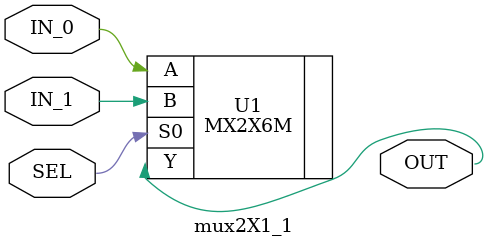
<source format=v>
module system_top_dft (
	REF_CLK, 
	UART_CLK, 
	RST, 
	RX_IN, 
	SI, 
	SE, 
	scan_clk, 
	scan_rst, 
	test_mode, 
	SO, 
	TX_OUT, 
	PAR_ERR, 
	STP_ERR);
   input REF_CLK;
   input UART_CLK;
   input RST;
   input RX_IN;
   input [2:0] SI;
   input SE;
   input scan_clk;
   input scan_rst;
   input test_mode;
   output [2:0] SO;
   output TX_OUT;
   output PAR_ERR;
   output STP_ERR;

   // Internal wires
   wire REF_CLK__L2_N0;
   wire REF_CLK__L1_N0;
   wire UART_CLK__L2_N0;
   wire UART_CLK__L1_N0;
   wire scan_clk__L10_N0;
   wire scan_clk__L9_N1;
   wire scan_clk__L9_N0;
   wire scan_clk__L8_N0;
   wire scan_clk__L7_N0;
   wire scan_clk__L6_N0;
   wire scan_clk__L5_N0;
   wire scan_clk__L4_N0;
   wire scan_clk__L3_N0;
   wire scan_clk__L2_N1;
   wire scan_clk__L2_N0;
   wire scan_clk__L1_N0;
   wire REF_CLK_scan__L3_N4;
   wire REF_CLK_scan__L3_N3;
   wire REF_CLK_scan__L3_N2;
   wire REF_CLK_scan__L3_N1;
   wire REF_CLK_scan__L3_N0;
   wire REF_CLK_scan__L2_N0;
   wire REF_CLK_scan__L1_N0;
   wire ALU_CLK__L3_N0;
   wire ALU_CLK__L2_N0;
   wire ALU_CLK__L1_N0;
   wire UART_CLK_scan__L12_N0;
   wire UART_CLK_scan__L11_N0;
   wire UART_CLK_scan__L10_N0;
   wire UART_CLK_scan__L9_N0;
   wire UART_CLK_scan__L8_N0;
   wire UART_CLK_scan__L7_N0;
   wire UART_CLK_scan__L6_N1;
   wire UART_CLK_scan__L6_N0;
   wire UART_CLK_scan__L5_N1;
   wire UART_CLK_scan__L5_N0;
   wire UART_CLK_scan__L4_N1;
   wire UART_CLK_scan__L4_N0;
   wire UART_CLK_scan__L3_N1;
   wire UART_CLK_scan__L3_N0;
   wire UART_CLK_scan__L2_N1;
   wire UART_CLK_scan__L2_N0;
   wire UART_CLK_scan__L1_N0;
   wire TX_CLK_scan__L3_N1;
   wire TX_CLK_scan__L3_N0;
   wire TX_CLK_scan__L2_N0;
   wire TX_CLK_scan__L1_N0;
   wire RX_CLK_scan__L3_N3;
   wire RX_CLK_scan__L3_N2;
   wire RX_CLK_scan__L3_N1;
   wire RX_CLK_scan__L3_N0;
   wire RX_CLK_scan__L2_N0;
   wire RX_CLK_scan__L1_N0;
   wire FE_OFN2_RST_M_2;
   wire FE_OFN1_RST_M_1;
   wire REF_CLK_scan;
   wire RST_M_1;
   wire OUT_Valid;
   wire RdData_Valid;
   wire RX_D_VLD;
   wire EN;
   wire CLK_EN;
   wire WrEn;
   wire RdEn;
   wire TX_D_VLD;
   wire F_FULL;
   wire ALU_CLK;
   wire _0_net_;
   wire TX_CLK_scan;
   wire RX_CLK_scan;
   wire RST_M_2;
   wire F_EMPTY;
   wire busy;
   wire sync_en;
   wire RST_M_0;
   wire SYNC_RST_REF;
   wire UART_CLK_scan;
   wire SYNC_RST_UART;
   wire RD_INC;
   wire TX_CLK;
   wire RX_CLK;
   wire n1;
   wire n7;
   wire n8;
   wire n9;
   wire n11;
   wire n12;
   wire n13;
   wire n15;
   wire n16;
   wire n18;
   wire n19;
   wire n20;
   wire n21;
   wire n25;
   wire n26;
   wire n27;
   wire n28;
   wire [15:0] ALU_OUT;
   wire [7:0] RdData;
   wire [7:0] RX_P_DATA;
   wire [3:0] ALU_FUN;
   wire [3:0] Address;
   wire [7:0] WrData;
   wire [7:0] TX_P_DATA;
   wire [7:0] operandA;
   wire [7:0] operandB;
   wire [7:0] UART_CONFIG;
   wire [7:0] div_ratio;
   wire [7:0] F_RdData;
   wire [7:0] RX_OUT;
   wire [7:0] div_ratio_rx;
   wire SYNOPSYS_UNCONNECTED__0;
   wire SYNOPSYS_UNCONNECTED__1;
   wire SYNOPSYS_UNCONNECTED__2;
   wire SYNOPSYS_UNCONNECTED__3;
   wire SYNOPSYS_UNCONNECTED__4;

   assign SO[1] = STP_ERR ;

   CLKINVX8M REF_CLK__L2_I0 (.Y(REF_CLK__L2_N0), 
	.A(REF_CLK__L1_N0));
   CLKINVX40M REF_CLK__L1_I0 (.Y(REF_CLK__L1_N0), 
	.A(REF_CLK));
   CLKINVX8M UART_CLK__L2_I0 (.Y(UART_CLK__L2_N0), 
	.A(UART_CLK__L1_N0));
   CLKINVX40M UART_CLK__L1_I0 (.Y(UART_CLK__L1_N0), 
	.A(UART_CLK));
   CLKINVX6M scan_clk__L10_I0 (.Y(scan_clk__L10_N0), 
	.A(scan_clk__L9_N1));
   CLKBUFX20M scan_clk__L9_I1 (.Y(scan_clk__L9_N1), 
	.A(scan_clk__L8_N0));
   CLKINVX6M scan_clk__L9_I0 (.Y(scan_clk__L9_N0), 
	.A(scan_clk__L8_N0));
   CLKBUFX20M scan_clk__L8_I0 (.Y(scan_clk__L8_N0), 
	.A(scan_clk__L7_N0));
   CLKBUFX20M scan_clk__L7_I0 (.Y(scan_clk__L7_N0), 
	.A(scan_clk__L6_N0));
   CLKBUFX20M scan_clk__L6_I0 (.Y(scan_clk__L6_N0), 
	.A(scan_clk__L5_N0));
   CLKBUFX20M scan_clk__L5_I0 (.Y(scan_clk__L5_N0), 
	.A(scan_clk__L4_N0));
   CLKBUFX20M scan_clk__L4_I0 (.Y(scan_clk__L4_N0), 
	.A(scan_clk__L3_N0));
   CLKBUFX20M scan_clk__L3_I0 (.Y(scan_clk__L3_N0), 
	.A(scan_clk__L2_N1));
   CLKBUFX20M scan_clk__L2_I1 (.Y(scan_clk__L2_N1), 
	.A(scan_clk__L1_N0));
   CLKINVX6M scan_clk__L2_I0 (.Y(scan_clk__L2_N0), 
	.A(scan_clk__L1_N0));
   CLKINVX40M scan_clk__L1_I0 (.Y(scan_clk__L1_N0), 
	.A(scan_clk));
   CLKINVX40M REF_CLK_scan__L3_I4 (.Y(REF_CLK_scan__L3_N4), 
	.A(REF_CLK_scan__L2_N0));
   CLKINVX40M REF_CLK_scan__L3_I3 (.Y(REF_CLK_scan__L3_N3), 
	.A(REF_CLK_scan__L2_N0));
   CLKINVX40M REF_CLK_scan__L3_I2 (.Y(REF_CLK_scan__L3_N2), 
	.A(REF_CLK_scan__L2_N0));
   CLKINVX40M REF_CLK_scan__L3_I1 (.Y(REF_CLK_scan__L3_N1), 
	.A(REF_CLK_scan__L2_N0));
   CLKINVX40M REF_CLK_scan__L3_I0 (.Y(REF_CLK_scan__L3_N0), 
	.A(REF_CLK_scan__L2_N0));
   CLKINVX40M REF_CLK_scan__L2_I0 (.Y(REF_CLK_scan__L2_N0), 
	.A(REF_CLK_scan__L1_N0));
   CLKBUFX24M REF_CLK_scan__L1_I0 (.Y(REF_CLK_scan__L1_N0), 
	.A(REF_CLK_scan));
   CLKINVX32M ALU_CLK__L3_I0 (.Y(ALU_CLK__L3_N0), 
	.A(ALU_CLK__L2_N0));
   BUFX18M ALU_CLK__L2_I0 (.Y(ALU_CLK__L2_N0), 
	.A(ALU_CLK__L1_N0));
   CLKINVX6M ALU_CLK__L1_I0 (.Y(ALU_CLK__L1_N0), 
	.A(ALU_CLK));
   CLKINVX40M UART_CLK_scan__L12_I0 (.Y(UART_CLK_scan__L12_N0), 
	.A(UART_CLK_scan__L11_N0));
   CLKINVX40M UART_CLK_scan__L11_I0 (.Y(UART_CLK_scan__L11_N0), 
	.A(UART_CLK_scan__L10_N0));
   CLKBUFX40M UART_CLK_scan__L10_I0 (.Y(UART_CLK_scan__L10_N0), 
	.A(UART_CLK_scan__L9_N0));
   CLKBUFX40M UART_CLK_scan__L9_I0 (.Y(UART_CLK_scan__L9_N0), 
	.A(UART_CLK_scan__L8_N0));
   CLKBUFX24M UART_CLK_scan__L8_I0 (.Y(UART_CLK_scan__L8_N0), 
	.A(UART_CLK_scan__L7_N0));
   CLKBUFX24M UART_CLK_scan__L7_I0 (.Y(UART_CLK_scan__L7_N0), 
	.A(UART_CLK_scan__L6_N1));
   CLKBUFX24M UART_CLK_scan__L6_I1 (.Y(UART_CLK_scan__L6_N1), 
	.A(UART_CLK_scan__L5_N1));
   CLKINVX24M UART_CLK_scan__L6_I0 (.Y(UART_CLK_scan__L6_N0), 
	.A(UART_CLK_scan__L5_N0));
   CLKBUFX24M UART_CLK_scan__L5_I1 (.Y(UART_CLK_scan__L5_N1), 
	.A(UART_CLK_scan__L4_N1));
   CLKINVX32M UART_CLK_scan__L5_I0 (.Y(UART_CLK_scan__L5_N0), 
	.A(UART_CLK_scan__L4_N0));
   CLKBUFX24M UART_CLK_scan__L4_I1 (.Y(UART_CLK_scan__L4_N1), 
	.A(UART_CLK_scan__L3_N1));
   CLKBUFX12M UART_CLK_scan__L4_I0 (.Y(UART_CLK_scan__L4_N0), 
	.A(UART_CLK_scan__L3_N0));
   CLKBUFX24M UART_CLK_scan__L3_I1 (.Y(UART_CLK_scan__L3_N1), 
	.A(UART_CLK_scan__L2_N1));
   CLKBUFX12M UART_CLK_scan__L3_I0 (.Y(UART_CLK_scan__L3_N0), 
	.A(UART_CLK_scan__L2_N0));
   CLKBUFX24M UART_CLK_scan__L2_I1 (.Y(UART_CLK_scan__L2_N1), 
	.A(UART_CLK_scan__L1_N0));
   CLKBUFX24M UART_CLK_scan__L2_I0 (.Y(UART_CLK_scan__L2_N0), 
	.A(UART_CLK_scan__L1_N0));
   CLKBUFX24M UART_CLK_scan__L1_I0 (.Y(UART_CLK_scan__L1_N0), 
	.A(UART_CLK_scan));
   CLKINVX32M TX_CLK_scan__L3_I1 (.Y(TX_CLK_scan__L3_N1), 
	.A(TX_CLK_scan__L2_N0));
   CLKINVX32M TX_CLK_scan__L3_I0 (.Y(TX_CLK_scan__L3_N0), 
	.A(TX_CLK_scan__L2_N0));
   CLKINVX32M TX_CLK_scan__L2_I0 (.Y(TX_CLK_scan__L2_N0), 
	.A(TX_CLK_scan__L1_N0));
   BUFX16M TX_CLK_scan__L1_I0 (.Y(TX_CLK_scan__L1_N0), 
	.A(TX_CLK_scan));
   CLKINVX24M RX_CLK_scan__L3_I3 (.Y(RX_CLK_scan__L3_N3), 
	.A(RX_CLK_scan__L2_N0));
   CLKINVX24M RX_CLK_scan__L3_I2 (.Y(RX_CLK_scan__L3_N2), 
	.A(RX_CLK_scan__L2_N0));
   CLKINVX24M RX_CLK_scan__L3_I1 (.Y(RX_CLK_scan__L3_N1), 
	.A(RX_CLK_scan__L2_N0));
   CLKINVX24M RX_CLK_scan__L3_I0 (.Y(RX_CLK_scan__L3_N0), 
	.A(RX_CLK_scan__L2_N0));
   CLKINVX40M RX_CLK_scan__L2_I0 (.Y(RX_CLK_scan__L2_N0), 
	.A(RX_CLK_scan__L1_N0));
   BUFX16M RX_CLK_scan__L1_I0 (.Y(RX_CLK_scan__L1_N0), 
	.A(RX_CLK_scan));
   BUFX4M FE_OFC2_RST_M_2 (.Y(FE_OFN2_RST_M_2), 
	.A(RST_M_2));
   CLKBUFX8M FE_OFC1_RST_M_1 (.Y(FE_OFN1_RST_M_1), 
	.A(RST_M_1));
   BUFX4M U15 (.Y(n1), 
	.A(test_mode));
   OR2X2M U18 (.Y(_0_net_), 
	.B(n1), 
	.A(CLK_EN));
   DLY1X1M U25 (.Y(n18), 
	.A(n25));
   DLY1X1M U26 (.Y(n19), 
	.A(n26));
   DLY1X1M U27 (.Y(n20), 
	.A(n27));
   DLY1X1M U28 (.Y(n21), 
	.A(n28));
   DLY1X1M U32 (.Y(n25), 
	.A(n28));
   DLY1X1M U33 (.Y(n26), 
	.A(SE));
   DLY1X1M U34 (.Y(n27), 
	.A(n26));
   DLY1X1M U35 (.Y(n28), 
	.A(n27));
   SYS_CTRL_data_width8_addr4_out_width16_test_1 U0 (.CLK(REF_CLK_scan__L3_N0), 
	.RST(RST_M_1), 
	.ALU_OUT({ ALU_OUT[15],
		ALU_OUT[14],
		ALU_OUT[13],
		ALU_OUT[12],
		ALU_OUT[11],
		ALU_OUT[10],
		ALU_OUT[9],
		ALU_OUT[8],
		ALU_OUT[7],
		ALU_OUT[6],
		ALU_OUT[5],
		ALU_OUT[4],
		ALU_OUT[3],
		ALU_OUT[2],
		ALU_OUT[1],
		ALU_OUT[0] }), 
	.OUT_Valid(OUT_Valid), 
	.RdData({ RdData[7],
		RdData[6],
		RdData[5],
		RdData[4],
		RdData[3],
		RdData[2],
		RdData[1],
		RdData[0] }), 
	.RdData_Valid(RdData_Valid), 
	.RX_P_DATA({ RX_P_DATA[7],
		RX_P_DATA[6],
		RX_P_DATA[5],
		RX_P_DATA[4],
		RX_P_DATA[3],
		RX_P_DATA[2],
		RX_P_DATA[1],
		RX_P_DATA[0] }), 
	.RX_D_VLD(RX_D_VLD), 
	.fifo_full(F_FULL), 
	.ALU_FUN({ ALU_FUN[3],
		ALU_FUN[2],
		ALU_FUN[1],
		ALU_FUN[0] }), 
	.EN(EN), 
	.CLK_EN(CLK_EN), 
	.Address({ Address[3],
		Address[2],
		Address[1],
		Address[0] }), 
	.WrEn(WrEn), 
	.RdEn(RdEn), 
	.WrData({ WrData[7],
		WrData[6],
		WrData[5],
		WrData[4],
		WrData[3],
		WrData[2],
		WrData[1],
		WrData[0] }), 
	.TX_P_DATA({ TX_P_DATA[7],
		TX_P_DATA[6],
		TX_P_DATA[5],
		TX_P_DATA[4],
		TX_P_DATA[3],
		TX_P_DATA[2],
		TX_P_DATA[1],
		TX_P_DATA[0] }), 
	.TX_D_VLD(TX_D_VLD), 
	.test_si(SI[2]), 
	.test_so(n16), 
	.test_se(SE), 
	.FE_OFN1_RST_M_1(FE_OFN1_RST_M_1), 
	.REF_CLK_scan__L3_N3(REF_CLK_scan__L3_N3));
   Register_File_addr4_width8_test_1 U1 (.WrData({ WrData[7],
		WrData[6],
		WrData[5],
		WrData[4],
		WrData[3],
		WrData[2],
		WrData[1],
		WrData[0] }), 
	.Address({ Address[3],
		Address[2],
		Address[1],
		Address[0] }), 
	.WrEn(WrEn), 
	.RdEn(RdEn), 
	.CLK(REF_CLK_scan__L3_N0), 
	.RST(RST_M_1), 
	.RdData({ RdData[7],
		RdData[6],
		RdData[5],
		RdData[4],
		RdData[3],
		RdData[2],
		RdData[1],
		RdData[0] }), 
	.RdData_Valid(RdData_Valid), 
	.REG0({ operandA[7],
		operandA[6],
		operandA[5],
		operandA[4],
		operandA[3],
		operandA[2],
		operandA[1],
		operandA[0] }), 
	.REG1({ operandB[7],
		operandB[6],
		operandB[5],
		operandB[4],
		operandB[3],
		operandB[2],
		operandB[1],
		operandB[0] }), 
	.REG2({ UART_CONFIG[7],
		UART_CONFIG[6],
		UART_CONFIG[5],
		UART_CONFIG[4],
		UART_CONFIG[3],
		UART_CONFIG[2],
		UART_CONFIG[1],
		UART_CONFIG[0] }), 
	.REG3({ div_ratio[7],
		div_ratio[6],
		div_ratio[5],
		div_ratio[4],
		div_ratio[3],
		div_ratio[2],
		div_ratio[1],
		div_ratio[0] }), 
	.test_si(n16), 
	.test_so(n15), 
	.test_se(SE), 
	.FE_OFN1_RST_M_1(FE_OFN1_RST_M_1), 
	.REF_CLK_scan__L3_N1(REF_CLK_scan__L3_N1), 
	.REF_CLK_scan__L3_N3(REF_CLK_scan__L3_N3));
   ALU_data_width8_out_width16_test_1 U2 (.A({ operandA[7],
		operandA[6],
		operandA[5],
		operandA[4],
		operandA[3],
		operandA[2],
		operandA[1],
		operandA[0] }), 
	.B({ operandB[7],
		operandB[6],
		operandB[5],
		operandB[4],
		operandB[3],
		operandB[2],
		operandB[1],
		operandB[0] }), 
	.ALU_FUN({ ALU_FUN[3],
		ALU_FUN[2],
		ALU_FUN[1],
		ALU_FUN[0] }), 
	.CLK(ALU_CLK__L3_N0), 
	.RST(RST_M_1), 
	.En(EN), 
	.ALU_OUT({ ALU_OUT[15],
		ALU_OUT[14],
		ALU_OUT[13],
		ALU_OUT[12],
		ALU_OUT[11],
		ALU_OUT[10],
		ALU_OUT[9],
		ALU_OUT[8],
		ALU_OUT[7],
		ALU_OUT[6],
		ALU_OUT[5],
		ALU_OUT[4],
		ALU_OUT[3],
		ALU_OUT[2],
		ALU_OUT[1],
		ALU_OUT[0] }), 
	.ALU_Valid(OUT_Valid), 
	.test_si2(SI[1]), 
	.test_si1(n15), 
	.test_se(n20));
   CLK_GATE U3 (.CLK_EN(_0_net_), 
	.CLK(REF_CLK_scan), 
	.GATED_CLK(ALU_CLK));
   UART_width8_test_1 U4 (.UART_CONFIG({ UART_CONFIG[7],
		UART_CONFIG[6],
		UART_CONFIG[5],
		UART_CONFIG[4],
		UART_CONFIG[3],
		UART_CONFIG[2],
		UART_CONFIG[1],
		UART_CONFIG[0] }), 
	.TX_CLK(TX_CLK_scan__L3_N0), 
	.RX_CLK(RX_CLK_scan__L3_N0), 
	.RST(RST_M_2), 
	.RX_IN(RX_IN), 
	.F_EMPTY(F_EMPTY), 
	.RdData({ F_RdData[7],
		F_RdData[6],
		F_RdData[5],
		F_RdData[4],
		F_RdData[3],
		F_RdData[2],
		F_RdData[1],
		F_RdData[0] }), 
	.TX_OUT(TX_OUT), 
	.busy(busy), 
	.RX_OUT({ RX_OUT[7],
		RX_OUT[6],
		RX_OUT[5],
		RX_OUT[4],
		RX_OUT[3],
		RX_OUT[2],
		RX_OUT[1],
		RX_OUT[0] }), 
	.sync_en(sync_en), 
	.PAR_ERR(PAR_ERR), 
	.STP_ERR(STP_ERR), 
	.test_si2(n11), 
	.test_si1(OUT_Valid), 
	.test_so1(n13), 
	.test_se(SE), 
	.FE_OFN2_RST_M_2(FE_OFN2_RST_M_2), 
	.RX_CLK_scan__L3_N1(RX_CLK_scan__L3_N1), 
	.RX_CLK_scan__L3_N2(RX_CLK_scan__L3_N2), 
	.RX_CLK_scan__L3_N3(RX_CLK_scan__L3_N3), 
	.TX_CLK_scan__L3_N1(TX_CLK_scan__L3_N1));
   RST_SYNC_NUM_STAGES2_test_0 U5 (.RST(RST_M_0), 
	.CLK(REF_CLK_scan__L3_N0), 
	.SYNC_RST(SYNC_RST_REF), 
	.test_si(n13), 
	.test_se(n19), 
	.REF_CLK_scan__L3_N3(REF_CLK_scan__L3_N3));
   RST_SYNC_NUM_STAGES2_test_1 U6 (.RST(RST_M_0), 
	.CLK(UART_CLK_scan__L12_N0), 
	.SYNC_RST(SYNC_RST_UART), 
	.test_si(SYNC_RST_REF), 
	.test_se(n20));
   Pulse_Gen_test_1 U7 (.CLK(TX_CLK_scan__L3_N1), 
	.RST(FE_OFN2_RST_M_2), 
	.LVL_SIG(busy), 
	.Pulse_SIG(RD_INC), 
	.test_si(SYNC_RST_UART), 
	.test_so(n12), 
	.test_se(n21));
   FIFO_DATA_WIDTH8_test_1 U8 (.WR_DATA({ TX_P_DATA[7],
		TX_P_DATA[6],
		TX_P_DATA[5],
		TX_P_DATA[4],
		TX_P_DATA[3],
		TX_P_DATA[2],
		TX_P_DATA[1],
		TX_P_DATA[0] }), 
	.W_INC(TX_D_VLD), 
	.W_CLK(REF_CLK_scan__L3_N0), 
	.W_RST(RST_M_1), 
	.R_CLK(TX_CLK_scan__L3_N0), 
	.R_RST(FE_OFN2_RST_M_2), 
	.R_INC(RD_INC), 
	.RD_DATA({ F_RdData[7],
		F_RdData[6],
		F_RdData[5],
		F_RdData[4],
		F_RdData[3],
		F_RdData[2],
		F_RdData[1],
		F_RdData[0] }), 
	.FULL(F_FULL), 
	.EMPTY(F_EMPTY), 
	.test_si2(SI[0]), 
	.test_si1(n12), 
	.test_so2(n9), 
	.test_so1(n11), 
	.test_se(n25), 
	.TX_CLK_scan__L3_N1(TX_CLK_scan__L3_N1), 
	.REF_CLK_scan__L3_N2(REF_CLK_scan__L3_N2), 
	.REF_CLK_scan__L3_N3(REF_CLK_scan__L3_N3), 
	.REF_CLK_scan__L3_N4(REF_CLK_scan__L3_N4));
   Clock_Divider_test_0 U10 (.i_ref_clk(UART_CLK_scan), 
	.i_rst_n(RST_M_2), 
	.i_clk_en(1'b1), 
	.i_div_ratio({ div_ratio[7],
		div_ratio[6],
		div_ratio[5],
		div_ratio[4],
		div_ratio[3],
		div_ratio[2],
		div_ratio[1],
		div_ratio[0] }), 
	.o_div_clk(TX_CLK), 
	.test_si(n9), 
	.test_so(n8), 
	.test_se(n18), 
	.UART_CLK_scan__L12_N0(UART_CLK_scan__L12_N0), 
	.UART_CLK_scan__L6_N0(UART_CLK_scan__L6_N0));
   Clock_Divider_test_1 U11 (.i_ref_clk(UART_CLK_scan__L12_N0), 
	.i_rst_n(RST_M_2), 
	.i_clk_en(1'b1), 
	.i_div_ratio({ 1'b0,
		1'b0,
		1'b0,
		1'b0,
		1'b0,
		div_ratio_rx[2],
		div_ratio_rx[1],
		div_ratio_rx[0] }), 
	.o_div_clk(RX_CLK), 
	.test_si(n8), 
	.test_so(n7), 
	.test_se(n18), 
	.FE_OFN2_RST_M_2(FE_OFN2_RST_M_2), 
	.UART_CLK_scan__L6_N0(UART_CLK_scan__L6_N0));
   clk_div_mux U12 (.IN({ UART_CONFIG[7],
		UART_CONFIG[6],
		UART_CONFIG[5],
		UART_CONFIG[4],
		UART_CONFIG[3],
		UART_CONFIG[2] }), 
	.div_ratio_rx({ SYNOPSYS_UNCONNECTED__0,
		SYNOPSYS_UNCONNECTED__1,
		SYNOPSYS_UNCONNECTED__2,
		SYNOPSYS_UNCONNECTED__3,
		SYNOPSYS_UNCONNECTED__4,
		div_ratio_rx[2],
		div_ratio_rx[1],
		div_ratio_rx[0] }));
   data_synchronizer_data_width8_test_1 du (.unsync_bus({ RX_OUT[7],
		RX_OUT[6],
		RX_OUT[5],
		RX_OUT[4],
		RX_OUT[3],
		RX_OUT[2],
		RX_OUT[1],
		RX_OUT[0] }), 
	.bus_enable(sync_en), 
	.CLK(RX_CLK_scan__L3_N2), 
	.RST(FE_OFN1_RST_M_1), 
	.sync_bus({ RX_P_DATA[7],
		RX_P_DATA[6],
		RX_P_DATA[5],
		RX_P_DATA[4],
		RX_P_DATA[3],
		RX_P_DATA[2],
		RX_P_DATA[1],
		RX_P_DATA[0] }), 
	.enable_pulse(RX_D_VLD), 
	.test_si(n7), 
	.test_se(n19), 
	.RX_CLK_scan__L3_N3(RX_CLK_scan__L3_N3));
   mux2X1_0 M0 (.IN_0(RST), 
	.IN_1(scan_rst), 
	.SEL(n1), 
	.OUT(RST_M_0));
   mux2X1_6 M1 (.IN_0(SYNC_RST_REF), 
	.IN_1(scan_rst), 
	.SEL(n1), 
	.OUT(RST_M_1));
   mux2X1_5 M2 (.IN_0(SYNC_RST_UART), 
	.IN_1(scan_rst), 
	.SEL(n1), 
	.OUT(RST_M_2));
   mux2X1_4 M3 (.IN_0(REF_CLK__L2_N0), 
	.IN_1(scan_clk__L9_N0), 
	.SEL(n1), 
	.OUT(REF_CLK_scan));
   mux2X1_3 M4 (.IN_0(UART_CLK__L2_N0), 
	.IN_1(scan_clk__L2_N0), 
	.SEL(n1), 
	.OUT(UART_CLK_scan));
   mux2X1_2 M5 (.IN_0(TX_CLK), 
	.IN_1(scan_clk__L10_N0), 
	.SEL(n1), 
	.OUT(TX_CLK_scan));
   mux2X1_1 M6 (.IN_0(RX_CLK), 
	.IN_1(scan_clk__L10_N0), 
	.SEL(n1), 
	.OUT(RX_CLK_scan));
   BUFX2M U29 (.Y(SO[0]), 
	.A(RX_P_DATA[7]));
   BUFX2M U31 (.Y(SO[2]), 
	.A(ALU_OUT[2]));
endmodule

/////////////////////////////////////////////////////////////
// Created by: Synopsys DC Expert(TM) in wire load mode
// Version   : K-2015.06
// Date      : Mon Aug 26 17:40:48 2024
/////////////////////////////////////////////////////////////
module SYS_CTRL_data_width8_addr4_out_width16_test_1 (
	CLK, 
	RST, 
	ALU_OUT, 
	OUT_Valid, 
	RdData, 
	RdData_Valid, 
	RX_P_DATA, 
	RX_D_VLD, 
	fifo_full, 
	ALU_FUN, 
	EN, 
	CLK_EN, 
	Address, 
	WrEn, 
	RdEn, 
	WrData, 
	TX_P_DATA, 
	TX_D_VLD, 
	clk_div_en, 
	test_si, 
	test_so, 
	test_se, 
	FE_OFN1_RST_M_1, 
	REF_CLK_scan__L3_N3);
   input CLK;
   input RST;
   input [15:0] ALU_OUT;
   input OUT_Valid;
   input [7:0] RdData;
   input RdData_Valid;
   input [7:0] RX_P_DATA;
   input RX_D_VLD;
   input fifo_full;
   output [3:0] ALU_FUN;
   output EN;
   output CLK_EN;
   output [3:0] Address;
   output WrEn;
   output RdEn;
   output [7:0] WrData;
   output [7:0] TX_P_DATA;
   output TX_D_VLD;
   output clk_div_en;
   input test_si;
   output test_so;
   input test_se;
   input FE_OFN1_RST_M_1;
   input REF_CLK_scan__L3_N3;

   // Internal wires
   wire HTIE_LTIEHI_NET;
   wire n135;
   wire N345;
   wire N346;
   wire N347;
   wire N348;
   wire N349;
   wire N350;
   wire N351;
   wire N352;
   wire N353;
   wire N354;
   wire N355;
   wire N356;
   wire N357;
   wire N358;
   wire N359;
   wire N360;
   wire N362;
   wire N363;
   wire N364;
   wire N365;
   wire n47;
   wire n48;
   wire n49;
   wire n50;
   wire n51;
   wire n53;
   wire n54;
   wire n55;
   wire n56;
   wire n57;
   wire n58;
   wire n59;
   wire n60;
   wire n61;
   wire n62;
   wire n63;
   wire n64;
   wire n65;
   wire n66;
   wire n67;
   wire n70;
   wire n71;
   wire n72;
   wire n73;
   wire n74;
   wire n75;
   wire n77;
   wire n79;
   wire n80;
   wire n81;
   wire n82;
   wire n83;
   wire n84;
   wire n85;
   wire n86;
   wire n87;
   wire n88;
   wire n89;
   wire n90;
   wire n91;
   wire n92;
   wire n93;
   wire n94;
   wire n95;
   wire n97;
   wire n98;
   wire n99;
   wire n102;
   wire n103;
   wire n104;
   wire n25;
   wire n26;
   wire n109;
   wire n110;
   wire n111;
   wire n112;
   wire n113;
   wire n115;
   wire n116;
   wire n117;
   wire n118;
   wire n119;
   wire n120;
   wire n122;
   wire n123;
   wire n126;
   wire n127;
   wire n128;
   wire n129;
   wire n130;
   wire n131;
   wire n132;
   wire n133;
   wire n134;
   wire n138;
   wire n139;
   wire n140;
   wire n141;
   wire n142;
   wire n143;
   wire n144;
   wire n145;
   wire n146;
   wire n147;
   wire n148;
   wire n149;
   wire n150;
   wire n151;
   wire n154;
   wire n156;
   wire n157;
   wire n158;
   wire n159;
   wire n160;
   wire n161;
   wire n162;
   wire n163;
   wire n164;
   wire n165;
   wire n166;
   wire n167;
   wire [31:0] current_state;
   wire [3:0] next_state;
   wire [3:0] Address_reg;
   wire [15:0] ALU_OUT_reg;

   assign clk_div_en = 1'b1 ;
   assign test_so = n132 ;

   TIEHIM HTIE_LTIEHI (.Y(HTIE_LTIEHI_NET));
   NAND3BX2M U116 (.Y(n98), 
	.C(RX_D_VLD), 
	.B(current_state[0]), 
	.AN(n55));
   OAI2BB2X1M U140 (.Y(Address[1]), 
	.B1(n57), 
	.B0(n80), 
	.A1N(n102), 
	.A0N(Address_reg[1]));
   SDFFRQX4M \current_state_reg[3]  (.SI(n133), 
	.SE(n163), 
	.RN(FE_OFN1_RST_M_1), 
	.Q(current_state[3]), 
	.D(next_state[3]), 
	.CK(REF_CLK_scan__L3_N3));
   AOI221XLM U27 (.Y(n103), 
	.C0(n127), 
	.B1(Address_reg[0]), 
	.B0(n104), 
	.A1(n122), 
	.A0(n131));
   NOR2X2M U28 (.Y(ALU_FUN[3]), 
	.B(n130), 
	.A(n74));
   NOR2X2M U29 (.Y(ALU_FUN[1]), 
	.B(n130), 
	.A(n80));
   AND3X2M U31 (.Y(n26), 
	.C(n126), 
	.B(n113), 
	.A(n25));
   NAND3X1M U34 (.Y(n58), 
	.C(RX_P_DATA[6]), 
	.B(n72), 
	.A(RX_P_DATA[2]));
   NAND3X1M U36 (.Y(n65), 
	.C(RX_P_DATA[5]), 
	.B(n72), 
	.A(RX_P_DATA[1]));
   AOI211X2M U38 (.Y(n70), 
	.C0(current_state[3]), 
	.B0(n129), 
	.A1(RX_D_VLD), 
	.A0(current_state[2]));
   CLKBUFX2M U63 (.Y(Address[2]), 
	.A(n135));
   OAI2BB2X1M U64 (.Y(n135), 
	.B1(n57), 
	.B0(n79), 
	.A1N(n102), 
	.A0N(Address_reg[2]));
   NOR2BX2M U65 (.Y(RdEn), 
	.B(n57), 
	.AN(RX_D_VLD));
   NOR2X2M U66 (.Y(ALU_FUN[0]), 
	.B(n130), 
	.A(n81));
   NOR2X2M U67 (.Y(ALU_FUN[2]), 
	.B(n130), 
	.A(n79));
   NAND3X2M U68 (.Y(n82), 
	.C(n167), 
	.B(n134), 
	.A(n53));
   CLKINVX2M U70 (.Y(Address[0]), 
	.A(n103));
   NAND2X2M U71 (.Y(n74), 
	.B(RX_D_VLD), 
	.A(RX_P_DATA[3]));
   INVX2M U72 (.Y(n117), 
	.A(RX_P_DATA[4]));
   INVX2M U73 (.Y(WrEn), 
	.A(n75));
   CLKNAND2X2M U74 (.Y(n75), 
	.B(n77), 
	.A(RX_D_VLD));
   CLKINVX2M U75 (.Y(n111), 
	.A(n92));
   INVX2M U76 (.Y(n128), 
	.A(n77));
   INVX2M U77 (.Y(n131), 
	.A(n57));
   INVX2M U78 (.Y(n123), 
	.A(RX_D_VLD));
   INVX2M U79 (.Y(n112), 
	.A(fifo_full));
   CLKINVX2M U80 (.Y(EN), 
	.A(n47));
   CLKNAND2X2M U83 (.Y(n57), 
	.B(n132), 
	.A(n95));
   NOR2X2M U84 (.Y(n83), 
	.B(n129), 
	.A(n134));
   NAND2X2M U85 (.Y(n50), 
	.B(n53), 
	.A(n83));
   NAND3X2M U86 (.Y(n56), 
	.C(n83), 
	.B(n132), 
	.A(n133));
   NAND3X2M U87 (.Y(n77), 
	.C(n82), 
	.B(n50), 
	.A(n56));
   NOR2X2M U88 (.Y(WrData[0]), 
	.B(n81), 
	.A(n128));
   NOR2X2M U89 (.Y(WrData[4]), 
	.B(n75), 
	.A(n117));
   NOR2X2M U90 (.Y(WrData[5]), 
	.B(n75), 
	.A(n116));
   NOR2X2M U91 (.Y(WrData[6]), 
	.B(n75), 
	.A(n115));
   NOR2X2M U92 (.Y(WrData[7]), 
	.B(n75), 
	.A(n154));
   CLKINVX2M U93 (.Y(n110), 
	.A(n93));
   NOR2BX2M U94 (.Y(n102), 
	.B(n82), 
	.AN(RX_D_VLD));
   NAND2X2M U95 (.Y(n92), 
	.B(n112), 
	.A(n64));
   NAND3X2M U96 (.Y(TX_D_VLD), 
	.C(n93), 
	.B(n94), 
	.A(n92));
   NOR2X2M U97 (.Y(n104), 
	.B(n82), 
	.A(n123));
   NOR2X2M U99 (.Y(WrData[1]), 
	.B(n80), 
	.A(n128));
   NOR2X2M U100 (.Y(WrData[2]), 
	.B(n79), 
	.A(n128));
   NOR2X2M U101 (.Y(WrData[3]), 
	.B(n128), 
	.A(n74));
   CLKINVX2M U102 (.Y(n109), 
	.A(n94));
   NAND2X2M U103 (.Y(n47), 
	.B(n99), 
	.A(RX_D_VLD));
   OAI211X2M U104 (.Y(n54), 
	.C0(n57), 
	.B0(n56), 
	.A1(n55), 
	.A0(n129));
   NAND3X2M U105 (.Y(n55), 
	.C(n134), 
	.B(n132), 
	.A(n133));
   NOR2X2M U106 (.Y(n62), 
	.B(n65), 
	.A(n117));
   NAND2X2M U108 (.Y(next_state[3]), 
	.B(n48), 
	.A(n47));
   NAND2X2M U109 (.Y(next_state[0]), 
	.B(n26), 
	.A(n67));
   INVX2M U110 (.Y(n126), 
	.A(n70));
   NOR2X2M U111 (.Y(N362), 
	.B(n98), 
	.A(n120));
   NOR2X2M U112 (.Y(N363), 
	.B(n98), 
	.A(n119));
   NOR2X2M U113 (.Y(N364), 
	.B(n98), 
	.A(n118));
   CLKINVX2M U114 (.Y(n130), 
	.A(n99));
   NOR2X2M U117 (.Y(n53), 
	.B(n133), 
	.A(current_state[3]));
   CLKINVX2M U118 (.Y(n129), 
	.A(current_state[0]));
   CLKINVX2M U119 (.Y(n134), 
	.A(current_state[1]));
   OAI2BB2X1M U120 (.Y(Address[3]), 
	.B1(n57), 
	.B0(n74), 
	.A1N(n102), 
	.A0N(Address_reg[3]));
   OAI2BB1X2M U121 (.Y(TX_P_DATA[0]), 
	.B0(n91), 
	.A1N(n109), 
	.A0N(RdData[0]));
   AOI22X1M U122 (.Y(n91), 
	.B1(n111), 
	.B0(ALU_OUT_reg[0]), 
	.A1(n110), 
	.A0(ALU_OUT_reg[8]));
   OAI2BB1X2M U123 (.Y(TX_P_DATA[1]), 
	.B0(n90), 
	.A1N(n109), 
	.A0N(RdData[1]));
   AOI22X1M U124 (.Y(n90), 
	.B1(n111), 
	.B0(ALU_OUT_reg[1]), 
	.A1(n110), 
	.A0(ALU_OUT_reg[9]));
   OAI2BB1X2M U125 (.Y(TX_P_DATA[2]), 
	.B0(n89), 
	.A1N(n109), 
	.A0N(RdData[2]));
   AOI22X1M U126 (.Y(n89), 
	.B1(n111), 
	.B0(ALU_OUT_reg[2]), 
	.A1(n110), 
	.A0(ALU_OUT_reg[10]));
   OAI2BB1X2M U127 (.Y(TX_P_DATA[3]), 
	.B0(n88), 
	.A1N(n109), 
	.A0N(RdData[3]));
   AOI22X1M U128 (.Y(n88), 
	.B1(n111), 
	.B0(ALU_OUT_reg[3]), 
	.A1(n110), 
	.A0(ALU_OUT_reg[11]));
   OAI2BB1X2M U129 (.Y(TX_P_DATA[4]), 
	.B0(n87), 
	.A1N(n109), 
	.A0N(RdData[4]));
   AOI22X1M U130 (.Y(n87), 
	.B1(n111), 
	.B0(ALU_OUT_reg[4]), 
	.A1(n110), 
	.A0(ALU_OUT_reg[12]));
   OAI2BB1X2M U131 (.Y(TX_P_DATA[5]), 
	.B0(n86), 
	.A1N(n109), 
	.A0N(RdData[5]));
   AOI22X1M U132 (.Y(n86), 
	.B1(n111), 
	.B0(ALU_OUT_reg[5]), 
	.A1(n110), 
	.A0(ALU_OUT_reg[13]));
   OAI2BB1X2M U133 (.Y(TX_P_DATA[6]), 
	.B0(n85), 
	.A1N(n109), 
	.A0N(RdData[6]));
   AOI22X1M U134 (.Y(n85), 
	.B1(n111), 
	.B0(ALU_OUT_reg[6]), 
	.A1(n110), 
	.A0(ALU_OUT_reg[14]));
   OAI2BB1X2M U135 (.Y(TX_P_DATA[7]), 
	.B0(n84), 
	.A1N(n109), 
	.A0N(RdData[7]));
   AOI22X1M U136 (.Y(n84), 
	.B1(n111), 
	.B0(ALU_OUT_reg[7]), 
	.A1(n110), 
	.A0(ALU_OUT_reg[15]));
   INVX2M U137 (.Y(n122), 
	.A(n81));
   INVX2M U138 (.Y(n127), 
	.A(n50));
   CLKINVX2M U139 (.Y(n132), 
	.A(current_state[3]));
   NAND4X2M U141 (.Y(n94), 
	.D(n97), 
	.C(RdData_Valid), 
	.B(n53), 
	.A(current_state[1]));
   NOR2X2M U142 (.Y(n97), 
	.B(current_state[0]), 
	.A(fifo_full));
   NAND2X2M U143 (.Y(n79), 
	.B(RX_D_VLD), 
	.A(RX_P_DATA[2]));
   NAND3X2M U144 (.Y(n93), 
	.C(n112), 
	.B(current_state[3]), 
	.A(n95));
   INVX2M U146 (.Y(n113), 
	.A(n66));
   OAI31X1M U147 (.Y(n66), 
	.B0(n56), 
	.A2(n58), 
	.A1(RX_P_DATA[0]), 
	.A0(n73));
   NAND3X2M U148 (.Y(n73), 
	.C(n119), 
	.B(n116), 
	.A(n117));
   NOR4X1M U149 (.Y(n72), 
	.D(n154), 
	.C(n55), 
	.B(n74), 
	.A(current_state[0]));
   NAND3X2M U150 (.Y(n71), 
	.C(n118), 
	.B(n115), 
	.A(n117));
   NAND2X2M U151 (.Y(n81), 
	.B(RX_D_VLD), 
	.A(RX_P_DATA[0]));
   NAND2X2M U152 (.Y(n80), 
	.B(RX_D_VLD), 
	.A(RX_P_DATA[1]));
   NAND3X2M U153 (.Y(next_state[1]), 
	.C(n113), 
	.B(n61), 
	.A(n60));
   NAND3X2M U154 (.Y(n60), 
	.C(current_state[1]), 
	.B(n132), 
	.A(n123));
   AOI211X2M U155 (.Y(n61), 
	.C0(n64), 
	.B0(n131), 
	.A1(n63), 
	.A0(n62));
   NOR3X2M U156 (.Y(n63), 
	.C(RX_P_DATA[2]), 
	.B(RX_P_DATA[6]), 
	.A(n120));
   NAND3X2M U158 (.Y(next_state[2]), 
	.C(n49), 
	.B(n51), 
	.A(n50));
   AOI22X1M U159 (.Y(n51), 
	.B1(n54), 
	.B0(RX_D_VLD), 
	.A1(n123), 
	.A0(n53));
   NAND3BX2M U161 (.Y(n67), 
	.C(OUT_Valid), 
	.B(n129), 
	.AN(n48));
   NAND3X2M U162 (.Y(n48), 
	.C(current_state[3]), 
	.B(n133), 
	.A(n134));
   NOR2BX2M U163 (.Y(N365), 
	.B(n98), 
	.AN(RX_P_DATA[3]));
   INVX2M U164 (.Y(n120), 
	.A(RX_P_DATA[0]));
   INVX2M U165 (.Y(n118), 
	.A(RX_P_DATA[2]));
   INVX2M U166 (.Y(n119), 
	.A(RX_P_DATA[1]));
   INVX2M U167 (.Y(n115), 
	.A(RX_P_DATA[6]));
   INVX2M U168 (.Y(n116), 
	.A(RX_P_DATA[5]));
   NOR2BX2M U170 (.Y(N345), 
	.B(n67), 
	.AN(ALU_OUT[0]));
   NOR2BX2M U171 (.Y(N346), 
	.B(n67), 
	.AN(ALU_OUT[1]));
   NOR2BX2M U172 (.Y(N347), 
	.B(n67), 
	.AN(ALU_OUT[2]));
   NOR2BX2M U173 (.Y(N348), 
	.B(n67), 
	.AN(ALU_OUT[3]));
   NOR2BX2M U174 (.Y(N349), 
	.B(n67), 
	.AN(ALU_OUT[4]));
   NOR2BX2M U175 (.Y(N350), 
	.B(n67), 
	.AN(ALU_OUT[5]));
   NOR2BX2M U176 (.Y(N351), 
	.B(n67), 
	.AN(ALU_OUT[6]));
   NOR2BX2M U177 (.Y(N352), 
	.B(n67), 
	.AN(ALU_OUT[7]));
   NOR2BX2M U178 (.Y(N353), 
	.B(n67), 
	.AN(ALU_OUT[8]));
   NOR2BX2M U179 (.Y(N354), 
	.B(n67), 
	.AN(ALU_OUT[9]));
   NOR2BX2M U180 (.Y(N355), 
	.B(n67), 
	.AN(ALU_OUT[10]));
   NOR2BX2M U181 (.Y(N356), 
	.B(n67), 
	.AN(ALU_OUT[11]));
   NOR2BX2M U182 (.Y(N357), 
	.B(n67), 
	.AN(ALU_OUT[12]));
   NOR2BX2M U183 (.Y(N358), 
	.B(n67), 
	.AN(ALU_OUT[13]));
   NOR2BX2M U184 (.Y(N359), 
	.B(n67), 
	.AN(ALU_OUT[14]));
   NOR2BX2M U185 (.Y(N360), 
	.B(n67), 
	.AN(ALU_OUT[15]));
   OAI21X2M U186 (.Y(CLK_EN), 
	.B0(n130), 
	.A1(n48), 
	.A0(current_state[0]));
   INVXLM U187 (.Y(n138), 
	.A(test_se));
   INVXLM U188 (.Y(n139), 
	.A(n138));
   DLY1X1M U189 (.Y(n140), 
	.A(n151));
   DLY1X1M U190 (.Y(n141), 
	.A(n160));
   DLY1X1M U191 (.Y(n142), 
	.A(n161));
   DLY1X1M U192 (.Y(n143), 
	.A(n162));
   DLY1X1M U193 (.Y(n144), 
	.A(n163));
   DLY1X1M U194 (.Y(n145), 
	.A(n166));
   DLY1X1M U195 (.Y(n146), 
	.A(n156));
   DLY1X1M U196 (.Y(n147), 
	.A(n157));
   DLY1X1M U197 (.Y(n148), 
	.A(n140));
   DLY1X1M U198 (.Y(n149), 
	.A(n159));
   DLY1X1M U199 (.Y(n150), 
	.A(n165));
   DLY1X1M U200 (.Y(n151), 
	.A(n141));
   INVXLM U203 (.Y(n154), 
	.A(RX_P_DATA[7]));
   DLY1X1M U205 (.Y(n156), 
	.A(n142));
   DLY1X1M U206 (.Y(n157), 
	.A(n143));
   DLY1X1M U207 (.Y(n158), 
	.A(n151));
   DLY1X1M U208 (.Y(n159), 
	.A(n161));
   DLY1X1M U209 (.Y(n160), 
	.A(n139));
   DLY1X1M U210 (.Y(n161), 
	.A(n141));
   DLY1X1M U211 (.Y(n162), 
	.A(n160));
   DLY1X1M U212 (.Y(n163), 
	.A(n143));
   DLY1X1M U213 (.Y(n164), 
	.A(n140));
   DLY1X1M U215 (.Y(n166), 
	.A(n142));
   INVXLM U216 (.Y(n167), 
	.A(n129));
   SDFFRQX1M \Address_reg_reg[2]  (.SI(Address_reg[1]), 
	.SE(n146), 
	.RN(RST), 
	.Q(Address_reg[2]), 
	.D(N364), 
	.CK(REF_CLK_scan__L3_N3));
   SDFFRQX1M \Address_reg_reg[1]  (.SI(Address_reg[0]), 
	.SE(n159), 
	.RN(RST), 
	.Q(Address_reg[1]), 
	.D(N363), 
	.CK(REF_CLK_scan__L3_N3));
   SDFFRQX1M \Address_reg_reg[0]  (.SI(ALU_OUT_reg[15]), 
	.SE(n157), 
	.RN(RST), 
	.Q(Address_reg[0]), 
	.D(N362), 
	.CK(REF_CLK_scan__L3_N3));
   SDFFRQX1M \Address_reg_reg[3]  (.SI(Address_reg[2]), 
	.SE(n148), 
	.RN(RST), 
	.Q(Address_reg[3]), 
	.D(N365), 
	.CK(REF_CLK_scan__L3_N3));
   SDFFRQX1M \ALU_OUT_reg_reg[15]  (.SI(ALU_OUT_reg[14]), 
	.SE(n145), 
	.RN(RST), 
	.Q(ALU_OUT_reg[15]), 
	.D(N360), 
	.CK(CLK));
   SDFFRQX1M \ALU_OUT_reg_reg[14]  (.SI(ALU_OUT_reg[13]), 
	.SE(n164), 
	.RN(RST), 
	.Q(ALU_OUT_reg[14]), 
	.D(N359), 
	.CK(CLK));
   SDFFRQX1M \ALU_OUT_reg_reg[13]  (.SI(ALU_OUT_reg[12]), 
	.SE(n156), 
	.RN(RST), 
	.Q(ALU_OUT_reg[13]), 
	.D(N358), 
	.CK(CLK));
   SDFFRQX1M \ALU_OUT_reg_reg[12]  (.SI(ALU_OUT_reg[11]), 
	.SE(n144), 
	.RN(RST), 
	.Q(ALU_OUT_reg[12]), 
	.D(N357), 
	.CK(CLK));
   SDFFRQX1M \ALU_OUT_reg_reg[11]  (.SI(ALU_OUT_reg[10]), 
	.SE(n164), 
	.RN(RST), 
	.Q(ALU_OUT_reg[11]), 
	.D(N356), 
	.CK(CLK));
   SDFFRQX1M \ALU_OUT_reg_reg[10]  (.SI(ALU_OUT_reg[9]), 
	.SE(n144), 
	.RN(RST), 
	.Q(ALU_OUT_reg[10]), 
	.D(N355), 
	.CK(CLK));
   SDFFRQX1M \ALU_OUT_reg_reg[9]  (.SI(ALU_OUT_reg[8]), 
	.SE(n145), 
	.RN(RST), 
	.Q(ALU_OUT_reg[9]), 
	.D(N354), 
	.CK(CLK));
   SDFFRQX1M \ALU_OUT_reg_reg[8]  (.SI(ALU_OUT_reg[7]), 
	.SE(n150), 
	.RN(RST), 
	.Q(ALU_OUT_reg[8]), 
	.D(N353), 
	.CK(CLK));
   SDFFRQX1M \ALU_OUT_reg_reg[7]  (.SI(ALU_OUT_reg[6]), 
	.SE(n147), 
	.RN(RST), 
	.Q(ALU_OUT_reg[7]), 
	.D(N352), 
	.CK(CLK));
   SDFFRQX1M \ALU_OUT_reg_reg[6]  (.SI(ALU_OUT_reg[5]), 
	.SE(n150), 
	.RN(RST), 
	.Q(ALU_OUT_reg[6]), 
	.D(N351), 
	.CK(CLK));
   SDFFRQX1M \ALU_OUT_reg_reg[5]  (.SI(ALU_OUT_reg[4]), 
	.SE(n148), 
	.RN(RST), 
	.Q(ALU_OUT_reg[5]), 
	.D(N350), 
	.CK(CLK));
   SDFFRQX1M \ALU_OUT_reg_reg[4]  (.SI(ALU_OUT_reg[3]), 
	.SE(n149), 
	.RN(RST), 
	.Q(ALU_OUT_reg[4]), 
	.D(N349), 
	.CK(CLK));
   SDFFRQX1M \ALU_OUT_reg_reg[3]  (.SI(ALU_OUT_reg[2]), 
	.SE(n146), 
	.RN(RST), 
	.Q(ALU_OUT_reg[3]), 
	.D(N348), 
	.CK(CLK));
   SDFFRQX1M \ALU_OUT_reg_reg[2]  (.SI(ALU_OUT_reg[1]), 
	.SE(n149), 
	.RN(RST), 
	.Q(ALU_OUT_reg[2]), 
	.D(N347), 
	.CK(CLK));
   SDFFRQX1M \ALU_OUT_reg_reg[1]  (.SI(ALU_OUT_reg[0]), 
	.SE(n147), 
	.RN(RST), 
	.Q(ALU_OUT_reg[1]), 
	.D(N346), 
	.CK(CLK));
   SDFFRQX1M \ALU_OUT_reg_reg[0]  (.SI(test_si), 
	.SE(n158), 
	.RN(RST), 
	.Q(ALU_OUT_reg[0]), 
	.D(N345), 
	.CK(REF_CLK_scan__L3_N3));
   SDFFRQX4M \current_state_reg[0]  (.SI(Address_reg[3]), 
	.SE(n158), 
	.RN(RST), 
	.Q(current_state[0]), 
	.D(next_state[0]), 
	.CK(REF_CLK_scan__L3_N3));
   SDFFRQX4M \current_state_reg[1]  (.SI(current_state[0]), 
	.SE(n166), 
	.RN(RST), 
	.Q(current_state[1]), 
	.D(next_state[1]), 
	.CK(REF_CLK_scan__L3_N3));
   SDFFSRX2M \current_state_reg[2]  (.SN(HTIE_LTIEHI_NET), 
	.SI(n134), 
	.SE(n165), 
	.RN(FE_OFN1_RST_M_1), 
	.QN(n133), 
	.Q(current_state[2]), 
	.D(next_state[2]), 
	.CK(REF_CLK_scan__L3_N3));
   NOR2X2M U3 (.Y(n59), 
	.B(RX_P_DATA[1]), 
	.A(RX_P_DATA[5]));
   NAND4BX1M U4 (.Y(n49), 
	.D(n59), 
	.C(RX_P_DATA[0]), 
	.B(RX_P_DATA[4]), 
	.AN(n58));
   NOR3X2M U5 (.Y(n95), 
	.C(n134), 
	.B(current_state[2]), 
	.A(current_state[0]));
   NOR4X1M U6 (.Y(n64), 
	.D(current_state[2]), 
	.C(current_state[1]), 
	.B(n132), 
	.A(n129));
   BUFX2M U7 (.Y(n165), 
	.A(n162));
   NOR3BX2M U8 (.Y(n99), 
	.C(current_state[1]), 
	.B(current_state[0]), 
	.AN(n53));
   OR3X1M U9 (.Y(n25), 
	.C(n65), 
	.B(RX_P_DATA[0]), 
	.A(n71));
endmodule

module Register_File_addr4_width8_test_1 (
	WrData, 
	Address, 
	WrEn, 
	RdEn, 
	CLK, 
	RST, 
	RdData, 
	RdData_Valid, 
	REG0, 
	REG1, 
	REG2, 
	REG3, 
	test_si, 
	test_so, 
	test_se, 
	FE_OFN1_RST_M_1, 
	REF_CLK_scan__L3_N1, 
	REF_CLK_scan__L3_N3);
   input [7:0] WrData;
   input [3:0] Address;
   input WrEn;
   input RdEn;
   input CLK;
   input RST;
   output [7:0] RdData;
   output RdData_Valid;
   output [7:0] REG0;
   output [7:0] REG1;
   output [7:0] REG2;
   output [7:0] REG3;
   input test_si;
   output test_so;
   input test_se;
   input FE_OFN1_RST_M_1;
   input REF_CLK_scan__L3_N1;
   input REF_CLK_scan__L3_N3;

   // Internal wires
   wire HTIE_LTIEHI_NET;
   wire N11;
   wire N12;
   wire N13;
   wire n25;
   wire n26;
   wire n27;
   wire n298;
   wire n28;
   wire n301;
   wire n29;
   wire \Reg_File[7][6] ;
   wire \Reg_File[7][5] ;
   wire \Reg_File[7][4] ;
   wire \Reg_File[7][3] ;
   wire \Reg_File[7][2] ;
   wire \Reg_File[7][1] ;
   wire \Reg_File[7][0] ;
   wire \Reg_File[6][7] ;
   wire \Reg_File[6][6] ;
   wire \Reg_File[6][5] ;
   wire \Reg_File[6][4] ;
   wire \Reg_File[6][3] ;
   wire \Reg_File[6][2] ;
   wire \Reg_File[6][1] ;
   wire \Reg_File[6][0] ;
   wire \Reg_File[5][7] ;
   wire \Reg_File[5][6] ;
   wire \Reg_File[5][5] ;
   wire \Reg_File[5][4] ;
   wire \Reg_File[5][3] ;
   wire \Reg_File[5][2] ;
   wire \Reg_File[5][1] ;
   wire \Reg_File[5][0] ;
   wire \Reg_File[4][7] ;
   wire \Reg_File[4][6] ;
   wire \Reg_File[4][5] ;
   wire \Reg_File[4][4] ;
   wire \Reg_File[4][3] ;
   wire \Reg_File[4][2] ;
   wire \Reg_File[4][1] ;
   wire \Reg_File[4][0] ;
   wire N27;
   wire N28;
   wire N29;
   wire N30;
   wire N31;
   wire N32;
   wire N33;
   wire N34;
   wire n85;
   wire n86;
   wire n88;
   wire n90;
   wire n91;
   wire n92;
   wire n94;
   wire n96;
   wire n97;
   wire n98;
   wire n99;
   wire n100;
   wire n101;
   wire n102;
   wire n103;
   wire n104;
   wire n105;
   wire n106;
   wire n107;
   wire n108;
   wire n109;
   wire n110;
   wire n111;
   wire n112;
   wire n113;
   wire n114;
   wire n115;
   wire n116;
   wire n117;
   wire n118;
   wire n119;
   wire n120;
   wire n121;
   wire n122;
   wire n123;
   wire n124;
   wire n125;
   wire n126;
   wire n127;
   wire n128;
   wire n129;
   wire n130;
   wire n131;
   wire n132;
   wire n133;
   wire n134;
   wire n135;
   wire n136;
   wire n137;
   wire n138;
   wire n139;
   wire n140;
   wire n141;
   wire n142;
   wire n143;
   wire n144;
   wire n145;
   wire n146;
   wire n147;
   wire n148;
   wire n149;
   wire n150;
   wire n151;
   wire n152;
   wire n153;
   wire n154;
   wire n155;
   wire n156;
   wire n157;
   wire n158;
   wire n159;
   wire n160;
   wire n161;
   wire n162;
   wire n163;
   wire n164;
   wire n165;
   wire n166;
   wire n167;
   wire n168;
   wire n169;
   wire n170;
   wire n74;
   wire n76;
   wire n78;
   wire n80;
   wire n82;
   wire n84;
   wire n89;
   wire n243;
   wire n244;
   wire n245;
   wire n246;
   wire n247;
   wire n248;
   wire n249;
   wire n250;
   wire n251;
   wire n252;
   wire n253;
   wire n254;
   wire n255;
   wire n256;
   wire n257;
   wire n258;
   wire n259;
   wire n260;
   wire n261;
   wire n262;
   wire n263;
   wire n265;
   wire n266;
   wire n270;
   wire n272;
   wire n276;
   wire n278;
   wire n286;
   wire n287;
   wire n288;
   wire n289;
   wire n290;
   wire n291;
   wire n292;
   wire n293;
   wire n294;
   wire n295;
   wire n296;
   wire n306;
   wire n307;
   wire n308;
   wire n309;
   wire n310;
   wire n311;
   wire n312;
   wire n313;
   wire n314;
   wire n315;
   wire n316;
   wire n317;
   wire n318;
   wire n319;
   wire n320;
   wire n321;
   wire n322;
   wire n323;
   wire n324;
   wire n325;
   wire n326;
   wire n327;
   wire n328;
   wire n329;
   wire n330;
   wire n331;
   wire n332;
   wire n333;
   wire n334;
   wire n335;
   wire n336;
   wire n337;
   wire n338;
   wire n339;
   wire n340;
   wire n341;
   wire n342;
   wire n343;
   wire n344;
   wire n345;
   wire n346;
   wire n347;
   wire n348;
   wire n349;
   wire n350;
   wire n351;
   wire n352;
   wire n353;
   wire n354;
   wire n355;
   wire n356;
   wire n357;
   wire n358;
   wire n359;
   wire n360;
   wire n361;
   wire n362;
   wire n363;
   wire n364;
   wire n365;
   wire n366;
   wire n367;
   wire n368;
   wire n369;
   wire n370;
   wire n371;
   wire n372;
   wire n373;
   wire n374;
   wire n375;
   wire n376;
   wire n377;
   wire n378;
   wire n379;
   wire n1;
   wire n3;
   wire n5;
   wire n7;
   wire n9;

   assign N11 = Address[0] ;
   assign N12 = Address[1] ;
   assign N13 = Address[2] ;

   TIEHIM HTIE_LTIEHI (.Y(HTIE_LTIEHI_NET));
   SDFFSQX2M \Reg_File_reg[2][7]  (.SN(FE_OFN1_RST_M_1), 
	.SI(REG2[6]), 
	.SE(n379), 
	.Q(n301), 
	.D(n130), 
	.CK(REF_CLK_scan__L3_N1));
   SDFFRQX1M \RdData_reg[7]  (.SI(RdData[6]), 
	.SE(n345), 
	.RN(RST), 
	.Q(RdData[7]), 
	.D(n105), 
	.CK(REF_CLK_scan__L3_N3));
   SDFFRQX1M \RdData_reg[6]  (.SI(RdData[5]), 
	.SE(n358), 
	.RN(RST), 
	.Q(RdData[6]), 
	.D(n104), 
	.CK(REF_CLK_scan__L3_N3));
   SDFFRQX1M \RdData_reg[5]  (.SI(RdData[4]), 
	.SE(n358), 
	.RN(RST), 
	.Q(RdData[5]), 
	.D(n103), 
	.CK(REF_CLK_scan__L3_N3));
   SDFFRQX1M \RdData_reg[4]  (.SI(RdData[3]), 
	.SE(n378), 
	.RN(RST), 
	.Q(RdData[4]), 
	.D(n102), 
	.CK(CLK));
   SDFFRQX1M \RdData_reg[3]  (.SI(RdData[2]), 
	.SE(n346), 
	.RN(RST), 
	.Q(RdData[3]), 
	.D(n101), 
	.CK(REF_CLK_scan__L3_N1));
   SDFFRQX1M \RdData_reg[2]  (.SI(RdData[1]), 
	.SE(n338), 
	.RN(FE_OFN1_RST_M_1), 
	.Q(RdData[2]), 
	.D(n100), 
	.CK(REF_CLK_scan__L3_N1));
   SDFFRQX1M \RdData_reg[1]  (.SI(RdData[0]), 
	.SE(n357), 
	.RN(RST), 
	.Q(RdData[1]), 
	.D(n99), 
	.CK(REF_CLK_scan__L3_N3));
   SDFFRQX1M \RdData_reg[0]  (.SI(RdData_Valid), 
	.SE(n357), 
	.RN(RST), 
	.Q(RdData[0]), 
	.D(n98), 
	.CK(REF_CLK_scan__L3_N3));
   SDFFRQX1M \Reg_File_reg[5][7]  (.SI(\Reg_File[5][6] ), 
	.SE(n377), 
	.RN(FE_OFN1_RST_M_1), 
	.Q(\Reg_File[5][7] ), 
	.D(n154), 
	.CK(REF_CLK_scan__L3_N1));
   SDFFRQX1M \Reg_File_reg[5][6]  (.SI(\Reg_File[5][5] ), 
	.SE(n342), 
	.RN(FE_OFN1_RST_M_1), 
	.Q(\Reg_File[5][6] ), 
	.D(n153), 
	.CK(REF_CLK_scan__L3_N1));
   SDFFRQX1M \Reg_File_reg[5][5]  (.SI(\Reg_File[5][4] ), 
	.SE(n342), 
	.RN(FE_OFN1_RST_M_1), 
	.Q(\Reg_File[5][5] ), 
	.D(n152), 
	.CK(REF_CLK_scan__L3_N1));
   SDFFRQX1M \Reg_File_reg[5][4]  (.SI(\Reg_File[5][3] ), 
	.SE(n356), 
	.RN(FE_OFN1_RST_M_1), 
	.Q(\Reg_File[5][4] ), 
	.D(n151), 
	.CK(REF_CLK_scan__L3_N1));
   SDFFRQX1M \Reg_File_reg[5][3]  (.SI(\Reg_File[5][2] ), 
	.SE(n356), 
	.RN(FE_OFN1_RST_M_1), 
	.Q(\Reg_File[5][3] ), 
	.D(n150), 
	.CK(REF_CLK_scan__L3_N1));
   SDFFRQX1M \Reg_File_reg[5][2]  (.SI(\Reg_File[5][1] ), 
	.SE(n375), 
	.RN(FE_OFN1_RST_M_1), 
	.Q(\Reg_File[5][2] ), 
	.D(n149), 
	.CK(REF_CLK_scan__L3_N1));
   SDFFRQX1M \Reg_File_reg[5][1]  (.SI(\Reg_File[5][0] ), 
	.SE(n341), 
	.RN(FE_OFN1_RST_M_1), 
	.Q(\Reg_File[5][1] ), 
	.D(n148), 
	.CK(REF_CLK_scan__L3_N1));
   SDFFRQX1M \Reg_File_reg[5][0]  (.SI(\Reg_File[4][7] ), 
	.SE(n341), 
	.RN(FE_OFN1_RST_M_1), 
	.Q(\Reg_File[5][0] ), 
	.D(n147), 
	.CK(REF_CLK_scan__L3_N1));
   SDFFRQX1M \Reg_File_reg[4][7]  (.SI(\Reg_File[4][6] ), 
	.SE(n355), 
	.RN(FE_OFN1_RST_M_1), 
	.Q(\Reg_File[4][7] ), 
	.D(n146), 
	.CK(REF_CLK_scan__L3_N1));
   SDFFRQX1M \Reg_File_reg[4][6]  (.SI(\Reg_File[4][5] ), 
	.SE(n355), 
	.RN(FE_OFN1_RST_M_1), 
	.Q(\Reg_File[4][6] ), 
	.D(n145), 
	.CK(REF_CLK_scan__L3_N1));
   SDFFRQX1M \Reg_File_reg[4][5]  (.SI(\Reg_File[4][4] ), 
	.SE(n373), 
	.RN(FE_OFN1_RST_M_1), 
	.Q(\Reg_File[4][5] ), 
	.D(n144), 
	.CK(REF_CLK_scan__L3_N1));
   SDFFRQX1M \Reg_File_reg[4][4]  (.SI(\Reg_File[4][3] ), 
	.SE(n344), 
	.RN(FE_OFN1_RST_M_1), 
	.Q(\Reg_File[4][4] ), 
	.D(n143), 
	.CK(REF_CLK_scan__L3_N1));
   SDFFRQX1M \Reg_File_reg[4][3]  (.SI(\Reg_File[4][2] ), 
	.SE(n343), 
	.RN(FE_OFN1_RST_M_1), 
	.Q(\Reg_File[4][3] ), 
	.D(n142), 
	.CK(REF_CLK_scan__L3_N1));
   SDFFRQX1M \Reg_File_reg[4][2]  (.SI(\Reg_File[4][1] ), 
	.SE(n354), 
	.RN(FE_OFN1_RST_M_1), 
	.Q(\Reg_File[4][2] ), 
	.D(n141), 
	.CK(REF_CLK_scan__L3_N1));
   SDFFRQX1M \Reg_File_reg[4][1]  (.SI(\Reg_File[4][0] ), 
	.SE(n354), 
	.RN(FE_OFN1_RST_M_1), 
	.Q(\Reg_File[4][1] ), 
	.D(n140), 
	.CK(REF_CLK_scan__L3_N1));
   SDFFRQX1M \Reg_File_reg[4][0]  (.SI(REG3[7]), 
	.SE(n372), 
	.RN(FE_OFN1_RST_M_1), 
	.Q(\Reg_File[4][0] ), 
	.D(n139), 
	.CK(REF_CLK_scan__L3_N1));
   SDFFRQX1M \Reg_File_reg[7][7]  (.SI(\Reg_File[7][6] ), 
	.SE(n333), 
	.RN(FE_OFN1_RST_M_1), 
	.Q(test_so), 
	.D(n170), 
	.CK(REF_CLK_scan__L3_N1));
   SDFFRQX1M \Reg_File_reg[7][6]  (.SI(\Reg_File[7][5] ), 
	.SE(n338), 
	.RN(FE_OFN1_RST_M_1), 
	.Q(\Reg_File[7][6] ), 
	.D(n169), 
	.CK(REF_CLK_scan__L3_N1));
   SDFFRQX1M \Reg_File_reg[7][5]  (.SI(\Reg_File[7][4] ), 
	.SE(n353), 
	.RN(FE_OFN1_RST_M_1), 
	.Q(\Reg_File[7][5] ), 
	.D(n168), 
	.CK(REF_CLK_scan__L3_N1));
   SDFFRQX1M \Reg_File_reg[7][4]  (.SI(\Reg_File[7][3] ), 
	.SE(n353), 
	.RN(FE_OFN1_RST_M_1), 
	.Q(\Reg_File[7][4] ), 
	.D(n167), 
	.CK(REF_CLK_scan__L3_N1));
   SDFFRQX1M \Reg_File_reg[7][3]  (.SI(\Reg_File[7][2] ), 
	.SE(n371), 
	.RN(FE_OFN1_RST_M_1), 
	.Q(\Reg_File[7][3] ), 
	.D(n166), 
	.CK(REF_CLK_scan__L3_N1));
   SDFFRQX1M \Reg_File_reg[7][2]  (.SI(\Reg_File[7][1] ), 
	.SE(n337), 
	.RN(FE_OFN1_RST_M_1), 
	.Q(\Reg_File[7][2] ), 
	.D(n165), 
	.CK(REF_CLK_scan__L3_N1));
   SDFFRQX1M \Reg_File_reg[7][1]  (.SI(\Reg_File[7][0] ), 
	.SE(n337), 
	.RN(FE_OFN1_RST_M_1), 
	.Q(\Reg_File[7][1] ), 
	.D(n164), 
	.CK(REF_CLK_scan__L3_N1));
   SDFFRQX1M \Reg_File_reg[7][0]  (.SI(\Reg_File[6][7] ), 
	.SE(n352), 
	.RN(FE_OFN1_RST_M_1), 
	.Q(\Reg_File[7][0] ), 
	.D(n163), 
	.CK(REF_CLK_scan__L3_N1));
   SDFFRQX1M \Reg_File_reg[6][7]  (.SI(\Reg_File[6][6] ), 
	.SE(n352), 
	.RN(FE_OFN1_RST_M_1), 
	.Q(\Reg_File[6][7] ), 
	.D(n162), 
	.CK(REF_CLK_scan__L3_N1));
   SDFFRQX1M \Reg_File_reg[6][6]  (.SI(\Reg_File[6][5] ), 
	.SE(n369), 
	.RN(FE_OFN1_RST_M_1), 
	.Q(\Reg_File[6][6] ), 
	.D(n161), 
	.CK(REF_CLK_scan__L3_N1));
   SDFFRQX1M \Reg_File_reg[6][5]  (.SI(\Reg_File[6][4] ), 
	.SE(n336), 
	.RN(FE_OFN1_RST_M_1), 
	.Q(\Reg_File[6][5] ), 
	.D(n160), 
	.CK(REF_CLK_scan__L3_N1));
   SDFFRQX1M \Reg_File_reg[6][4]  (.SI(\Reg_File[6][3] ), 
	.SE(n336), 
	.RN(FE_OFN1_RST_M_1), 
	.Q(\Reg_File[6][4] ), 
	.D(n159), 
	.CK(REF_CLK_scan__L3_N1));
   SDFFRQX1M \Reg_File_reg[6][3]  (.SI(\Reg_File[6][2] ), 
	.SE(n351), 
	.RN(FE_OFN1_RST_M_1), 
	.Q(\Reg_File[6][3] ), 
	.D(n158), 
	.CK(REF_CLK_scan__L3_N1));
   SDFFRQX1M \Reg_File_reg[6][2]  (.SI(\Reg_File[6][1] ), 
	.SE(n351), 
	.RN(FE_OFN1_RST_M_1), 
	.Q(\Reg_File[6][2] ), 
	.D(n157), 
	.CK(REF_CLK_scan__L3_N1));
   SDFFRQX1M \Reg_File_reg[6][1]  (.SI(\Reg_File[6][0] ), 
	.SE(n367), 
	.RN(FE_OFN1_RST_M_1), 
	.Q(\Reg_File[6][1] ), 
	.D(n156), 
	.CK(REF_CLK_scan__L3_N1));
   SDFFRQX1M \Reg_File_reg[6][0]  (.SI(\Reg_File[5][7] ), 
	.SE(n340), 
	.RN(FE_OFN1_RST_M_1), 
	.Q(\Reg_File[6][0] ), 
	.D(n155), 
	.CK(REF_CLK_scan__L3_N1));
   SDFFRQX4M \Reg_File_reg[1][3]  (.SI(REG1[2]), 
	.SE(n339), 
	.RN(FE_OFN1_RST_M_1), 
	.Q(REG1[3]), 
	.D(n118), 
	.CK(REF_CLK_scan__L3_N1));
   SDFFRQX4M \Reg_File_reg[1][2]  (.SI(REG1[1]), 
	.SE(n350), 
	.RN(FE_OFN1_RST_M_1), 
	.Q(REG1[2]), 
	.D(n117), 
	.CK(REF_CLK_scan__L3_N1));
   SDFFRQX4M \Reg_File_reg[2][2]  (.SI(REG2[1]), 
	.SE(n350), 
	.RN(FE_OFN1_RST_M_1), 
	.Q(REG2[2]), 
	.D(n125), 
	.CK(REF_CLK_scan__L3_N1));
   SDFFRQX4M \Reg_File_reg[2][4]  (.SI(REG2[3]), 
	.SE(n366), 
	.RN(FE_OFN1_RST_M_1), 
	.Q(REG2[4]), 
	.D(n127), 
	.CK(REF_CLK_scan__L3_N1));
   SDFFRQX4M \Reg_File_reg[2][3]  (.SI(REG2[2]), 
	.SE(n335), 
	.RN(FE_OFN1_RST_M_1), 
	.Q(REG2[3]), 
	.D(n126), 
	.CK(REF_CLK_scan__L3_N1));
   SDFFRQX4M \Reg_File_reg[3][6]  (.SI(REG3[5]), 
	.SE(n335), 
	.RN(FE_OFN1_RST_M_1), 
	.Q(REG3[6]), 
	.D(n137), 
	.CK(REF_CLK_scan__L3_N1));
   SDFFSQX4M \Reg_File_reg[2][0]  (.SN(FE_OFN1_RST_M_1), 
	.SI(REG1[7]), 
	.SE(n360), 
	.Q(REG2[0]), 
	.D(n123), 
	.CK(REF_CLK_scan__L3_N1));
   SDFFRQX4M \Reg_File_reg[3][1]  (.SI(REG3[0]), 
	.SE(n349), 
	.RN(RST), 
	.Q(REG3[1]), 
	.D(n132), 
	.CK(REF_CLK_scan__L3_N1));
   SDFFRQX4M \Reg_File_reg[3][2]  (.SI(REG3[1]), 
	.SE(n349), 
	.RN(RST), 
	.Q(REG3[2]), 
	.D(n133), 
	.CK(REF_CLK_scan__L3_N1));
   SDFFRQX2M \Reg_File_reg[3][0]  (.SI(REG2[7]), 
	.SE(n362), 
	.RN(FE_OFN1_RST_M_1), 
	.Q(REG3[0]), 
	.D(n131), 
	.CK(CLK));
   SDFFRQX4M \Reg_File_reg[3][7]  (.SI(REG3[6]), 
	.SE(n364), 
	.RN(RST), 
	.Q(REG3[7]), 
	.D(n138), 
	.CK(CLK));
   SDFFSQX4M \Reg_File_reg[3][5]  (.SN(RST), 
	.SI(REG3[4]), 
	.SE(n360), 
	.Q(REG3[5]), 
	.D(n136), 
	.CK(CLK));
   SDFFRQX4M \Reg_File_reg[3][4]  (.SI(REG3[3]), 
	.SE(n333), 
	.RN(FE_OFN1_RST_M_1), 
	.Q(REG3[4]), 
	.D(n135), 
	.CK(REF_CLK_scan__L3_N1));
   SDFFRQX4M \Reg_File_reg[3][3]  (.SI(REG3[2]), 
	.SE(n334), 
	.RN(FE_OFN1_RST_M_1), 
	.Q(REG3[3]), 
	.D(n134), 
	.CK(REF_CLK_scan__L3_N1));
   SDFFRQX2M \Reg_File_reg[0][0]  (.SI(RdData[7]), 
	.SE(n348), 
	.RN(FE_OFN1_RST_M_1), 
	.Q(REG0[0]), 
	.D(n107), 
	.CK(REF_CLK_scan__L3_N1));
   SDFFRQX2M \Reg_File_reg[1][6]  (.SI(REG1[5]), 
	.SE(n314), 
	.RN(FE_OFN1_RST_M_1), 
	.Q(REG1[6]), 
	.D(n121), 
	.CK(CLK));
   SDFFRQX2M \Reg_File_reg[1][5]  (.SI(REG1[4]), 
	.SE(n310), 
	.RN(FE_OFN1_RST_M_1), 
	.Q(n298), 
	.D(n120), 
	.CK(CLK));
   CLKINVX1M U77 (.Y(REG1[4]), 
	.A(n74));
   INVXLM U78 (.Y(n76), 
	.A(n298));
   CLKINVX1M U79 (.Y(REG1[5]), 
	.A(n76));
   CLKINVX1M U81 (.Y(REG1[0]), 
	.A(n78));
   CLKINVX1M U83 (.Y(REG2[5]), 
	.A(n80));
   CLKINVX1M U85 (.Y(REG2[6]), 
	.A(n82));
   MX4XLM U86 (.Y(n250), 
	.S1(n266), 
	.S0(n263), 
	.D(REG3[1]), 
	.C(REG2[1]), 
	.B(REG1[1]), 
	.A(REG0[1]));
   MX4XLM U87 (.Y(n260), 
	.S1(n266), 
	.S0(n263), 
	.D(REG3[6]), 
	.C(REG2[6]), 
	.B(REG1[6]), 
	.A(REG0[6]));
   MX4XLM U88 (.Y(n252), 
	.S1(n266), 
	.S0(n263), 
	.D(REG3[2]), 
	.C(REG2[2]), 
	.B(REG1[2]), 
	.A(REG0[2]));
   MX4XLM U89 (.Y(n254), 
	.S1(n266), 
	.S0(n263), 
	.D(REG3[3]), 
	.C(REG2[3]), 
	.B(REG1[3]), 
	.A(REG0[3]));
   MX4XLM U90 (.Y(n256), 
	.S1(n266), 
	.S0(n263), 
	.D(REG3[4]), 
	.C(REG2[4]), 
	.B(REG1[4]), 
	.A(REG0[4]));
   MX4XLM U91 (.Y(n258), 
	.S1(n266), 
	.S0(n263), 
	.D(REG3[5]), 
	.C(REG2[5]), 
	.B(REG1[5]), 
	.A(REG0[5]));
   MX4XLM U92 (.Y(n248), 
	.S1(n266), 
	.S0(n263), 
	.D(REG3[0]), 
	.C(REG2[0]), 
	.B(REG1[0]), 
	.A(REG0[0]));
   CLKINVX1M U94 (.Y(REG1[7]), 
	.A(n84));
   INVXLM U95 (.Y(n89), 
	.A(n301));
   CLKINVX1M U96 (.Y(REG2[7]), 
	.A(n89));
   CLKAND2X2M U170 (.Y(n94), 
	.B(n92), 
	.A(N13));
   INVX2M U171 (.Y(n292), 
	.A(N12));
   INVX2M U172 (.Y(n294), 
	.A(N11));
   NOR2BX2M U173 (.Y(n92), 
	.B(Address[3]), 
	.AN(n86));
   CLKINVX2M U174 (.Y(n296), 
	.A(n85));
   NOR2BX2M U175 (.Y(n86), 
	.B(RdEn), 
	.AN(WrEn));
   CLKINVX2M U176 (.Y(n272), 
	.A(n244));
   CLKINVX2M U178 (.Y(n278), 
	.A(n243));
   NAND2BX2M U181 (.Y(n85), 
	.B(RdEn), 
	.AN(WrEn));
   AND3X2M U187 (.Y(n243), 
	.C(n88), 
	.B(n292), 
	.A(n294));
   CLKINVX2M U188 (.Y(n276), 
	.A(n245));
   CLKINVX2M U190 (.Y(n270), 
	.A(n246));
   AND3X2M U192 (.Y(n244), 
	.C(n94), 
	.B(n292), 
	.A(n294));
   CLKINVX4M U193 (.Y(n263), 
	.A(n265));
   NOR2BX2M U195 (.Y(n88), 
	.B(N13), 
	.AN(n92));
   NAND3X2M U197 (.Y(n90), 
	.C(N12), 
	.B(n294), 
	.A(n88));
   NAND3X2M U199 (.Y(n91), 
	.C(N12), 
	.B(n88), 
	.A(N11));
   NAND3X2M U201 (.Y(n96), 
	.C(n94), 
	.B(n294), 
	.A(N12));
   NAND3X2M U203 (.Y(n97), 
	.C(n94), 
	.B(N11), 
	.A(N12));
   CLKBUFX2M U204 (.Y(n266), 
	.A(N12));
   AND3X2M U205 (.Y(n245), 
	.C(N11), 
	.B(n292), 
	.A(n88));
   AND3X2M U206 (.Y(n246), 
	.C(n94), 
	.B(n292), 
	.A(N11));
   CLKINVX2M U207 (.Y(n295), 
	.A(WrData[0]));
   CLKINVX2M U208 (.Y(n289), 
	.A(WrData[4]));
   CLKINVX2M U209 (.Y(n288), 
	.A(WrData[5]));
   CLKINVX2M U210 (.Y(n287), 
	.A(WrData[6]));
   CLKINVX2M U211 (.Y(n286), 
	.A(WrData[7]));
   INVX2M U212 (.Y(n265), 
	.A(N11));
   CLKINVX2M U213 (.Y(n293), 
	.A(WrData[1]));
   CLKINVX2M U214 (.Y(n291), 
	.A(WrData[2]));
   CLKINVX2M U215 (.Y(n290), 
	.A(WrData[3]));
   OAI2BB2X1M U217 (.Y(n115), 
	.B1(n276), 
	.B0(n295), 
	.A1N(n276), 
	.A0N(REG1[0]));
   OAI2BB2X1M U218 (.Y(n116), 
	.B1(n276), 
	.B0(n293), 
	.A1N(n276), 
	.A0N(REG1[1]));
   OAI2BB2X1M U219 (.Y(n117), 
	.B1(n276), 
	.B0(n291), 
	.A1N(n276), 
	.A0N(REG1[2]));
   OAI2BB2X1M U220 (.Y(n118), 
	.B1(n276), 
	.B0(n290), 
	.A1N(n276), 
	.A0N(REG1[3]));
   OAI2BB2X1M U221 (.Y(n119), 
	.B1(n276), 
	.B0(n289), 
	.A1N(n276), 
	.A0N(REG1[4]));
   OAI2BB2X1M U222 (.Y(n120), 
	.B1(n276), 
	.B0(n288), 
	.A1N(n276), 
	.A0N(REG1[5]));
   OAI2BB2X1M U223 (.Y(n121), 
	.B1(n276), 
	.B0(n287), 
	.A1N(n276), 
	.A0N(REG1[6]));
   OAI2BB2X1M U224 (.Y(n122), 
	.B1(n276), 
	.B0(n286), 
	.A1N(n276), 
	.A0N(REG1[7]));
   OAI2BB2X1M U225 (.Y(n124), 
	.B1(n90), 
	.B0(n293), 
	.A1N(n90), 
	.A0N(REG2[1]));
   OAI2BB2X1M U226 (.Y(n125), 
	.B1(n90), 
	.B0(n291), 
	.A1N(n90), 
	.A0N(REG2[2]));
   OAI2BB2X1M U227 (.Y(n126), 
	.B1(n90), 
	.B0(n290), 
	.A1N(n90), 
	.A0N(REG2[3]));
   OAI2BB2X1M U228 (.Y(n127), 
	.B1(n90), 
	.B0(n289), 
	.A1N(n90), 
	.A0N(REG2[4]));
   OAI2BB2X1M U229 (.Y(n128), 
	.B1(n90), 
	.B0(n288), 
	.A1N(n90), 
	.A0N(REG2[5]));
   OAI2BB2X1M U230 (.Y(n129), 
	.B1(n90), 
	.B0(n287), 
	.A1N(n90), 
	.A0N(REG2[6]));
   OAI2BB2X1M U231 (.Y(n131), 
	.B1(n91), 
	.B0(n295), 
	.A1N(n91), 
	.A0N(REG3[0]));
   OAI2BB2X1M U232 (.Y(n132), 
	.B1(n91), 
	.B0(n293), 
	.A1N(n91), 
	.A0N(REG3[1]));
   OAI2BB2X1M U233 (.Y(n133), 
	.B1(n91), 
	.B0(n291), 
	.A1N(n91), 
	.A0N(REG3[2]));
   OAI2BB2X1M U234 (.Y(n134), 
	.B1(n91), 
	.B0(n290), 
	.A1N(n91), 
	.A0N(REG3[3]));
   OAI2BB2X1M U235 (.Y(n135), 
	.B1(n91), 
	.B0(n289), 
	.A1N(n91), 
	.A0N(REG3[4]));
   OAI2BB2X1M U236 (.Y(n137), 
	.B1(n91), 
	.B0(n287), 
	.A1N(n91), 
	.A0N(REG3[6]));
   OAI2BB2X1M U237 (.Y(n138), 
	.B1(n91), 
	.B0(n286), 
	.A1N(n91), 
	.A0N(REG3[7]));
   OAI2BB2X1M U238 (.Y(n139), 
	.B1(n272), 
	.B0(n295), 
	.A1N(n272), 
	.A0N(\Reg_File[4][0] ));
   OAI2BB2X1M U239 (.Y(n140), 
	.B1(n272), 
	.B0(n293), 
	.A1N(n272), 
	.A0N(\Reg_File[4][1] ));
   OAI2BB2X1M U240 (.Y(n141), 
	.B1(n272), 
	.B0(n291), 
	.A1N(n272), 
	.A0N(\Reg_File[4][2] ));
   OAI2BB2X1M U241 (.Y(n142), 
	.B1(n272), 
	.B0(n290), 
	.A1N(n272), 
	.A0N(\Reg_File[4][3] ));
   OAI2BB2X1M U242 (.Y(n143), 
	.B1(n272), 
	.B0(n289), 
	.A1N(n272), 
	.A0N(\Reg_File[4][4] ));
   OAI2BB2X1M U243 (.Y(n144), 
	.B1(n272), 
	.B0(n288), 
	.A1N(n272), 
	.A0N(\Reg_File[4][5] ));
   OAI2BB2X1M U244 (.Y(n145), 
	.B1(n272), 
	.B0(n287), 
	.A1N(n272), 
	.A0N(\Reg_File[4][6] ));
   OAI2BB2X1M U245 (.Y(n146), 
	.B1(n272), 
	.B0(n286), 
	.A1N(n272), 
	.A0N(\Reg_File[4][7] ));
   OAI2BB2X1M U246 (.Y(n147), 
	.B1(n270), 
	.B0(n295), 
	.A1N(n270), 
	.A0N(\Reg_File[5][0] ));
   OAI2BB2X1M U247 (.Y(n148), 
	.B1(n270), 
	.B0(n293), 
	.A1N(n270), 
	.A0N(\Reg_File[5][1] ));
   OAI2BB2X1M U248 (.Y(n149), 
	.B1(n270), 
	.B0(n291), 
	.A1N(n270), 
	.A0N(\Reg_File[5][2] ));
   OAI2BB2X1M U249 (.Y(n150), 
	.B1(n270), 
	.B0(n290), 
	.A1N(n270), 
	.A0N(\Reg_File[5][3] ));
   OAI2BB2X1M U250 (.Y(n151), 
	.B1(n270), 
	.B0(n289), 
	.A1N(n270), 
	.A0N(\Reg_File[5][4] ));
   OAI2BB2X1M U251 (.Y(n152), 
	.B1(n270), 
	.B0(n288), 
	.A1N(n270), 
	.A0N(\Reg_File[5][5] ));
   OAI2BB2X1M U252 (.Y(n153), 
	.B1(n270), 
	.B0(n287), 
	.A1N(n270), 
	.A0N(\Reg_File[5][6] ));
   OAI2BB2X1M U253 (.Y(n154), 
	.B1(n270), 
	.B0(n286), 
	.A1N(n270), 
	.A0N(\Reg_File[5][7] ));
   OAI2BB2X1M U254 (.Y(n155), 
	.B1(n96), 
	.B0(n295), 
	.A1N(n96), 
	.A0N(\Reg_File[6][0] ));
   OAI2BB2X1M U255 (.Y(n156), 
	.B1(n96), 
	.B0(n293), 
	.A1N(n96), 
	.A0N(\Reg_File[6][1] ));
   OAI2BB2X1M U256 (.Y(n157), 
	.B1(n96), 
	.B0(n291), 
	.A1N(n96), 
	.A0N(\Reg_File[6][2] ));
   OAI2BB2X1M U257 (.Y(n158), 
	.B1(n96), 
	.B0(n290), 
	.A1N(n96), 
	.A0N(\Reg_File[6][3] ));
   OAI2BB2X1M U258 (.Y(n159), 
	.B1(n96), 
	.B0(n289), 
	.A1N(n96), 
	.A0N(\Reg_File[6][4] ));
   OAI2BB2X1M U259 (.Y(n160), 
	.B1(n96), 
	.B0(n288), 
	.A1N(n96), 
	.A0N(\Reg_File[6][5] ));
   OAI2BB2X1M U260 (.Y(n161), 
	.B1(n96), 
	.B0(n287), 
	.A1N(n96), 
	.A0N(\Reg_File[6][6] ));
   OAI2BB2X1M U261 (.Y(n162), 
	.B1(n96), 
	.B0(n286), 
	.A1N(n96), 
	.A0N(\Reg_File[6][7] ));
   OAI2BB2X1M U262 (.Y(n163), 
	.B1(n97), 
	.B0(n295), 
	.A1N(n97), 
	.A0N(\Reg_File[7][0] ));
   OAI2BB2X1M U263 (.Y(n164), 
	.B1(n97), 
	.B0(n293), 
	.A1N(n97), 
	.A0N(\Reg_File[7][1] ));
   OAI2BB2X1M U264 (.Y(n165), 
	.B1(n97), 
	.B0(n291), 
	.A1N(n97), 
	.A0N(\Reg_File[7][2] ));
   OAI2BB2X1M U265 (.Y(n166), 
	.B1(n97), 
	.B0(n290), 
	.A1N(n97), 
	.A0N(\Reg_File[7][3] ));
   OAI2BB2X1M U266 (.Y(n167), 
	.B1(n97), 
	.B0(n289), 
	.A1N(n97), 
	.A0N(\Reg_File[7][4] ));
   OAI2BB2X1M U267 (.Y(n168), 
	.B1(n97), 
	.B0(n288), 
	.A1N(n97), 
	.A0N(\Reg_File[7][5] ));
   OAI2BB2X1M U268 (.Y(n169), 
	.B1(n97), 
	.B0(n287), 
	.A1N(n97), 
	.A0N(\Reg_File[7][6] ));
   OAI2BB2X1M U269 (.Y(n170), 
	.B1(n97), 
	.B0(n286), 
	.A1N(n97), 
	.A0N(test_so));
   OAI2BB2X1M U270 (.Y(n123), 
	.B1(n90), 
	.B0(n295), 
	.A1N(n90), 
	.A0N(REG2[0]));
   OAI2BB2X1M U271 (.Y(n130), 
	.B1(n90), 
	.B0(n286), 
	.A1N(n90), 
	.A0N(REG2[7]));
   OAI2BB2X1M U272 (.Y(n136), 
	.B1(n91), 
	.B0(n288), 
	.A1N(n91), 
	.A0N(REG3[5]));
   OAI2BB2X1M U273 (.Y(n107), 
	.B1(n295), 
	.B0(n278), 
	.A1N(n278), 
	.A0N(REG0[0]));
   OAI2BB2X1M U274 (.Y(n108), 
	.B1(n293), 
	.B0(n278), 
	.A1N(n278), 
	.A0N(REG0[1]));
   OAI2BB2X1M U275 (.Y(n109), 
	.B1(n291), 
	.B0(n278), 
	.A1N(n278), 
	.A0N(REG0[2]));
   OAI2BB2X1M U276 (.Y(n110), 
	.B1(n290), 
	.B0(n278), 
	.A1N(n278), 
	.A0N(REG0[3]));
   OAI2BB2X1M U277 (.Y(n111), 
	.B1(n289), 
	.B0(n278), 
	.A1N(n278), 
	.A0N(REG0[4]));
   OAI2BB2X1M U278 (.Y(n112), 
	.B1(n288), 
	.B0(n278), 
	.A1N(n278), 
	.A0N(REG0[5]));
   OAI2BB2X1M U279 (.Y(n113), 
	.B1(n287), 
	.B0(n278), 
	.A1N(n278), 
	.A0N(REG0[6]));
   OAI2BB2X1M U280 (.Y(n114), 
	.B1(n286), 
	.B0(n278), 
	.A1N(n278), 
	.A0N(REG0[7]));
   AO22X1M U281 (.Y(n98), 
	.B1(n85), 
	.B0(RdData[0]), 
	.A1(n296), 
	.A0(N34));
   MX2XLM U282 (.Y(N34), 
	.S0(N13), 
	.B(n247), 
	.A(n248));
   MX4X1M U283 (.Y(n247), 
	.S1(n266), 
	.S0(n263), 
	.D(\Reg_File[7][0] ), 
	.C(\Reg_File[6][0] ), 
	.B(\Reg_File[5][0] ), 
	.A(\Reg_File[4][0] ));
   AO22X1M U284 (.Y(n99), 
	.B1(n85), 
	.B0(RdData[1]), 
	.A1(n296), 
	.A0(N33));
   MX2XLM U285 (.Y(N33), 
	.S0(N13), 
	.B(n249), 
	.A(n250));
   MX4X1M U286 (.Y(n249), 
	.S1(n266), 
	.S0(n263), 
	.D(\Reg_File[7][1] ), 
	.C(\Reg_File[6][1] ), 
	.B(\Reg_File[5][1] ), 
	.A(\Reg_File[4][1] ));
   AO22X1M U287 (.Y(n100), 
	.B1(n85), 
	.B0(RdData[2]), 
	.A1(n296), 
	.A0(N32));
   MX2XLM U288 (.Y(N32), 
	.S0(N13), 
	.B(n251), 
	.A(n252));
   MX4X1M U289 (.Y(n251), 
	.S1(n266), 
	.S0(n263), 
	.D(\Reg_File[7][2] ), 
	.C(\Reg_File[6][2] ), 
	.B(\Reg_File[5][2] ), 
	.A(\Reg_File[4][2] ));
   AO22X1M U290 (.Y(n101), 
	.B1(n85), 
	.B0(RdData[3]), 
	.A1(n296), 
	.A0(N31));
   MX2XLM U291 (.Y(N31), 
	.S0(N13), 
	.B(n253), 
	.A(n254));
   MX4X1M U292 (.Y(n253), 
	.S1(n266), 
	.S0(n263), 
	.D(\Reg_File[7][3] ), 
	.C(\Reg_File[6][3] ), 
	.B(\Reg_File[5][3] ), 
	.A(\Reg_File[4][3] ));
   AO22X1M U293 (.Y(n102), 
	.B1(n85), 
	.B0(RdData[4]), 
	.A1(n296), 
	.A0(N30));
   MX2XLM U294 (.Y(N30), 
	.S0(N13), 
	.B(n255), 
	.A(n256));
   MX4X1M U295 (.Y(n255), 
	.S1(n266), 
	.S0(n263), 
	.D(\Reg_File[7][4] ), 
	.C(\Reg_File[6][4] ), 
	.B(\Reg_File[5][4] ), 
	.A(\Reg_File[4][4] ));
   AO22X1M U296 (.Y(n103), 
	.B1(n85), 
	.B0(RdData[5]), 
	.A1(n296), 
	.A0(N29));
   MX2XLM U297 (.Y(N29), 
	.S0(N13), 
	.B(n257), 
	.A(n258));
   MX4X1M U298 (.Y(n257), 
	.S1(n266), 
	.S0(n263), 
	.D(\Reg_File[7][5] ), 
	.C(\Reg_File[6][5] ), 
	.B(\Reg_File[5][5] ), 
	.A(\Reg_File[4][5] ));
   AO22X1M U299 (.Y(n104), 
	.B1(n85), 
	.B0(RdData[6]), 
	.A1(n296), 
	.A0(N28));
   MX2XLM U300 (.Y(N28), 
	.S0(N13), 
	.B(n259), 
	.A(n260));
   MX4X1M U301 (.Y(n259), 
	.S1(n266), 
	.S0(n263), 
	.D(\Reg_File[7][6] ), 
	.C(\Reg_File[6][6] ), 
	.B(\Reg_File[5][6] ), 
	.A(\Reg_File[4][6] ));
   AO22X1M U302 (.Y(n105), 
	.B1(n85), 
	.B0(RdData[7]), 
	.A1(n296), 
	.A0(N27));
   MX2XLM U303 (.Y(N27), 
	.S0(N13), 
	.B(n261), 
	.A(n262));
   MX4X1M U304 (.Y(n262), 
	.S1(n266), 
	.S0(n263), 
	.D(REG3[7]), 
	.C(REG2[7]), 
	.B(REG1[7]), 
	.A(REG0[7]));
   MX4X1M U305 (.Y(n261), 
	.S1(n266), 
	.S0(n263), 
	.D(test_so), 
	.C(\Reg_File[6][7] ), 
	.B(\Reg_File[5][7] ), 
	.A(\Reg_File[4][7] ));
   OAI2BB1X2M U306 (.Y(n106), 
	.B0(n85), 
	.A1N(RdData_Valid), 
	.A0N(n86));
   DLY1X1M U307 (.Y(n306), 
	.A(test_se));
   DLY1X1M U308 (.Y(n307), 
	.A(n306));
   DLY1X1M U309 (.Y(n308), 
	.A(n320));
   DLY1X1M U310 (.Y(n309), 
	.A(n308));
   DLY1X1M U311 (.Y(n310), 
	.A(n324));
   DLY1X1M U312 (.Y(n311), 
	.A(n325));
   INVXLM U313 (.Y(n312), 
	.A(n306));
   INVXLM U314 (.Y(n313), 
	.A(n312));
   DLY1X1M U315 (.Y(n314), 
	.A(n326));
   DLY1X1M U316 (.Y(n315), 
	.A(n326));
   DLY1X1M U317 (.Y(n316), 
	.A(n323));
   DLY1X1M U318 (.Y(n317), 
	.A(n323));
   DLY1X1M U319 (.Y(n318), 
	.A(n313));
   DLY1X1M U320 (.Y(n319), 
	.A(n307));
   DLY1X1M U321 (.Y(n320), 
	.A(n307));
   DLY1X1M U322 (.Y(n321), 
	.A(n320));
   DLY1X1M U323 (.Y(n322), 
	.A(n308));
   DLY1X1M U324 (.Y(n323), 
	.A(n318));
   DLY1X1M U325 (.Y(n324), 
	.A(n319));
   DLY1X1M U326 (.Y(n325), 
	.A(n318));
   DLY1X1M U327 (.Y(n326), 
	.A(n319));
   DLY1X1M U328 (.Y(n327), 
	.A(n361));
   DLY1X1M U329 (.Y(n328), 
	.A(n365));
   DLY1X1M U330 (.Y(n329), 
	.A(n368));
   DLY1X1M U331 (.Y(n330), 
	.A(n370));
   DLY1X1M U332 (.Y(n331), 
	.A(n374));
   DLY1X1M U333 (.Y(n332), 
	.A(n376));
   DLY1X1M U334 (.Y(n333), 
	.A(n334));
   DLY1X1M U335 (.Y(n334), 
	.A(n363));
   DLY1X1M U336 (.Y(n335), 
	.A(n328));
   DLY1X1M U337 (.Y(n336), 
	.A(n339));
   DLY1X1M U338 (.Y(n337), 
	.A(n340));
   DLY1X1M U339 (.Y(n338), 
	.A(n347));
   DLY1X1M U340 (.Y(n339), 
	.A(n329));
   DLY1X1M U341 (.Y(n340), 
	.A(n330));
   DLY1X1M U342 (.Y(n341), 
	.A(n343));
   DLY1X1M U343 (.Y(n342), 
	.A(n344));
   DLY1X1M U344 (.Y(n343), 
	.A(n331));
   DLY1X1M U345 (.Y(n344), 
	.A(n332));
   DLY1X1M U346 (.Y(n345), 
	.A(n347));
   DLY1X1M U347 (.Y(n346), 
	.A(n348));
   DLY1X1M U348 (.Y(n347), 
	.A(n328));
   DLY1X1M U349 (.Y(n348), 
	.A(n327));
   DLY1X1M U350 (.Y(n349), 
	.A(n364));
   DLY1X1M U351 (.Y(n350), 
	.A(n366));
   DLY1X1M U352 (.Y(n351), 
	.A(n367));
   DLY1X1M U353 (.Y(n352), 
	.A(n369));
   DLY1X1M U354 (.Y(n353), 
	.A(n371));
   DLY1X1M U355 (.Y(n354), 
	.A(n372));
   DLY1X1M U356 (.Y(n355), 
	.A(n373));
   DLY1X1M U357 (.Y(n356), 
	.A(n375));
   DLY1X1M U358 (.Y(n357), 
	.A(n377));
   DLY1X1M U359 (.Y(n358), 
	.A(n378));
   DLY1X1M U360 (.Y(n359), 
	.A(n362));
   DLY1X1M U361 (.Y(n360), 
	.A(n379));
   DLY1X1M U362 (.Y(n361), 
	.A(n314));
   DLY1X1M U363 (.Y(n362), 
	.A(n361));
   DLY1X1M U364 (.Y(n363), 
	.A(n315));
   DLY1X1M U365 (.Y(n364), 
	.A(n363));
   DLY1X1M U366 (.Y(n365), 
	.A(n322));
   DLY1X1M U367 (.Y(n366), 
	.A(n365));
   DLY1X1M U368 (.Y(n367), 
	.A(n370));
   DLY1X1M U369 (.Y(n368), 
	.A(n324));
   DLY1X1M U370 (.Y(n369), 
	.A(n329));
   DLY1X1M U371 (.Y(n370), 
	.A(n321));
   DLY1X1M U372 (.Y(n371), 
	.A(n330));
   DLY1X1M U373 (.Y(n372), 
	.A(n374));
   DLY1X1M U374 (.Y(n373), 
	.A(n376));
   DLY1X1M U375 (.Y(n374), 
	.A(n316));
   DLY1X1M U376 (.Y(n375), 
	.A(n331));
   DLY1X1M U377 (.Y(n376), 
	.A(n325));
   DLY1X1M U378 (.Y(n377), 
	.A(n332));
   DLY1X1M U379 (.Y(n378), 
	.A(n327));
   DLY1X1M U380 (.Y(n379), 
	.A(n368));
   SDFFSRX1M \Reg_File_reg[0][1]  (.SN(HTIE_LTIEHI_NET), 
	.SI(REG0[0]), 
	.SE(n316), 
	.RN(FE_OFN1_RST_M_1), 
	.Q(n27), 
	.D(n108), 
	.CK(REF_CLK_scan__L3_N1));
   SDFFSRX1M \Reg_File_reg[0][7]  (.SN(HTIE_LTIEHI_NET), 
	.SI(REG0[6]), 
	.SE(n346), 
	.RN(FE_OFN1_RST_M_1), 
	.Q(n25), 
	.D(n114), 
	.CK(REF_CLK_scan__L3_N1));
   SDFFSRX1M \Reg_File_reg[0][6]  (.SN(HTIE_LTIEHI_NET), 
	.SI(REG0[5]), 
	.SE(n315), 
	.RN(FE_OFN1_RST_M_1), 
	.Q(n26), 
	.D(n113), 
	.CK(REF_CLK_scan__L3_N1));
   SDFFSRX1M \Reg_File_reg[1][7]  (.SN(HTIE_LTIEHI_NET), 
	.SI(REG1[6]), 
	.SE(n359), 
	.RN(FE_OFN1_RST_M_1), 
	.QN(n84), 
	.D(n122), 
	.CK(CLK));
   SDFFSRX1M \Reg_File_reg[1][4]  (.SN(HTIE_LTIEHI_NET), 
	.SI(REG1[3]), 
	.SE(n309), 
	.RN(FE_OFN1_RST_M_1), 
	.QN(n74), 
	.D(n119), 
	.CK(REF_CLK_scan__L3_N1));
   SDFFSRX1M \Reg_File_reg[1][1]  (.SN(HTIE_LTIEHI_NET), 
	.SI(REG1[0]), 
	.SE(n311), 
	.RN(FE_OFN1_RST_M_1), 
	.Q(n28), 
	.D(n116), 
	.CK(REF_CLK_scan__L3_N1));
   SDFFSRX1M \Reg_File_reg[1][0]  (.SN(HTIE_LTIEHI_NET), 
	.SI(REG0[7]), 
	.SE(n317), 
	.RN(FE_OFN1_RST_M_1), 
	.QN(n78), 
	.D(n115), 
	.CK(REF_CLK_scan__L3_N1));
   SDFFSRX1M \Reg_File_reg[2][6]  (.SN(HTIE_LTIEHI_NET), 
	.SI(REG2[5]), 
	.SE(n317), 
	.RN(FE_OFN1_RST_M_1), 
	.QN(n82), 
	.D(n129), 
	.CK(REF_CLK_scan__L3_N1));
   SDFFSRX1M \Reg_File_reg[2][5]  (.SN(HTIE_LTIEHI_NET), 
	.SI(REG2[4]), 
	.SE(n322), 
	.RN(FE_OFN1_RST_M_1), 
	.QN(n80), 
	.D(n128), 
	.CK(REF_CLK_scan__L3_N1));
   SDFFSRX1M \Reg_File_reg[2][1]  (.SN(HTIE_LTIEHI_NET), 
	.SI(REG2[0]), 
	.SE(n359), 
	.RN(FE_OFN1_RST_M_1), 
	.Q(n29), 
	.D(n124), 
	.CK(CLK));
   SDFFRQX1M RdData_Valid_reg (.SI(test_si), 
	.SE(n345), 
	.RN(RST), 
	.Q(RdData_Valid), 
	.D(n106), 
	.CK(REF_CLK_scan__L3_N1));
   SDFFSRX2M \Reg_File_reg[0][4]  (.SN(HTIE_LTIEHI_NET), 
	.SI(REG0[3]), 
	.SE(n321), 
	.RN(FE_OFN1_RST_M_1), 
	.Q(REG0[4]), 
	.D(n111), 
	.CK(REF_CLK_scan__L3_N1));
   SDFFSRX2M \Reg_File_reg[0][5]  (.SN(HTIE_LTIEHI_NET), 
	.SI(REG0[4]), 
	.SE(n310), 
	.RN(FE_OFN1_RST_M_1), 
	.Q(REG0[5]), 
	.D(n112), 
	.CK(CLK));
   SDFFSRX2M \Reg_File_reg[0][2]  (.SN(HTIE_LTIEHI_NET), 
	.SI(REG0[1]), 
	.SE(n309), 
	.RN(FE_OFN1_RST_M_1), 
	.Q(REG0[2]), 
	.D(n109), 
	.CK(REF_CLK_scan__L3_N1));
   SDFFSRX2M \Reg_File_reg[0][3]  (.SN(HTIE_LTIEHI_NET), 
	.SI(REG0[2]), 
	.SE(n311), 
	.RN(FE_OFN1_RST_M_1), 
	.Q(REG0[3]), 
	.D(n110), 
	.CK(REF_CLK_scan__L3_N1));
   INVXLM U3 (.Y(n1), 
	.A(n28));
   INVX2M U4 (.Y(REG1[1]), 
	.A(n1));
   INVXLM U5 (.Y(n3), 
	.A(n27));
   INVX2M U6 (.Y(REG0[1]), 
	.A(n3));
   INVXLM U7 (.Y(n5), 
	.A(n26));
   INVX2M U8 (.Y(REG0[6]), 
	.A(n5));
   INVXLM U9 (.Y(n7), 
	.A(n25));
   INVX2M U10 (.Y(REG0[7]), 
	.A(n7));
   INVXLM U11 (.Y(n9), 
	.A(n29));
   INVX2M U12 (.Y(REG2[1]), 
	.A(n9));
endmodule

module ALU_data_width8_out_width16_DW_div_uns_0 (
	a, 
	b, 
	quotient, 
	remainder, 
	divide_by_0, 
	n198, 
	n219, 
	n216, 
	n168, 
	n218, 
	n217, 
	n200, 
	n202);
   input [7:0] a;
   input [7:0] b;
   output [7:0] quotient;
   output [7:0] remainder;
   output divide_by_0;
   input n198;
   input n219;
   input n216;
   input n168;
   input n218;
   input n217;
   input n200;
   input n202;

   // Internal wires
   wire \u_div/SumTmp[1][0] ;
   wire \u_div/SumTmp[1][1] ;
   wire \u_div/SumTmp[1][2] ;
   wire \u_div/SumTmp[1][3] ;
   wire \u_div/SumTmp[1][4] ;
   wire \u_div/SumTmp[1][5] ;
   wire \u_div/SumTmp[1][6] ;
   wire \u_div/SumTmp[2][0] ;
   wire \u_div/SumTmp[2][1] ;
   wire \u_div/SumTmp[2][2] ;
   wire \u_div/SumTmp[2][3] ;
   wire \u_div/SumTmp[2][4] ;
   wire \u_div/SumTmp[2][5] ;
   wire \u_div/SumTmp[3][0] ;
   wire \u_div/SumTmp[3][1] ;
   wire \u_div/SumTmp[3][2] ;
   wire \u_div/SumTmp[3][3] ;
   wire \u_div/SumTmp[3][4] ;
   wire \u_div/SumTmp[4][0] ;
   wire \u_div/SumTmp[4][1] ;
   wire \u_div/SumTmp[4][2] ;
   wire \u_div/SumTmp[4][3] ;
   wire \u_div/SumTmp[5][0] ;
   wire \u_div/SumTmp[5][1] ;
   wire \u_div/SumTmp[5][2] ;
   wire \u_div/SumTmp[6][0] ;
   wire \u_div/SumTmp[6][1] ;
   wire \u_div/SumTmp[7][0] ;
   wire \u_div/CryTmp[0][1] ;
   wire \u_div/CryTmp[0][2] ;
   wire \u_div/CryTmp[0][3] ;
   wire \u_div/CryTmp[0][4] ;
   wire \u_div/CryTmp[0][5] ;
   wire \u_div/CryTmp[0][6] ;
   wire \u_div/CryTmp[0][7] ;
   wire \u_div/CryTmp[1][1] ;
   wire \u_div/CryTmp[1][2] ;
   wire \u_div/CryTmp[1][3] ;
   wire \u_div/CryTmp[1][4] ;
   wire \u_div/CryTmp[1][5] ;
   wire \u_div/CryTmp[1][6] ;
   wire \u_div/CryTmp[1][7] ;
   wire \u_div/CryTmp[2][1] ;
   wire \u_div/CryTmp[2][2] ;
   wire \u_div/CryTmp[2][3] ;
   wire \u_div/CryTmp[2][4] ;
   wire \u_div/CryTmp[2][5] ;
   wire \u_div/CryTmp[2][6] ;
   wire \u_div/CryTmp[3][1] ;
   wire \u_div/CryTmp[3][2] ;
   wire \u_div/CryTmp[3][3] ;
   wire \u_div/CryTmp[3][4] ;
   wire \u_div/CryTmp[3][5] ;
   wire \u_div/CryTmp[4][1] ;
   wire \u_div/CryTmp[4][2] ;
   wire \u_div/CryTmp[4][3] ;
   wire \u_div/CryTmp[4][4] ;
   wire \u_div/CryTmp[5][1] ;
   wire \u_div/CryTmp[5][2] ;
   wire \u_div/CryTmp[5][3] ;
   wire \u_div/CryTmp[6][1] ;
   wire \u_div/CryTmp[6][2] ;
   wire \u_div/CryTmp[7][1] ;
   wire \u_div/PartRem[1][1] ;
   wire \u_div/PartRem[1][2] ;
   wire \u_div/PartRem[1][3] ;
   wire \u_div/PartRem[1][4] ;
   wire \u_div/PartRem[1][5] ;
   wire \u_div/PartRem[1][6] ;
   wire \u_div/PartRem[1][7] ;
   wire \u_div/PartRem[2][1] ;
   wire \u_div/PartRem[2][2] ;
   wire \u_div/PartRem[2][3] ;
   wire \u_div/PartRem[2][4] ;
   wire \u_div/PartRem[2][5] ;
   wire \u_div/PartRem[2][6] ;
   wire \u_div/PartRem[3][1] ;
   wire \u_div/PartRem[3][2] ;
   wire \u_div/PartRem[3][3] ;
   wire \u_div/PartRem[3][4] ;
   wire \u_div/PartRem[3][5] ;
   wire \u_div/PartRem[4][1] ;
   wire \u_div/PartRem[4][2] ;
   wire \u_div/PartRem[4][3] ;
   wire \u_div/PartRem[4][4] ;
   wire \u_div/PartRem[5][1] ;
   wire \u_div/PartRem[5][2] ;
   wire \u_div/PartRem[5][3] ;
   wire \u_div/PartRem[6][1] ;
   wire \u_div/PartRem[6][2] ;
   wire \u_div/PartRem[7][1] ;
   wire n2;
   wire n5;
   wire n6;
   wire n7;
   wire n9;
   wire n10;
   wire n11;

   ADDFX2M \u_div/u_fa_PartRem_0_2_5  (.S(\u_div/SumTmp[2][5] ), 
	.CO(\u_div/CryTmp[2][6] ), 
	.CI(\u_div/CryTmp[2][5] ), 
	.B(n218), 
	.A(\u_div/PartRem[3][5] ));
   ADDFX2M \u_div/u_fa_PartRem_0_4_3  (.S(\u_div/SumTmp[4][3] ), 
	.CO(\u_div/CryTmp[4][4] ), 
	.CI(\u_div/CryTmp[4][3] ), 
	.B(n5), 
	.A(\u_div/PartRem[5][3] ));
   ADDFX2M \u_div/u_fa_PartRem_0_3_4  (.S(\u_div/SumTmp[3][4] ), 
	.CO(\u_div/CryTmp[3][5] ), 
	.CI(\u_div/CryTmp[3][4] ), 
	.B(n219), 
	.A(\u_div/PartRem[4][4] ));
   ADDFX2M \u_div/u_fa_PartRem_0_5_2  (.S(\u_div/SumTmp[5][2] ), 
	.CO(\u_div/CryTmp[5][3] ), 
	.CI(\u_div/CryTmp[5][2] ), 
	.B(n6), 
	.A(\u_div/PartRem[6][2] ));
   ADDFX2M \u_div/u_fa_PartRem_0_6_1  (.S(\u_div/SumTmp[6][1] ), 
	.CO(\u_div/CryTmp[6][2] ), 
	.CI(\u_div/CryTmp[6][1] ), 
	.B(n7), 
	.A(\u_div/PartRem[7][1] ));
   ADDFX2M \u_div/u_fa_PartRem_0_0_5  (.CO(\u_div/CryTmp[0][6] ), 
	.CI(\u_div/CryTmp[0][5] ), 
	.B(n218), 
	.A(\u_div/PartRem[1][5] ));
   ADDFX2M \u_div/u_fa_PartRem_0_0_6  (.CO(\u_div/CryTmp[0][7] ), 
	.CI(\u_div/CryTmp[0][6] ), 
	.B(n2), 
	.A(\u_div/PartRem[1][6] ));
   ADDFX2M \u_div/u_fa_PartRem_0_0_7  (.CO(quotient[0]), 
	.CI(\u_div/CryTmp[0][7] ), 
	.B(n216), 
	.A(\u_div/PartRem[1][7] ));
   ADDFX2M \u_div/u_fa_PartRem_0_0_2  (.CO(\u_div/CryTmp[0][3] ), 
	.CI(\u_div/CryTmp[0][2] ), 
	.B(n6), 
	.A(\u_div/PartRem[1][2] ));
   ADDFX2M \u_div/u_fa_PartRem_0_0_3  (.CO(\u_div/CryTmp[0][4] ), 
	.CI(\u_div/CryTmp[0][3] ), 
	.B(n5), 
	.A(\u_div/PartRem[1][3] ));
   ADDFX2M \u_div/u_fa_PartRem_0_0_4  (.CO(\u_div/CryTmp[0][5] ), 
	.CI(\u_div/CryTmp[0][4] ), 
	.B(n219), 
	.A(\u_div/PartRem[1][4] ));
   ADDFX2M \u_div/u_fa_PartRem_0_1_5  (.S(\u_div/SumTmp[1][5] ), 
	.CO(\u_div/CryTmp[1][6] ), 
	.CI(\u_div/CryTmp[1][5] ), 
	.B(n218), 
	.A(\u_div/PartRem[2][5] ));
   ADDFX2M \u_div/u_fa_PartRem_0_1_4  (.S(\u_div/SumTmp[1][4] ), 
	.CO(\u_div/CryTmp[1][5] ), 
	.CI(\u_div/CryTmp[1][4] ), 
	.B(n219), 
	.A(\u_div/PartRem[2][4] ));
   ADDFX2M \u_div/u_fa_PartRem_0_2_4  (.S(\u_div/SumTmp[2][4] ), 
	.CO(\u_div/CryTmp[2][5] ), 
	.CI(\u_div/CryTmp[2][4] ), 
	.B(n219), 
	.A(\u_div/PartRem[3][4] ));
   ADDFX2M \u_div/u_fa_PartRem_0_1_3  (.S(\u_div/SumTmp[1][3] ), 
	.CO(\u_div/CryTmp[1][4] ), 
	.CI(\u_div/CryTmp[1][3] ), 
	.B(n5), 
	.A(\u_div/PartRem[2][3] ));
   ADDFX2M \u_div/u_fa_PartRem_0_2_3  (.S(\u_div/SumTmp[2][3] ), 
	.CO(\u_div/CryTmp[2][4] ), 
	.CI(\u_div/CryTmp[2][3] ), 
	.B(n5), 
	.A(\u_div/PartRem[3][3] ));
   ADDFX2M \u_div/u_fa_PartRem_0_3_3  (.S(\u_div/SumTmp[3][3] ), 
	.CO(\u_div/CryTmp[3][4] ), 
	.CI(\u_div/CryTmp[3][3] ), 
	.B(n5), 
	.A(\u_div/PartRem[4][3] ));
   ADDFX2M \u_div/u_fa_PartRem_0_1_2  (.S(\u_div/SumTmp[1][2] ), 
	.CO(\u_div/CryTmp[1][3] ), 
	.CI(\u_div/CryTmp[1][2] ), 
	.B(n6), 
	.A(\u_div/PartRem[2][2] ));
   ADDFX2M \u_div/u_fa_PartRem_0_2_2  (.S(\u_div/SumTmp[2][2] ), 
	.CO(\u_div/CryTmp[2][3] ), 
	.CI(\u_div/CryTmp[2][2] ), 
	.B(n6), 
	.A(\u_div/PartRem[3][2] ));
   ADDFX2M \u_div/u_fa_PartRem_0_3_2  (.S(\u_div/SumTmp[3][2] ), 
	.CO(\u_div/CryTmp[3][3] ), 
	.CI(\u_div/CryTmp[3][2] ), 
	.B(n6), 
	.A(\u_div/PartRem[4][2] ));
   ADDFX2M \u_div/u_fa_PartRem_0_4_2  (.S(\u_div/SumTmp[4][2] ), 
	.CO(\u_div/CryTmp[4][3] ), 
	.CI(\u_div/CryTmp[4][2] ), 
	.B(n6), 
	.A(\u_div/PartRem[5][2] ));
   ADDFX2M \u_div/u_fa_PartRem_0_0_1  (.CO(\u_div/CryTmp[0][2] ), 
	.CI(\u_div/CryTmp[0][1] ), 
	.B(n7), 
	.A(\u_div/PartRem[1][1] ));
   ADDFX2M \u_div/u_fa_PartRem_0_1_1  (.S(\u_div/SumTmp[1][1] ), 
	.CO(\u_div/CryTmp[1][2] ), 
	.CI(\u_div/CryTmp[1][1] ), 
	.B(n7), 
	.A(\u_div/PartRem[2][1] ));
   ADDFX2M \u_div/u_fa_PartRem_0_2_1  (.S(\u_div/SumTmp[2][1] ), 
	.CO(\u_div/CryTmp[2][2] ), 
	.CI(\u_div/CryTmp[2][1] ), 
	.B(n7), 
	.A(\u_div/PartRem[3][1] ));
   ADDFX2M \u_div/u_fa_PartRem_0_3_1  (.S(\u_div/SumTmp[3][1] ), 
	.CO(\u_div/CryTmp[3][2] ), 
	.CI(\u_div/CryTmp[3][1] ), 
	.B(n7), 
	.A(\u_div/PartRem[4][1] ));
   ADDFX2M \u_div/u_fa_PartRem_0_4_1  (.S(\u_div/SumTmp[4][1] ), 
	.CO(\u_div/CryTmp[4][2] ), 
	.CI(\u_div/CryTmp[4][1] ), 
	.B(n7), 
	.A(\u_div/PartRem[5][1] ));
   ADDFX2M \u_div/u_fa_PartRem_0_5_1  (.S(\u_div/SumTmp[5][1] ), 
	.CO(\u_div/CryTmp[5][2] ), 
	.CI(\u_div/CryTmp[5][1] ), 
	.B(n7), 
	.A(\u_div/PartRem[6][1] ));
   ADDFX2M \u_div/u_fa_PartRem_0_1_6  (.S(\u_div/SumTmp[1][6] ), 
	.CO(\u_div/CryTmp[1][7] ), 
	.CI(\u_div/CryTmp[1][6] ), 
	.B(n2), 
	.A(\u_div/PartRem[2][6] ));
   CLKINVX2M U1 (.Y(n6), 
	.A(b[2]));
   CLKINVX2M U2 (.Y(n5), 
	.A(b[3]));
   NOR2X2M U6 (.Y(n11), 
	.B(b[7]), 
	.A(b[6]));
   AND3X2M U7 (.Y(quotient[3]), 
	.C(\u_div/CryTmp[3][5] ), 
	.B(n218), 
	.A(n11));
   AND2X2M U8 (.Y(quotient[4]), 
	.B(n10), 
	.A(\u_div/CryTmp[4][4] ));
   AND2X2M U9 (.Y(quotient[2]), 
	.B(n11), 
	.A(\u_div/CryTmp[2][6] ));
   AND2X2M U10 (.Y(quotient[1]), 
	.B(n216), 
	.A(\u_div/CryTmp[1][7] ));
   AND2X2M U11 (.Y(quotient[5]), 
	.B(n9), 
	.A(\u_div/CryTmp[5][3] ));
   MX2X1M U12 (.Y(\u_div/PartRem[2][3] ), 
	.S0(quotient[2]), 
	.B(\u_div/SumTmp[2][2] ), 
	.A(\u_div/PartRem[3][2] ));
   MX2X1M U13 (.Y(\u_div/PartRem[2][6] ), 
	.S0(quotient[2]), 
	.B(\u_div/SumTmp[2][5] ), 
	.A(\u_div/PartRem[3][5] ));
   MX2X1M U14 (.Y(\u_div/PartRem[2][2] ), 
	.S0(quotient[2]), 
	.B(\u_div/SumTmp[2][1] ), 
	.A(\u_div/PartRem[3][1] ));
   MX2X1M U15 (.Y(\u_div/PartRem[2][4] ), 
	.S0(quotient[2]), 
	.B(\u_div/SumTmp[2][3] ), 
	.A(\u_div/PartRem[3][3] ));
   MX2X1M U16 (.Y(\u_div/PartRem[2][5] ), 
	.S0(quotient[2]), 
	.B(\u_div/SumTmp[2][4] ), 
	.A(\u_div/PartRem[3][4] ));
   MX2X1M U17 (.Y(\u_div/PartRem[3][5] ), 
	.S0(quotient[3]), 
	.B(\u_div/SumTmp[3][4] ), 
	.A(\u_div/PartRem[4][4] ));
   MX2X1M U18 (.Y(\u_div/PartRem[3][4] ), 
	.S0(quotient[3]), 
	.B(\u_div/SumTmp[3][3] ), 
	.A(\u_div/PartRem[4][3] ));
   MX2X1M U19 (.Y(\u_div/PartRem[3][3] ), 
	.S0(quotient[3]), 
	.B(\u_div/SumTmp[3][2] ), 
	.A(\u_div/PartRem[4][2] ));
   MX2X1M U20 (.Y(\u_div/PartRem[3][2] ), 
	.S0(quotient[3]), 
	.B(\u_div/SumTmp[3][1] ), 
	.A(\u_div/PartRem[4][1] ));
   MX2X1M U21 (.Y(\u_div/PartRem[4][4] ), 
	.S0(quotient[4]), 
	.B(\u_div/SumTmp[4][3] ), 
	.A(\u_div/PartRem[5][3] ));
   MX2X1M U22 (.Y(\u_div/PartRem[4][3] ), 
	.S0(quotient[4]), 
	.B(\u_div/SumTmp[4][2] ), 
	.A(\u_div/PartRem[5][2] ));
   MX2X1M U23 (.Y(\u_div/PartRem[4][2] ), 
	.S0(quotient[4]), 
	.B(\u_div/SumTmp[4][1] ), 
	.A(\u_div/PartRem[5][1] ));
   MX2X1M U24 (.Y(\u_div/PartRem[5][2] ), 
	.S0(quotient[5]), 
	.B(\u_div/SumTmp[5][1] ), 
	.A(\u_div/PartRem[6][1] ));
   MX2X1M U25 (.Y(\u_div/PartRem[5][3] ), 
	.S0(quotient[5]), 
	.B(\u_div/SumTmp[5][2] ), 
	.A(\u_div/PartRem[6][2] ));
   MX2XLM U26 (.Y(\u_div/PartRem[1][2] ), 
	.S0(quotient[1]), 
	.B(\u_div/SumTmp[1][1] ), 
	.A(\u_div/PartRem[2][1] ));
   MX2XLM U27 (.Y(\u_div/PartRem[1][3] ), 
	.S0(quotient[1]), 
	.B(\u_div/SumTmp[1][2] ), 
	.A(\u_div/PartRem[2][2] ));
   MX2XLM U28 (.Y(\u_div/PartRem[1][5] ), 
	.S0(quotient[1]), 
	.B(\u_div/SumTmp[1][4] ), 
	.A(\u_div/PartRem[2][4] ));
   MX2XLM U29 (.Y(\u_div/PartRem[1][6] ), 
	.S0(quotient[1]), 
	.B(\u_div/SumTmp[1][5] ), 
	.A(\u_div/PartRem[2][5] ));
   AND3X2M U30 (.Y(quotient[6]), 
	.C(\u_div/CryTmp[6][2] ), 
	.B(n6), 
	.A(n9));
   AND2X2M U31 (.Y(n9), 
	.B(n5), 
	.A(n10));
   OR2X2M U32 (.Y(\u_div/CryTmp[7][1] ), 
	.B(n198), 
	.A(n168));
   XNOR2X2M U33 (.Y(\u_div/SumTmp[2][0] ), 
	.B(a[2]), 
	.A(n198));
   XNOR2X2M U34 (.Y(\u_div/SumTmp[3][0] ), 
	.B(a[3]), 
	.A(n198));
   XNOR2X2M U35 (.Y(\u_div/SumTmp[4][0] ), 
	.B(a[4]), 
	.A(n198));
   XNOR2X2M U36 (.Y(\u_div/SumTmp[5][0] ), 
	.B(a[5]), 
	.A(n198));
   XNOR2X2M U37 (.Y(\u_div/SumTmp[6][0] ), 
	.B(a[6]), 
	.A(n198));
   XNOR2X2M U38 (.Y(\u_div/SumTmp[7][0] ), 
	.B(n168), 
	.A(n198));
   CLKINVX2M U39 (.Y(n7), 
	.A(b[1]));
   XNOR2X2M U40 (.Y(\u_div/SumTmp[1][0] ), 
	.B(a[1]), 
	.A(n198));
   INVX2M U41 (.Y(n2), 
	.A(b[6]));
   OR2X2M U42 (.Y(\u_div/CryTmp[5][1] ), 
	.B(n198), 
	.A(a[5]));
   OR2X2M U43 (.Y(\u_div/CryTmp[4][1] ), 
	.B(n198), 
	.A(a[4]));
   OR2X2M U44 (.Y(\u_div/CryTmp[3][1] ), 
	.B(n198), 
	.A(a[3]));
   OR2X2M U45 (.Y(\u_div/CryTmp[2][1] ), 
	.B(n198), 
	.A(a[2]));
   OR2X2M U46 (.Y(\u_div/CryTmp[1][1] ), 
	.B(n198), 
	.A(a[1]));
   NAND2BX2M U47 (.Y(\u_div/CryTmp[0][1] ), 
	.B(b[0]), 
	.AN(a[0]));
   OR2X2M U48 (.Y(\u_div/CryTmp[6][1] ), 
	.B(n198), 
	.A(a[6]));
   CLKMX2X2M U50 (.Y(\u_div/PartRem[1][7] ), 
	.S0(quotient[1]), 
	.B(\u_div/SumTmp[1][6] ), 
	.A(\u_div/PartRem[2][6] ));
   CLKMX2X2M U51 (.Y(\u_div/PartRem[6][2] ), 
	.S0(quotient[6]), 
	.B(\u_div/SumTmp[6][1] ), 
	.A(\u_div/PartRem[7][1] ));
   CLKMX2X2M U52 (.Y(\u_div/PartRem[7][1] ), 
	.S0(quotient[7]), 
	.B(\u_div/SumTmp[7][0] ), 
	.A(a[7]));
   CLKMX2X2M U53 (.Y(\u_div/PartRem[6][1] ), 
	.S0(quotient[6]), 
	.B(\u_div/SumTmp[6][0] ), 
	.A(a[6]));
   CLKMX2X2M U54 (.Y(\u_div/PartRem[5][1] ), 
	.S0(quotient[5]), 
	.B(\u_div/SumTmp[5][0] ), 
	.A(a[5]));
   CLKMX2X2M U55 (.Y(\u_div/PartRem[1][4] ), 
	.S0(quotient[1]), 
	.B(\u_div/SumTmp[1][3] ), 
	.A(\u_div/PartRem[2][3] ));
   CLKMX2X2M U56 (.Y(\u_div/PartRem[4][1] ), 
	.S0(quotient[4]), 
	.B(\u_div/SumTmp[4][0] ), 
	.A(a[4]));
   CLKMX2X2M U57 (.Y(\u_div/PartRem[3][1] ), 
	.S0(quotient[3]), 
	.B(\u_div/SumTmp[3][0] ), 
	.A(a[3]));
   CLKMX2X2M U58 (.Y(\u_div/PartRem[2][1] ), 
	.S0(quotient[2]), 
	.B(\u_div/SumTmp[2][0] ), 
	.A(a[2]));
   CLKMX2X2M U59 (.Y(\u_div/PartRem[1][1] ), 
	.S0(quotient[1]), 
	.B(\u_div/SumTmp[1][0] ), 
	.A(a[1]));
   AND4X1M U60 (.Y(quotient[7]), 
	.D(n6), 
	.C(n7), 
	.B(n9), 
	.A(\u_div/CryTmp[7][1] ));
   AND3X1M U61 (.Y(n10), 
	.C(n218), 
	.B(n219), 
	.A(n11));
endmodule

module ALU_data_width8_out_width16_DW01_sub_0 (
	A, 
	B, 
	CI, 
	DIFF, 
	CO, 
	n198, 
	n219, 
	n216, 
	n218, 
	n217, 
	n200, 
	n202);
   input [8:0] A;
   input [8:0] B;
   input CI;
   output [8:0] DIFF;
   output CO;
   input n198;
   input n219;
   input n216;
   input n218;
   input n217;
   input n200;
   input n202;

   // Internal wires
   wire n3;
   wire n6;
   wire n7;
   wire n8;
   wire [9:0] carry;

   ADDFX2M U2_7 (.S(DIFF[7]), 
	.CO(carry[8]), 
	.CI(carry[7]), 
	.B(n216), 
	.A(A[7]));
   ADDFX2M U2_5 (.S(DIFF[5]), 
	.CO(carry[6]), 
	.CI(carry[5]), 
	.B(n218), 
	.A(A[5]));
   ADDFX2M U2_4 (.S(DIFF[4]), 
	.CO(carry[5]), 
	.CI(carry[4]), 
	.B(n219), 
	.A(A[4]));
   ADDFX2M U2_3 (.S(DIFF[3]), 
	.CO(carry[4]), 
	.CI(carry[3]), 
	.B(n6), 
	.A(A[3]));
   ADDFX2M U2_2 (.S(DIFF[2]), 
	.CO(carry[3]), 
	.CI(carry[2]), 
	.B(n7), 
	.A(A[2]));
   ADDFX2M U2_6 (.S(DIFF[6]), 
	.CO(carry[7]), 
	.CI(carry[6]), 
	.B(n3), 
	.A(A[6]));
   ADDFX2M U2_1 (.S(DIFF[1]), 
	.CO(carry[2]), 
	.CI(carry[1]), 
	.B(n8), 
	.A(A[1]));
   INVX2M U1 (.Y(DIFF[8]), 
	.A(carry[8]));
   XNOR2X2M U2 (.Y(DIFF[0]), 
	.B(A[0]), 
	.A(n198));
   OR2X2M U3 (.Y(carry[1]), 
	.B(n198), 
	.A(A[0]));
   INVX2M U4 (.Y(n8), 
	.A(B[1]));
   INVX2M U5 (.Y(n3), 
	.A(B[6]));
   INVX2M U7 (.Y(n7), 
	.A(B[2]));
   INVX2M U8 (.Y(n6), 
	.A(B[3]));
endmodule

module ALU_data_width8_out_width16_DW01_add_0 (
	A, 
	B, 
	CI, 
	SUM, 
	CO);
   input [8:0] A;
   input [8:0] B;
   input CI;
   output [8:0] SUM;
   output CO;

   // Internal wires
   wire n1;
   wire [8:1] carry;

   ADDFX2M U1_7 (.S(SUM[7]), 
	.CO(SUM[8]), 
	.CI(carry[7]), 
	.B(B[7]), 
	.A(A[7]));
   ADDFX2M U1_1 (.S(SUM[1]), 
	.CO(carry[2]), 
	.CI(n1), 
	.B(B[1]), 
	.A(A[1]));
   ADDFX2M U1_3 (.S(SUM[3]), 
	.CO(carry[4]), 
	.CI(carry[3]), 
	.B(B[3]), 
	.A(A[3]));
   ADDFX2M U1_2 (.S(SUM[2]), 
	.CO(carry[3]), 
	.CI(carry[2]), 
	.B(B[2]), 
	.A(A[2]));
   ADDFX2M U1_5 (.S(SUM[5]), 
	.CO(carry[6]), 
	.CI(carry[5]), 
	.B(B[5]), 
	.A(A[5]));
   ADDFX2M U1_4 (.S(SUM[4]), 
	.CO(carry[5]), 
	.CI(carry[4]), 
	.B(B[4]), 
	.A(A[4]));
   ADDFX2M U1_6 (.S(SUM[6]), 
	.CO(carry[7]), 
	.CI(carry[6]), 
	.B(B[6]), 
	.A(A[6]));
   AND2X2M U1 (.Y(n1), 
	.B(A[0]), 
	.A(B[0]));
   XOR2X1M U2 (.Y(SUM[0]), 
	.B(A[0]), 
	.A(B[0]));
endmodule

module ALU_data_width8_out_width16_DW01_add_1 (
	A, 
	B, 
	CI, 
	SUM, 
	CO);
   input [13:0] A;
   input [13:0] B;
   input CI;
   output [13:0] SUM;
   output CO;

   // Internal wires
   wire \A[5] ;
   wire \A[4] ;
   wire \A[3] ;
   wire \A[2] ;
   wire \A[1] ;
   wire \A[0] ;
   wire n1;
   wire n2;
   wire n3;
   wire n4;
   wire n5;
   wire n6;
   wire n7;
   wire n8;
   wire n9;
   wire n10;
   wire n11;
   wire n12;
   wire n13;
   wire n14;
   wire n15;
   wire n16;
   wire n17;
   wire n18;
   wire n19;

   assign SUM[6] = A[6] ;
   assign SUM[5] = \A[5]  ;
   assign \A[5]  = A[5] ;
   assign SUM[4] = \A[4]  ;
   assign \A[4]  = A[4] ;
   assign SUM[3] = \A[3]  ;
   assign \A[3]  = A[3] ;
   assign SUM[2] = \A[2]  ;
   assign \A[2]  = A[2] ;
   assign SUM[1] = \A[1]  ;
   assign \A[1]  = A[1] ;
   assign SUM[0] = \A[0]  ;
   assign \A[0]  = A[0] ;

   OAI21BX1M U2 (.Y(n10), 
	.B0N(n14), 
	.A1(n13), 
	.A0(n12));
   AOI2BB1X2M U3 (.Y(n17), 
	.B0(n3), 
	.A1N(n4), 
	.A0N(n1));
   NOR2X2M U4 (.Y(n12), 
	.B(A[11]), 
	.A(B[11]));
   NOR2X2M U5 (.Y(n4), 
	.B(A[9]), 
	.A(B[9]));
   NOR2X2M U6 (.Y(n16), 
	.B(A[10]), 
	.A(B[10]));
   NOR2X2M U7 (.Y(n7), 
	.B(A[8]), 
	.A(B[8]));
   OAI2BB1XLM U8 (.Y(n9), 
	.B0(n11), 
	.A1N(A[12]), 
	.A0N(n10));
   NAND2X2M U9 (.Y(n6), 
	.B(B[7]), 
	.A(A[7]));
   CLKXOR2X2M U10 (.Y(SUM[7]), 
	.B(B[7]), 
	.A(A[7]));
   CLKXOR2X2M U11 (.Y(SUM[13]), 
	.B(n9), 
	.A(B[13]));
   XNOR2X1M U12 (.Y(SUM[9]), 
	.B(n2), 
	.A(n1));
   NOR2X1M U13 (.Y(n2), 
	.B(n4), 
	.A(n3));
   CLKXOR2X2M U14 (.Y(SUM[8]), 
	.B(n6), 
	.A(n5));
   NAND2BX1M U15 (.Y(n5), 
	.B(n8), 
	.AN(n7));
   OAI21X1M U16 (.Y(n11), 
	.B0(B[12]), 
	.A1(n10), 
	.A0(A[12]));
   XOR3XLM U17 (.Y(SUM[12]), 
	.C(n10), 
	.B(A[12]), 
	.A(B[12]));
   XNOR2X1M U18 (.Y(SUM[11]), 
	.B(n15), 
	.A(n13));
   NOR2X1M U19 (.Y(n15), 
	.B(n12), 
	.A(n14));
   AND2X1M U20 (.Y(n14), 
	.B(A[11]), 
	.A(B[11]));
   OA21X1M U21 (.Y(n13), 
	.B0(n18), 
	.A1(n17), 
	.A0(n16));
   CLKXOR2X2M U22 (.Y(SUM[10]), 
	.B(n17), 
	.A(n19));
   AND2X1M U23 (.Y(n3), 
	.B(A[9]), 
	.A(B[9]));
   OA21X1M U24 (.Y(n1), 
	.B0(n8), 
	.A1(n7), 
	.A0(n6));
   CLKNAND2X2M U25 (.Y(n8), 
	.B(A[8]), 
	.A(B[8]));
   NAND2BX1M U26 (.Y(n19), 
	.B(n18), 
	.AN(n16));
   CLKNAND2X2M U27 (.Y(n18), 
	.B(A[10]), 
	.A(B[10]));
endmodule

module ALU_data_width8_out_width16_DW02_mult_0 (
	A, 
	B, 
	TC, 
	PRODUCT, 
	n224, 
	n225, 
	n222, 
	n223, 
	n198, 
	n219, 
	n216, 
	n221, 
	n197, 
	n218, 
	n217, 
	n226, 
	n200, 
	n202, 
	n220);
   input [7:0] A;
   input [7:0] B;
   input TC;
   output [15:0] PRODUCT;
   input n224;
   input n225;
   input n222;
   input n223;
   input n198;
   input n219;
   input n216;
   input n221;
   input n197;
   input n218;
   input n217;
   input n226;
   input n200;
   input n202;
   input n220;

   // Internal wires
   wire \ab[7][7] ;
   wire \ab[7][6] ;
   wire \ab[7][5] ;
   wire \ab[7][4] ;
   wire \ab[7][3] ;
   wire \ab[7][2] ;
   wire \ab[7][1] ;
   wire \ab[7][0] ;
   wire \ab[6][7] ;
   wire \ab[6][6] ;
   wire \ab[6][5] ;
   wire \ab[6][4] ;
   wire \ab[6][3] ;
   wire \ab[6][2] ;
   wire \ab[6][1] ;
   wire \ab[6][0] ;
   wire \ab[5][7] ;
   wire \ab[5][6] ;
   wire \ab[5][5] ;
   wire \ab[5][4] ;
   wire \ab[5][3] ;
   wire \ab[5][2] ;
   wire \ab[5][1] ;
   wire \ab[5][0] ;
   wire \ab[4][7] ;
   wire \ab[4][6] ;
   wire \ab[4][5] ;
   wire \ab[4][4] ;
   wire \ab[4][3] ;
   wire \ab[4][2] ;
   wire \ab[4][1] ;
   wire \ab[4][0] ;
   wire \ab[3][7] ;
   wire \ab[3][6] ;
   wire \ab[3][5] ;
   wire \ab[3][4] ;
   wire \ab[3][3] ;
   wire \ab[3][2] ;
   wire \ab[3][1] ;
   wire \ab[3][0] ;
   wire \ab[2][7] ;
   wire \ab[2][6] ;
   wire \ab[2][5] ;
   wire \ab[2][4] ;
   wire \ab[2][3] ;
   wire \ab[2][2] ;
   wire \ab[2][1] ;
   wire \ab[2][0] ;
   wire \ab[1][7] ;
   wire \ab[1][6] ;
   wire \ab[1][5] ;
   wire \ab[1][4] ;
   wire \ab[1][3] ;
   wire \ab[1][2] ;
   wire \ab[1][1] ;
   wire \ab[1][0] ;
   wire \ab[0][7] ;
   wire \ab[0][6] ;
   wire \ab[0][5] ;
   wire \ab[0][4] ;
   wire \ab[0][3] ;
   wire \ab[0][2] ;
   wire \ab[0][1] ;
   wire \CARRYB[7][6] ;
   wire \CARRYB[7][5] ;
   wire \CARRYB[7][4] ;
   wire \CARRYB[7][3] ;
   wire \CARRYB[7][2] ;
   wire \CARRYB[7][1] ;
   wire \CARRYB[7][0] ;
   wire \CARRYB[6][6] ;
   wire \CARRYB[6][5] ;
   wire \CARRYB[6][4] ;
   wire \CARRYB[6][3] ;
   wire \CARRYB[6][2] ;
   wire \CARRYB[6][1] ;
   wire \CARRYB[6][0] ;
   wire \CARRYB[5][6] ;
   wire \CARRYB[5][5] ;
   wire \CARRYB[5][4] ;
   wire \CARRYB[5][3] ;
   wire \CARRYB[5][2] ;
   wire \CARRYB[5][1] ;
   wire \CARRYB[5][0] ;
   wire \CARRYB[4][6] ;
   wire \CARRYB[4][5] ;
   wire \CARRYB[4][4] ;
   wire \CARRYB[4][3] ;
   wire \CARRYB[4][2] ;
   wire \CARRYB[4][1] ;
   wire \CARRYB[4][0] ;
   wire \CARRYB[3][6] ;
   wire \CARRYB[3][5] ;
   wire \CARRYB[3][4] ;
   wire \CARRYB[3][3] ;
   wire \CARRYB[3][2] ;
   wire \CARRYB[3][1] ;
   wire \CARRYB[3][0] ;
   wire \CARRYB[2][6] ;
   wire \CARRYB[2][5] ;
   wire \CARRYB[2][4] ;
   wire \CARRYB[2][3] ;
   wire \CARRYB[2][2] ;
   wire \CARRYB[2][1] ;
   wire \CARRYB[2][0] ;
   wire \SUMB[7][6] ;
   wire \SUMB[7][5] ;
   wire \SUMB[7][4] ;
   wire \SUMB[7][3] ;
   wire \SUMB[7][2] ;
   wire \SUMB[7][1] ;
   wire \SUMB[7][0] ;
   wire \SUMB[6][6] ;
   wire \SUMB[6][5] ;
   wire \SUMB[6][4] ;
   wire \SUMB[6][3] ;
   wire \SUMB[6][2] ;
   wire \SUMB[6][1] ;
   wire \SUMB[5][6] ;
   wire \SUMB[5][5] ;
   wire \SUMB[5][4] ;
   wire \SUMB[5][3] ;
   wire \SUMB[5][2] ;
   wire \SUMB[5][1] ;
   wire \SUMB[4][6] ;
   wire \SUMB[4][5] ;
   wire \SUMB[4][4] ;
   wire \SUMB[4][3] ;
   wire \SUMB[4][2] ;
   wire \SUMB[4][1] ;
   wire \SUMB[3][6] ;
   wire \SUMB[3][5] ;
   wire \SUMB[3][4] ;
   wire \SUMB[3][3] ;
   wire \SUMB[3][2] ;
   wire \SUMB[3][1] ;
   wire \SUMB[2][6] ;
   wire \SUMB[2][5] ;
   wire \SUMB[2][4] ;
   wire \SUMB[2][3] ;
   wire \SUMB[2][2] ;
   wire \SUMB[2][1] ;
   wire \SUMB[1][6] ;
   wire \SUMB[1][5] ;
   wire \SUMB[1][4] ;
   wire \SUMB[1][3] ;
   wire \SUMB[1][2] ;
   wire \SUMB[1][1] ;
   wire \A1[12] ;
   wire \A1[11] ;
   wire \A1[10] ;
   wire \A1[9] ;
   wire \A1[8] ;
   wire \A1[7] ;
   wire \A1[6] ;
   wire \A1[4] ;
   wire \A1[3] ;
   wire \A1[2] ;
   wire \A1[1] ;
   wire \A1[0] ;
   wire n3;
   wire n4;
   wire n5;
   wire n6;
   wire n7;
   wire n8;
   wire n9;
   wire n10;
   wire n11;
   wire n12;
   wire n13;
   wire n14;
   wire n15;
   wire n16;
   wire n18;
   wire n21;
   wire n22;
   wire n23;
   wire n27;
   wire n28;
   wire n29;
   wire n30;
   wire n32;

   ADDFX2M S1_6_0 (.S(\A1[4] ), 
	.CO(\CARRYB[6][0] ), 
	.CI(\SUMB[5][1] ), 
	.B(\CARRYB[5][0] ), 
	.A(\ab[6][0] ));
   ADDFX2M S1_5_0 (.S(\A1[3] ), 
	.CO(\CARRYB[5][0] ), 
	.CI(\SUMB[4][1] ), 
	.B(\CARRYB[4][0] ), 
	.A(\ab[5][0] ));
   ADDFX2M S1_4_0 (.S(\A1[2] ), 
	.CO(\CARRYB[4][0] ), 
	.CI(\SUMB[3][1] ), 
	.B(\CARRYB[3][0] ), 
	.A(\ab[4][0] ));
   ADDFX2M S1_3_0 (.S(\A1[1] ), 
	.CO(\CARRYB[3][0] ), 
	.CI(\SUMB[2][1] ), 
	.B(\CARRYB[2][0] ), 
	.A(\ab[3][0] ));
   ADDFX2M S2_6_5 (.S(\SUMB[6][5] ), 
	.CO(\CARRYB[6][5] ), 
	.CI(\SUMB[5][6] ), 
	.B(\CARRYB[5][5] ), 
	.A(\ab[6][5] ));
   ADDFX2M S2_6_4 (.S(\SUMB[6][4] ), 
	.CO(\CARRYB[6][4] ), 
	.CI(\SUMB[5][5] ), 
	.B(\CARRYB[5][4] ), 
	.A(\ab[6][4] ));
   ADDFX2M S2_6_3 (.S(\SUMB[6][3] ), 
	.CO(\CARRYB[6][3] ), 
	.CI(\SUMB[5][4] ), 
	.B(\CARRYB[5][3] ), 
	.A(\ab[6][3] ));
   ADDFX2M S2_6_2 (.S(\SUMB[6][2] ), 
	.CO(\CARRYB[6][2] ), 
	.CI(\SUMB[5][3] ), 
	.B(\CARRYB[5][2] ), 
	.A(\ab[6][2] ));
   ADDFX2M S2_5_5 (.S(\SUMB[5][5] ), 
	.CO(\CARRYB[5][5] ), 
	.CI(\SUMB[4][6] ), 
	.B(\CARRYB[4][5] ), 
	.A(\ab[5][5] ));
   ADDFX2M S2_5_4 (.S(\SUMB[5][4] ), 
	.CO(\CARRYB[5][4] ), 
	.CI(\SUMB[4][5] ), 
	.B(\CARRYB[4][4] ), 
	.A(\ab[5][4] ));
   ADDFX2M S2_5_3 (.S(\SUMB[5][3] ), 
	.CO(\CARRYB[5][3] ), 
	.CI(\SUMB[4][4] ), 
	.B(\CARRYB[4][3] ), 
	.A(\ab[5][3] ));
   ADDFX2M S2_5_2 (.S(\SUMB[5][2] ), 
	.CO(\CARRYB[5][2] ), 
	.CI(\SUMB[4][3] ), 
	.B(\CARRYB[4][2] ), 
	.A(\ab[5][2] ));
   ADDFX2M S2_4_5 (.S(\SUMB[4][5] ), 
	.CO(\CARRYB[4][5] ), 
	.CI(\SUMB[3][6] ), 
	.B(\CARRYB[3][5] ), 
	.A(\ab[4][5] ));
   ADDFX2M S2_4_4 (.S(\SUMB[4][4] ), 
	.CO(\CARRYB[4][4] ), 
	.CI(\SUMB[3][5] ), 
	.B(\CARRYB[3][4] ), 
	.A(\ab[4][4] ));
   ADDFX2M S2_4_3 (.S(\SUMB[4][3] ), 
	.CO(\CARRYB[4][3] ), 
	.CI(\SUMB[3][4] ), 
	.B(\CARRYB[3][3] ), 
	.A(\ab[4][3] ));
   ADDFX2M S2_4_2 (.S(\SUMB[4][2] ), 
	.CO(\CARRYB[4][2] ), 
	.CI(\SUMB[3][3] ), 
	.B(\CARRYB[3][2] ), 
	.A(\ab[4][2] ));
   ADDFX2M S2_3_5 (.S(\SUMB[3][5] ), 
	.CO(\CARRYB[3][5] ), 
	.CI(\SUMB[2][6] ), 
	.B(\CARRYB[2][5] ), 
	.A(\ab[3][5] ));
   ADDFX2M S2_3_4 (.S(\SUMB[3][4] ), 
	.CO(\CARRYB[3][4] ), 
	.CI(\SUMB[2][5] ), 
	.B(\CARRYB[2][4] ), 
	.A(\ab[3][4] ));
   ADDFX2M S2_3_3 (.S(\SUMB[3][3] ), 
	.CO(\CARRYB[3][3] ), 
	.CI(\SUMB[2][4] ), 
	.B(\CARRYB[2][3] ), 
	.A(\ab[3][3] ));
   ADDFX2M S2_3_2 (.S(\SUMB[3][2] ), 
	.CO(\CARRYB[3][2] ), 
	.CI(\SUMB[2][3] ), 
	.B(\CARRYB[2][2] ), 
	.A(\ab[3][2] ));
   ADDFX2M S1_2_0 (.S(\A1[0] ), 
	.CO(\CARRYB[2][0] ), 
	.CI(\SUMB[1][1] ), 
	.B(n10), 
	.A(\ab[2][0] ));
   ADDFX2M S2_2_5 (.S(\SUMB[2][5] ), 
	.CO(\CARRYB[2][5] ), 
	.CI(\SUMB[1][6] ), 
	.B(n9), 
	.A(\ab[2][5] ));
   ADDFX2M S2_2_4 (.S(\SUMB[2][4] ), 
	.CO(\CARRYB[2][4] ), 
	.CI(\SUMB[1][5] ), 
	.B(n7), 
	.A(\ab[2][4] ));
   ADDFX2M S2_2_3 (.S(\SUMB[2][3] ), 
	.CO(\CARRYB[2][3] ), 
	.CI(\SUMB[1][4] ), 
	.B(n6), 
	.A(\ab[2][3] ));
   ADDFX2M S2_2_2 (.S(\SUMB[2][2] ), 
	.CO(\CARRYB[2][2] ), 
	.CI(\SUMB[1][3] ), 
	.B(n5), 
	.A(\ab[2][2] ));
   ADDFX2M S3_6_6 (.S(\SUMB[6][6] ), 
	.CO(\CARRYB[6][6] ), 
	.CI(\ab[5][7] ), 
	.B(\CARRYB[5][6] ), 
	.A(\ab[6][6] ));
   ADDFX2M S3_5_6 (.S(\SUMB[5][6] ), 
	.CO(\CARRYB[5][6] ), 
	.CI(\ab[4][7] ), 
	.B(\CARRYB[4][6] ), 
	.A(\ab[5][6] ));
   ADDFX2M S3_4_6 (.S(\SUMB[4][6] ), 
	.CO(\CARRYB[4][6] ), 
	.CI(\ab[3][7] ), 
	.B(\CARRYB[3][6] ), 
	.A(\ab[4][6] ));
   ADDFX2M S3_3_6 (.S(\SUMB[3][6] ), 
	.CO(\CARRYB[3][6] ), 
	.CI(\ab[2][7] ), 
	.B(\CARRYB[2][6] ), 
	.A(\ab[3][6] ));
   ADDFX2M S3_2_6 (.S(\SUMB[2][6] ), 
	.CO(\CARRYB[2][6] ), 
	.CI(\ab[1][7] ), 
	.B(n8), 
	.A(\ab[2][6] ));
   ADDFX2M S4_0 (.S(\SUMB[7][0] ), 
	.CO(\CARRYB[7][0] ), 
	.CI(\SUMB[6][1] ), 
	.B(\CARRYB[6][0] ), 
	.A(\ab[7][0] ));
   ADDFX2M S4_5 (.S(\SUMB[7][5] ), 
	.CO(\CARRYB[7][5] ), 
	.CI(\SUMB[6][6] ), 
	.B(\CARRYB[6][5] ), 
	.A(\ab[7][5] ));
   ADDFX2M S4_4 (.S(\SUMB[7][4] ), 
	.CO(\CARRYB[7][4] ), 
	.CI(\SUMB[6][5] ), 
	.B(\CARRYB[6][4] ), 
	.A(\ab[7][4] ));
   ADDFX2M S4_3 (.S(\SUMB[7][3] ), 
	.CO(\CARRYB[7][3] ), 
	.CI(\SUMB[6][4] ), 
	.B(\CARRYB[6][3] ), 
	.A(\ab[7][3] ));
   ADDFX2M S4_2 (.S(\SUMB[7][2] ), 
	.CO(\CARRYB[7][2] ), 
	.CI(\SUMB[6][3] ), 
	.B(\CARRYB[6][2] ), 
	.A(\ab[7][2] ));
   ADDFX2M S5_6 (.S(\SUMB[7][6] ), 
	.CO(\CARRYB[7][6] ), 
	.CI(\ab[6][7] ), 
	.B(\CARRYB[6][6] ), 
	.A(\ab[7][6] ));
   ADDFX2M S2_6_1 (.S(\SUMB[6][1] ), 
	.CO(\CARRYB[6][1] ), 
	.CI(\SUMB[5][2] ), 
	.B(\CARRYB[5][1] ), 
	.A(\ab[6][1] ));
   ADDFX2M S2_5_1 (.S(\SUMB[5][1] ), 
	.CO(\CARRYB[5][1] ), 
	.CI(\SUMB[4][2] ), 
	.B(\CARRYB[4][1] ), 
	.A(\ab[5][1] ));
   ADDFX2M S2_4_1 (.S(\SUMB[4][1] ), 
	.CO(\CARRYB[4][1] ), 
	.CI(\SUMB[3][2] ), 
	.B(\CARRYB[3][1] ), 
	.A(\ab[4][1] ));
   ADDFX2M S2_3_1 (.S(\SUMB[3][1] ), 
	.CO(\CARRYB[3][1] ), 
	.CI(\SUMB[2][2] ), 
	.B(\CARRYB[2][1] ), 
	.A(\ab[3][1] ));
   ADDFX2M S2_2_1 (.S(\SUMB[2][1] ), 
	.CO(\CARRYB[2][1] ), 
	.CI(\SUMB[1][2] ), 
	.B(n4), 
	.A(\ab[2][1] ));
   ADDFX2M S4_1 (.S(\SUMB[7][1] ), 
	.CO(\CARRYB[7][1] ), 
	.CI(\SUMB[6][2] ), 
	.B(\CARRYB[6][1] ), 
	.A(\ab[7][1] ));
   AND2X2M U2 (.Y(n3), 
	.B(\ab[7][7] ), 
	.A(\CARRYB[7][6] ));
   AND2X2M U3 (.Y(n4), 
	.B(\ab[1][1] ), 
	.A(\ab[0][2] ));
   AND2X2M U4 (.Y(n5), 
	.B(\ab[1][2] ), 
	.A(\ab[0][3] ));
   AND2X2M U5 (.Y(n6), 
	.B(\ab[1][3] ), 
	.A(\ab[0][4] ));
   AND2X2M U6 (.Y(n7), 
	.B(\ab[1][4] ), 
	.A(\ab[0][5] ));
   AND2X2M U7 (.Y(n8), 
	.B(\ab[1][6] ), 
	.A(\ab[0][7] ));
   AND2X2M U8 (.Y(n9), 
	.B(\ab[1][5] ), 
	.A(\ab[0][6] ));
   AND2X2M U9 (.Y(n10), 
	.B(\ab[1][0] ), 
	.A(\ab[0][1] ));
   CLKINVX2M U10 (.Y(n22), 
	.A(B[2]));
   CLKINVX2M U11 (.Y(n21), 
	.A(B[3]));
   NOR2X2M U15 (.Y(\ab[0][6] ), 
	.B(n32), 
	.A(n18));
   NOR2X2M U16 (.Y(\ab[0][1] ), 
	.B(n32), 
	.A(n23));
   NOR2X2M U17 (.Y(\ab[1][6] ), 
	.B(n197), 
	.A(n18));
   NOR2X2M U18 (.Y(\ab[1][1] ), 
	.B(n197), 
	.A(n23));
   CLKXOR2X2M U19 (.Y(PRODUCT[1]), 
	.B(\ab[0][1] ), 
	.A(\ab[1][0] ));
   NOR2X2M U20 (.Y(\ab[0][7] ), 
	.B(n32), 
	.A(n216));
   NOR2X2M U21 (.Y(\ab[0][2] ), 
	.B(n32), 
	.A(n22));
   NOR2X2M U22 (.Y(\ab[0][4] ), 
	.B(n32), 
	.A(n219));
   NOR2X2M U23 (.Y(\ab[0][5] ), 
	.B(n32), 
	.A(n218));
   NOR2X2M U24 (.Y(\ab[0][3] ), 
	.B(n32), 
	.A(n21));
   NOR2X2M U25 (.Y(\ab[7][7] ), 
	.B(n216), 
	.A(n220));
   NOR2X2M U26 (.Y(\ab[1][3] ), 
	.B(n197), 
	.A(n21));
   NOR2X2M U27 (.Y(\ab[1][4] ), 
	.B(n197), 
	.A(n219));
   NOR2X2M U28 (.Y(\ab[1][5] ), 
	.B(n197), 
	.A(n218));
   NOR2X2M U29 (.Y(\ab[1][2] ), 
	.B(n197), 
	.A(n22));
   NOR2X2M U30 (.Y(\ab[1][0] ), 
	.B(n197), 
	.A(n198));
   CLKXOR2X2M U31 (.Y(\A1[12] ), 
	.B(\ab[7][7] ), 
	.A(\CARRYB[7][6] ));
   CLKXOR2X2M U32 (.Y(\A1[7] ), 
	.B(\SUMB[7][2] ), 
	.A(\CARRYB[7][1] ));
   CLKXOR2X2M U33 (.Y(\A1[8] ), 
	.B(\SUMB[7][3] ), 
	.A(\CARRYB[7][2] ));
   CLKXOR2X2M U34 (.Y(\A1[10] ), 
	.B(\SUMB[7][5] ), 
	.A(\CARRYB[7][4] ));
   CLKXOR2X2M U35 (.Y(\A1[9] ), 
	.B(\SUMB[7][4] ), 
	.A(\CARRYB[7][3] ));
   CLKXOR2X2M U36 (.Y(\A1[11] ), 
	.B(\SUMB[7][6] ), 
	.A(\CARRYB[7][5] ));
   CLKINVX2M U38 (.Y(n29), 
	.A(A[3]));
   CLKINVX2M U39 (.Y(n28), 
	.A(A[4]));
   CLKINVX2M U40 (.Y(n27), 
	.A(A[5]));
   CLKINVX2M U42 (.Y(n30), 
	.A(A[2]));
   AND2X2M U44 (.Y(n11), 
	.B(\SUMB[7][1] ), 
	.A(\CARRYB[7][0] ));
   XOR2X1M U45 (.Y(\SUMB[1][2] ), 
	.B(\ab[0][3] ), 
	.A(\ab[1][2] ));
   AND2X2M U46 (.Y(n12), 
	.B(\SUMB[7][2] ), 
	.A(\CARRYB[7][1] ));
   AND2X2M U47 (.Y(n13), 
	.B(\SUMB[7][4] ), 
	.A(\CARRYB[7][3] ));
   AND2X2M U48 (.Y(n14), 
	.B(\SUMB[7][6] ), 
	.A(\CARRYB[7][5] ));
   AND2X2M U49 (.Y(n15), 
	.B(\SUMB[7][3] ), 
	.A(\CARRYB[7][2] ));
   AND2X2M U50 (.Y(n16), 
	.B(\SUMB[7][5] ), 
	.A(\CARRYB[7][4] ));
   CLKINVX2M U51 (.Y(n18), 
	.A(B[6]));
   CLKINVX2M U52 (.Y(n23), 
	.A(B[1]));
   CLKINVX2M U53 (.Y(n32), 
	.A(A[0]));
   XOR2X1M U54 (.Y(\SUMB[1][3] ), 
	.B(\ab[0][4] ), 
	.A(\ab[1][3] ));
   XOR2X1M U55 (.Y(\SUMB[1][4] ), 
	.B(\ab[0][5] ), 
	.A(\ab[1][4] ));
   XOR2X1M U56 (.Y(\SUMB[1][5] ), 
	.B(\ab[0][6] ), 
	.A(\ab[1][5] ));
   XOR2X1M U57 (.Y(\SUMB[1][6] ), 
	.B(\ab[0][7] ), 
	.A(\ab[1][6] ));
   XOR2X1M U58 (.Y(\SUMB[1][1] ), 
	.B(\ab[0][2] ), 
	.A(\ab[1][1] ));
   CLKXOR2X2M U59 (.Y(\A1[6] ), 
	.B(\SUMB[7][1] ), 
	.A(\CARRYB[7][0] ));
   NOR2X1M U62 (.Y(\ab[7][6] ), 
	.B(n18), 
	.A(n220));
   NOR2X1M U63 (.Y(\ab[7][5] ), 
	.B(n218), 
	.A(n220));
   NOR2X1M U64 (.Y(\ab[7][4] ), 
	.B(n219), 
	.A(n220));
   NOR2X1M U65 (.Y(\ab[7][3] ), 
	.B(n21), 
	.A(n220));
   NOR2X1M U66 (.Y(\ab[7][2] ), 
	.B(n22), 
	.A(n220));
   NOR2X1M U67 (.Y(\ab[7][1] ), 
	.B(n23), 
	.A(n220));
   NOR2X1M U68 (.Y(\ab[7][0] ), 
	.B(n198), 
	.A(n220));
   NOR2X1M U69 (.Y(\ab[6][7] ), 
	.B(n221), 
	.A(n216));
   NOR2X1M U70 (.Y(\ab[6][6] ), 
	.B(n221), 
	.A(n18));
   NOR2X1M U71 (.Y(\ab[6][5] ), 
	.B(n221), 
	.A(n218));
   NOR2X1M U72 (.Y(\ab[6][4] ), 
	.B(n221), 
	.A(n219));
   NOR2X1M U73 (.Y(\ab[6][3] ), 
	.B(n221), 
	.A(n21));
   NOR2X1M U74 (.Y(\ab[6][2] ), 
	.B(n221), 
	.A(n22));
   NOR2X1M U75 (.Y(\ab[6][1] ), 
	.B(n221), 
	.A(n23));
   NOR2X1M U76 (.Y(\ab[6][0] ), 
	.B(n221), 
	.A(n198));
   NOR2X1M U77 (.Y(\ab[5][7] ), 
	.B(n27), 
	.A(n216));
   NOR2X1M U78 (.Y(\ab[5][6] ), 
	.B(n27), 
	.A(n18));
   NOR2X1M U79 (.Y(\ab[5][5] ), 
	.B(n27), 
	.A(n218));
   NOR2X1M U80 (.Y(\ab[5][4] ), 
	.B(n27), 
	.A(n219));
   NOR2X1M U81 (.Y(\ab[5][3] ), 
	.B(n27), 
	.A(n21));
   NOR2X1M U82 (.Y(\ab[5][2] ), 
	.B(n27), 
	.A(n22));
   NOR2X1M U83 (.Y(\ab[5][1] ), 
	.B(n27), 
	.A(n23));
   NOR2X1M U84 (.Y(\ab[5][0] ), 
	.B(n27), 
	.A(n198));
   NOR2X1M U85 (.Y(\ab[4][7] ), 
	.B(n28), 
	.A(n216));
   NOR2X1M U86 (.Y(\ab[4][6] ), 
	.B(n28), 
	.A(n18));
   NOR2X1M U87 (.Y(\ab[4][5] ), 
	.B(n28), 
	.A(n218));
   NOR2X1M U88 (.Y(\ab[4][4] ), 
	.B(n28), 
	.A(n219));
   NOR2X1M U89 (.Y(\ab[4][3] ), 
	.B(n28), 
	.A(n21));
   NOR2X1M U90 (.Y(\ab[4][2] ), 
	.B(n28), 
	.A(n22));
   NOR2X1M U91 (.Y(\ab[4][1] ), 
	.B(n28), 
	.A(n23));
   NOR2X1M U92 (.Y(\ab[4][0] ), 
	.B(n28), 
	.A(n198));
   NOR2X1M U93 (.Y(\ab[3][7] ), 
	.B(n29), 
	.A(n216));
   NOR2X1M U94 (.Y(\ab[3][6] ), 
	.B(n29), 
	.A(n18));
   NOR2X1M U95 (.Y(\ab[3][5] ), 
	.B(n29), 
	.A(n218));
   NOR2X1M U96 (.Y(\ab[3][4] ), 
	.B(n29), 
	.A(n219));
   NOR2X1M U97 (.Y(\ab[3][3] ), 
	.B(n29), 
	.A(n21));
   NOR2X1M U98 (.Y(\ab[3][2] ), 
	.B(n29), 
	.A(n22));
   NOR2X1M U99 (.Y(\ab[3][1] ), 
	.B(n29), 
	.A(n23));
   NOR2X1M U100 (.Y(\ab[3][0] ), 
	.B(n29), 
	.A(n198));
   NOR2X1M U101 (.Y(\ab[2][7] ), 
	.B(n30), 
	.A(n216));
   NOR2X1M U102 (.Y(\ab[2][6] ), 
	.B(n30), 
	.A(n18));
   NOR2X1M U103 (.Y(\ab[2][5] ), 
	.B(n30), 
	.A(n218));
   NOR2X1M U104 (.Y(\ab[2][4] ), 
	.B(n30), 
	.A(n219));
   NOR2X1M U105 (.Y(\ab[2][3] ), 
	.B(n30), 
	.A(n21));
   NOR2X1M U106 (.Y(\ab[2][2] ), 
	.B(n30), 
	.A(n22));
   NOR2X1M U107 (.Y(\ab[2][1] ), 
	.B(n30), 
	.A(n23));
   NOR2X1M U108 (.Y(\ab[2][0] ), 
	.B(n30), 
	.A(n198));
   NOR2X1M U109 (.Y(\ab[1][7] ), 
	.B(n197), 
	.A(n216));
   NOR2X1M U110 (.Y(PRODUCT[0]), 
	.B(n32), 
	.A(n198));
   ALU_data_width8_out_width16_DW01_add_1 FS_1 (.A({ 1'b0,
		\A1[12] ,
		\A1[11] ,
		\A1[10] ,
		\A1[9] ,
		\A1[8] ,
		\A1[7] ,
		\A1[6] ,
		\SUMB[7][0] ,
		\A1[4] ,
		\A1[3] ,
		\A1[2] ,
		\A1[1] ,
		\A1[0]  }), 
	.B({ n3,
		n14,
		n16,
		n13,
		n15,
		n12,
		n11,
		1'b0,
		1'b0,
		1'b0,
		1'b0,
		1'b0,
		1'b0,
		1'b0 }), 
	.CI(1'b0), 
	.SUM({ PRODUCT[15],
		PRODUCT[14],
		PRODUCT[13],
		PRODUCT[12],
		PRODUCT[11],
		PRODUCT[10],
		PRODUCT[9],
		PRODUCT[8],
		PRODUCT[7],
		PRODUCT[6],
		PRODUCT[5],
		PRODUCT[4],
		PRODUCT[3],
		PRODUCT[2] }));
endmodule

module ALU_data_width8_out_width16_test_1 (
	A, 
	B, 
	ALU_FUN, 
	CLK, 
	RST, 
	En, 
	ALU_OUT, 
	ALU_Valid, 
	Arith_Flag, 
	Logic_Flag, 
	CMP_Flag, 
	Shift_Flag, 
	test_si2, 
	test_si1, 
	test_se);
   input [7:0] A;
   input [7:0] B;
   input [3:0] ALU_FUN;
   input CLK;
   input RST;
   input En;
   output [15:0] ALU_OUT;
   output ALU_Valid;
   output Arith_Flag;
   output Logic_Flag;
   output CMP_Flag;
   output Shift_Flag;
   input test_si2;
   input test_si1;
   input test_se;

   // Internal wires
   wire N43;
   wire N44;
   wire N45;
   wire N46;
   wire N47;
   wire N48;
   wire N49;
   wire N50;
   wire N51;
   wire N52;
   wire N53;
   wire N54;
   wire N55;
   wire N56;
   wire N57;
   wire N58;
   wire N59;
   wire N60;
   wire N61;
   wire N62;
   wire N63;
   wire N64;
   wire N65;
   wire N66;
   wire N67;
   wire N68;
   wire N69;
   wire N70;
   wire N71;
   wire N72;
   wire N73;
   wire N74;
   wire N75;
   wire N76;
   wire N77;
   wire N78;
   wire N79;
   wire N80;
   wire N81;
   wire N82;
   wire N83;
   wire N84;
   wire N117;
   wire N118;
   wire N119;
   wire n10;
   wire n11;
   wire n12;
   wire n13;
   wire n14;
   wire n16;
   wire n17;
   wire n19;
   wire n20;
   wire n22;
   wire n23;
   wire n24;
   wire n27;
   wire n29;
   wire n31;
   wire n32;
   wire n35;
   wire n36;
   wire n37;
   wire n38;
   wire n39;
   wire n40;
   wire n41;
   wire n42;
   wire n43;
   wire n45;
   wire n46;
   wire n47;
   wire n48;
   wire n49;
   wire n50;
   wire n52;
   wire n53;
   wire n54;
   wire n55;
   wire n56;
   wire n57;
   wire n60;
   wire n61;
   wire n62;
   wire n63;
   wire n64;
   wire n65;
   wire n68;
   wire n69;
   wire n70;
   wire n71;
   wire n72;
   wire n73;
   wire n76;
   wire n77;
   wire n78;
   wire n79;
   wire n80;
   wire n81;
   wire n84;
   wire n85;
   wire n86;
   wire n87;
   wire n88;
   wire n89;
   wire n92;
   wire n93;
   wire n94;
   wire n95;
   wire n96;
   wire n97;
   wire n98;
   wire n100;
   wire n101;
   wire n103;
   wire n106;
   wire n107;
   wire n108;
   wire n111;
   wire n112;
   wire n113;
   wire n114;
   wire n115;
   wire n116;
   wire n118;
   wire n119;
   wire n120;
   wire n121;
   wire n122;
   wire n123;
   wire n124;
   wire n127;
   wire n129;
   wire n131;
   wire n133;
   wire n135;
   wire n137;
   wire n139;
   wire n141;
   wire n143;
   wire n145;
   wire n147;
   wire n149;
   wire n151;
   wire n153;
   wire n155;
   wire n157;
   wire n83;
   wire n90;
   wire n163;
   wire n164;
   wire n166;
   wire n168;
   wire n171;
   wire n172;
   wire n173;
   wire n174;
   wire n175;
   wire n176;
   wire n177;
   wire n178;
   wire n179;
   wire n180;
   wire n181;
   wire n182;
   wire n183;
   wire n184;
   wire n185;
   wire n186;
   wire n187;
   wire n188;
   wire n189;
   wire n190;
   wire n191;
   wire n192;
   wire n193;
   wire n194;
   wire n195;
   wire n196;
   wire n197;
   wire n198;
   wire n199;
   wire n200;
   wire n201;
   wire n202;
   wire n203;
   wire n204;
   wire n205;
   wire n206;
   wire n207;
   wire n208;
   wire n209;
   wire n210;
   wire n211;
   wire n212;
   wire n213;
   wire n214;
   wire n215;
   wire n216;
   wire n217;
   wire n218;
   wire n219;
   wire n220;
   wire n221;
   wire n222;
   wire n223;
   wire n224;
   wire n225;
   wire n226;
   wire n231;
   wire n232;
   wire n233;
   wire n234;
   wire n235;
   wire n236;
   wire n237;
   wire n238;
   wire n239;
   wire n240;
   wire n241;
   wire n242;
   wire n243;
   wire n244;
   wire n245;
   wire n246;

   NOR3X2M U74 (.Y(n35), 
	.C(n93), 
	.B(n215), 
	.A(n92));
   NOR3BX2M U116 (.Y(n98), 
	.C(n214), 
	.B(n215), 
	.AN(Arith_Flag));
   AOI22X1M U125 (.Y(n47), 
	.B1(n211), 
	.B0(n207), 
	.A1(n49), 
	.A0(n213));
   SDFFRQX2M ALU_Valid_reg (.SI(ALU_OUT[15]), 
	.SE(n243), 
	.RN(RST), 
	.Q(ALU_Valid), 
	.D(En), 
	.CK(CLK));
   SDFFRQX1M \ALU_OUT_reg[8]  (.SI(ALU_OUT[7]), 
	.SE(n245), 
	.RN(RST), 
	.Q(ALU_OUT[8]), 
	.D(n143), 
	.CK(CLK));
   SDFFRQX1M \ALU_OUT_reg[1]  (.SI(ALU_OUT[0]), 
	.SE(n236), 
	.RN(RST), 
	.Q(ALU_OUT[1]), 
	.D(n129), 
	.CK(CLK));
   SDFFRQX1M \ALU_OUT_reg[14]  (.SI(ALU_OUT[13]), 
	.SE(n239), 
	.RN(RST), 
	.Q(ALU_OUT[14]), 
	.D(n155), 
	.CK(CLK));
   SDFFRQX1M \ALU_OUT_reg[12]  (.SI(ALU_OUT[11]), 
	.SE(n234), 
	.RN(RST), 
	.Q(ALU_OUT[12]), 
	.D(n151), 
	.CK(CLK));
   SDFFRQX1M \ALU_OUT_reg[10]  (.SI(ALU_OUT[9]), 
	.SE(n237), 
	.RN(RST), 
	.Q(ALU_OUT[10]), 
	.D(n147), 
	.CK(CLK));
   SDFFRQX1M \ALU_OUT_reg[15]  (.SI(ALU_OUT[14]), 
	.SE(n238), 
	.RN(RST), 
	.Q(ALU_OUT[15]), 
	.D(n157), 
	.CK(CLK));
   SDFFRQX1M \ALU_OUT_reg[13]  (.SI(ALU_OUT[12]), 
	.SE(n235), 
	.RN(RST), 
	.Q(ALU_OUT[13]), 
	.D(n153), 
	.CK(CLK));
   SDFFRQX1M \ALU_OUT_reg[11]  (.SI(ALU_OUT[10]), 
	.SE(n246), 
	.RN(RST), 
	.Q(ALU_OUT[11]), 
	.D(n149), 
	.CK(CLK));
   SDFFRQX1M \ALU_OUT_reg[9]  (.SI(ALU_OUT[8]), 
	.SE(n233), 
	.RN(RST), 
	.Q(ALU_OUT[9]), 
	.D(n145), 
	.CK(CLK));
   SDFFRQX1M \ALU_OUT_reg[5]  (.SI(ALU_OUT[4]), 
	.SE(n244), 
	.RN(RST), 
	.Q(ALU_OUT[5]), 
	.D(n137), 
	.CK(CLK));
   SDFFRQX1M \ALU_OUT_reg[3]  (.SI(test_si2), 
	.SE(n237), 
	.RN(RST), 
	.Q(ALU_OUT[3]), 
	.D(n133), 
	.CK(CLK));
   SDFFRQX1M \ALU_OUT_reg[6]  (.SI(ALU_OUT[5]), 
	.SE(n238), 
	.RN(RST), 
	.Q(ALU_OUT[6]), 
	.D(n139), 
	.CK(CLK));
   SDFFRQX1M \ALU_OUT_reg[4]  (.SI(ALU_OUT[3]), 
	.SE(n235), 
	.RN(RST), 
	.Q(ALU_OUT[4]), 
	.D(n135), 
	.CK(CLK));
   SDFFRQX1M \ALU_OUT_reg[2]  (.SI(ALU_OUT[1]), 
	.SE(n236), 
	.RN(RST), 
	.Q(ALU_OUT[2]), 
	.D(n131), 
	.CK(CLK));
   SDFFRQX1M \ALU_OUT_reg[7]  (.SI(ALU_OUT[6]), 
	.SE(n233), 
	.RN(RST), 
	.Q(ALU_OUT[7]), 
	.D(n141), 
	.CK(CLK));
   SDFFRQX1M \ALU_OUT_reg[0]  (.SI(test_si1), 
	.SE(n234), 
	.RN(RST), 
	.Q(ALU_OUT[0]), 
	.D(n127), 
	.CK(CLK));
   AOI222X1M U3 (.Y(n36), 
	.C1(n35), 
	.C0(A[2]), 
	.B1(n83), 
	.B0(n206), 
	.A1(ALU_OUT[1]), 
	.A0(n215));
   XNOR2X2M U22 (.Y(n190), 
	.B(B[6]), 
	.A(n164));
   OAI31X1M U23 (.Y(n176), 
	.B0(n184), 
	.A2(n173), 
	.A1(n174), 
	.A0(n183));
   AOI211X2M U24 (.Y(n173), 
	.C0(n172), 
	.B0(n180), 
	.A1(n199), 
	.A0(n90));
   NAND3X2M U25 (.Y(n19), 
	.C(N119), 
	.B(n17), 
	.A(n212));
   OAI21X2M U26 (.Y(N119), 
	.B0(n194), 
	.A1(n178), 
	.A0(n193));
   NOR2X2M U27 (.Y(n183), 
	.B(A[3]), 
	.A(n202));
   NOR2X2M U28 (.Y(n171), 
	.B(A[0]), 
	.A(n198));
   NOR2X2M U29 (.Y(n174), 
	.B(A[2]), 
	.A(n200));
   AOI211X2M U30 (.Y(n182), 
	.C0(n179), 
	.B0(n180), 
	.A1(n197), 
	.A0(n181));
   NOR2X2M U31 (.Y(n193), 
	.B(B[7]), 
	.A(n166));
   NAND4X2M U32 (.Y(n27), 
	.D(n207), 
	.C(n214), 
	.B(En), 
	.A(n211));
   CLKINVX2M U33 (.Y(n207), 
	.A(ALU_FUN[3]));
   AOI22X1M U34 (.Y(n124), 
	.B1(n210), 
	.B0(ALU_FUN[1]), 
	.A1(n214), 
	.A0(n212));
   INVX2M U35 (.Y(n214), 
	.A(ALU_FUN[0]));
   NAND4X2M U36 (.Y(n107), 
	.D(n210), 
	.C(n213), 
	.B(n214), 
	.A(ALU_FUN[3]));
   OR2X2M U38 (.Y(n24), 
	.B(n215), 
	.A(n47));
   CLKINVX2M U39 (.Y(n208), 
	.A(n45));
   CLKINVX1M U40 (.Y(n206), 
	.A(n27));
   NOR2BX2M U44 (.Y(n14), 
	.B(n213), 
	.AN(n98));
   NOR2BX2M U45 (.Y(n41), 
	.B(n100), 
	.AN(n17));
   CLKINVX2M U46 (.Y(n205), 
	.A(n32));
   CLKNAND2X2M U47 (.Y(n31), 
	.B(n50), 
	.A(En));
   NOR2BX2M U48 (.Y(n17), 
	.B(n207), 
	.AN(n101));
   OAI2BB1X2M U49 (.Y(n50), 
	.B0(n108), 
	.A1N(n49), 
	.A0N(n213));
   NOR2X2M U50 (.Y(n45), 
	.B(n215), 
	.A(n107));
   INVX2M U51 (.Y(n212), 
	.A(n92));
   CLKINVX2M U52 (.Y(n209), 
	.A(n111));
   INVX2M U53 (.Y(n211), 
	.A(n100));
   NAND2X2M U54 (.Y(n108), 
	.B(n207), 
	.A(n212));
   NAND3X2M U55 (.Y(Logic_Flag), 
	.C(n47), 
	.B(n107), 
	.A(n108));
   INVX2M U56 (.Y(n215), 
	.A(En));
   INVX2M U57 (.Y(n204), 
	.A(n19));
   AND2X2M U58 (.Y(n115), 
	.B(n101), 
	.A(Arith_Flag));
   NOR2X2M U59 (.Y(CMP_Flag), 
	.B(n207), 
	.A(n124));
   CLKINVX2M U60 (.Y(n203), 
	.A(n114));
   OAI221X1M U61 (.Y(n103), 
	.C0(n27), 
	.B1(n220), 
	.B0(n208), 
	.A1(n24), 
	.A0(n168));
   OAI221X1M U62 (.Y(n57), 
	.C0(n27), 
	.B1(n225), 
	.B0(n208), 
	.A1(n24), 
	.A0(A[2]));
   OAI221X1M U63 (.Y(n65), 
	.C0(n27), 
	.B1(n224), 
	.B0(n208), 
	.A1(n24), 
	.A0(A[3]));
   OAI221X1M U64 (.Y(n73), 
	.C0(n27), 
	.B1(n223), 
	.B0(n208), 
	.A1(n24), 
	.A0(A[4]));
   OAI221X1M U65 (.Y(n81), 
	.C0(n27), 
	.B1(n222), 
	.B0(n208), 
	.A1(n24), 
	.A0(A[5]));
   OAI221X1M U66 (.Y(n89), 
	.C0(n27), 
	.B1(n221), 
	.B0(n208), 
	.A1(n24), 
	.A0(n164));
   OAI221X1M U67 (.Y(n56), 
	.C0(n32), 
	.B1(n208), 
	.B0(A[2]), 
	.A1(n225), 
	.A0(n31));
   OAI221X1M U68 (.Y(n64), 
	.C0(n32), 
	.B1(n208), 
	.B0(A[3]), 
	.A1(n224), 
	.A0(n31));
   OAI221X1M U69 (.Y(n72), 
	.C0(n32), 
	.B1(n208), 
	.B0(A[4]), 
	.A1(n223), 
	.A0(n31));
   OAI221X1M U70 (.Y(n80), 
	.C0(n32), 
	.B1(n208), 
	.B0(A[5]), 
	.A1(n222), 
	.A0(n31));
   OAI221X1M U71 (.Y(n88), 
	.C0(n32), 
	.B1(n208), 
	.B0(n164), 
	.A1(n221), 
	.A0(n31));
   OAI221X1M U72 (.Y(n106), 
	.C0(n32), 
	.B1(n208), 
	.B0(n168), 
	.A1(n220), 
	.A0(n31));
   CLKINVX2M U73 (.Y(n213), 
	.A(ALU_FUN[1]));
   NOR2X2M U75 (.Y(n101), 
	.B(ALU_FUN[0]), 
	.A(n215));
   NAND2X2M U76 (.Y(n100), 
	.B(ALU_FUN[2]), 
	.A(ALU_FUN[1]));
   NOR2X2M U77 (.Y(n49), 
	.B(ALU_FUN[2]), 
	.A(n93));
   NAND2X2M U78 (.Y(n93), 
	.B(ALU_FUN[3]), 
	.A(ALU_FUN[0]));
   NAND2X2M U79 (.Y(n92), 
	.B(n213), 
	.A(ALU_FUN[2]));
   NAND2X2M U80 (.Y(n111), 
	.B(ALU_FUN[1]), 
	.A(n115));
   OAI32X1M U81 (.Y(Shift_Flag), 
	.B1(n93), 
	.B0(n92), 
	.A2(n207), 
	.A1(ALU_FUN[0]), 
	.A0(n100));
   INVX2M U82 (.Y(n210), 
	.A(ALU_FUN[2]));
   NOR2X2M U83 (.Y(Arith_Flag), 
	.B(ALU_FUN[3]), 
	.A(ALU_FUN[2]));
   OAI21X2M U84 (.Y(n40), 
	.B0(n32), 
	.A1(n208), 
	.A0(n90));
   NAND4X2M U86 (.Y(n32), 
	.D(n207), 
	.C(En), 
	.B(n212), 
	.A(ALU_FUN[0]));
   NOR2BX2M U88 (.Y(n23), 
	.B(ALU_FUN[1]), 
	.AN(n115));
   NOR2BX2M U90 (.Y(n22), 
	.B(ALU_FUN[1]), 
	.AN(n98));
   INVX2M U92 (.Y(n225), 
	.A(A[2]));
   INVX2M U93 (.Y(n224), 
	.A(A[3]));
   INVX2M U94 (.Y(n223), 
	.A(A[4]));
   INVX2M U95 (.Y(n222), 
	.A(A[5]));
   INVX2M U96 (.Y(n221), 
	.A(n164));
   INVX2M U97 (.Y(n220), 
	.A(n168));
   INVX2M U98 (.Y(n197), 
	.A(n90));
   AND4X2M U99 (.Y(n16), 
	.D(n210), 
	.C(n17), 
	.B(ALU_FUN[1]), 
	.A(N117));
   NAND4X2M U100 (.Y(n129), 
	.D(n39), 
	.C(n38), 
	.B(n37), 
	.A(n36));
   AOI221XLM U101 (.Y(n39), 
	.C0(n42), 
	.B1(A[0]), 
	.B0(n41), 
	.A1(n40), 
	.A0(B[1]));
   AOI222X1M U102 (.Y(n37), 
	.C1(n209), 
	.C0(N62), 
	.B1(n46), 
	.B0(En), 
	.A1(n205), 
	.A0(n90));
   AOI222X1M U103 (.Y(n38), 
	.C1(n22), 
	.C0(N53), 
	.B1(n14), 
	.B0(N78), 
	.A1(n23), 
	.A0(N44));
   NAND4X2M U104 (.Y(n139), 
	.D(n87), 
	.C(n86), 
	.B(n85), 
	.A(n84));
   AOI222X1M U105 (.Y(n86), 
	.C1(n217), 
	.C0(n89), 
	.B1(n23), 
	.B0(N49), 
	.A1(n88), 
	.A0(B[6]));
   AOI222X1M U106 (.Y(n87), 
	.C1(n14), 
	.C0(N83), 
	.B1(n41), 
	.B0(A[5]), 
	.A1(n22), 
	.A0(N58));
   AOI222X1M U107 (.Y(n85), 
	.C1(n205), 
	.C0(n164), 
	.B1(n209), 
	.B0(N67), 
	.A1(n221), 
	.A0(n206));
   INVXLM U108 (.Y(n199), 
	.A(n171));
   INVXLM U109 (.Y(n201), 
	.A(n182));
   OAI31X1M U110 (.Y(n46), 
	.B0(n48), 
	.A2(n90), 
	.A1(B[1]), 
	.A0(n47));
   AOI33X2M U111 (.Y(n48), 
	.B2(B[1]), 
	.B1(n50), 
	.B0(n90), 
	.A2(N118), 
	.A1(ALU_FUN[1]), 
	.A0(n49));
   OAI221X1M U112 (.Y(n20), 
	.C0(n27), 
	.B1(n226), 
	.B0(n208), 
	.A1(n24), 
	.A0(A[0]));
   OAI221X1M U113 (.Y(n29), 
	.C0(n32), 
	.B1(n208), 
	.B0(A[0]), 
	.A1(n31), 
	.A0(n226));
   OAI2BB1X2M U114 (.Y(n114), 
	.B0(n24), 
	.A1N(n22), 
	.A0N(N60));
   INVX2M U115 (.Y(N118), 
	.A(n196));
   OAI21X2M U117 (.Y(n42), 
	.B0(n19), 
	.A1(n43), 
	.A0(B[1]));
   AOI21X2M U118 (.Y(n43), 
	.B0(n206), 
	.A1(n45), 
	.A0(n90));
   INVX2M U119 (.Y(n226), 
	.A(A[0]));
   CLKINVX2M U120 (.Y(n90), 
	.A(n83));
   CLKINVX2M U124 (.Y(n164), 
	.A(n163));
   CLKINVX2M U129 (.Y(n168), 
	.A(n166));
   INVX2M U136 (.Y(n217), 
	.A(B[6]));
   AOI222X1M U137 (.Y(n10), 
	.C1(n35), 
	.C0(n90), 
	.B1(n226), 
	.B0(n206), 
	.A1(n215), 
	.A0(ALU_OUT[0]));
   AOI22X1M U138 (.Y(n52), 
	.B1(n215), 
	.B0(ALU_OUT[2]), 
	.A1(n35), 
	.A0(A[3]));
   AOI22X1M U139 (.Y(n68), 
	.B1(ALU_OUT[4]), 
	.B0(n215), 
	.A1(n35), 
	.A0(A[5]));
   AOI22X1M U140 (.Y(n84), 
	.B1(ALU_OUT[6]), 
	.B0(n215), 
	.A1(n35), 
	.A0(n168));
   AOI22X1M U158 (.Y(n60), 
	.B1(ALU_OUT[3]), 
	.B0(n215), 
	.A1(n35), 
	.A0(A[4]));
   AOI22X1M U159 (.Y(n76), 
	.B1(ALU_OUT[5]), 
	.B0(n215), 
	.A1(n35), 
	.A0(n164));
   AOI22X1M U160 (.Y(n94), 
	.B1(ALU_OUT[7]), 
	.B0(n215), 
	.A1(n220), 
	.A0(n206));
   OAI2B11X2M U161 (.Y(n143), 
	.C0(n113), 
	.B0(n112), 
	.A1N(N69), 
	.A0(n111));
   AOI32X1M U162 (.Y(n112), 
	.B1(n23), 
	.B0(N51), 
	.A2(n168), 
	.A1(n101), 
	.A0(n211));
   AOI21X2M U163 (.Y(n113), 
	.B0(n114), 
	.A1(ALU_OUT[8]), 
	.A0(n215));
   NAND4X2M U164 (.Y(n127), 
	.D(n13), 
	.C(n12), 
	.B(n11), 
	.A(n10));
   AOI211X2M U165 (.Y(n13), 
	.C0(n16), 
	.B0(n204), 
	.A1(n14), 
	.A0(N77));
   AOI222X1M U166 (.Y(n12), 
	.C1(n23), 
	.C0(N43), 
	.B1(n22), 
	.B0(N52), 
	.A1(n198), 
	.A0(n20));
   AOI222X1M U167 (.Y(n11), 
	.C1(n209), 
	.C0(N61), 
	.B1(n29), 
	.B0(B[0]), 
	.A1(A[0]), 
	.A0(n205));
   NAND4X2M U168 (.Y(n131), 
	.D(n55), 
	.C(n54), 
	.B(n53), 
	.A(n52));
   AOI222X1M U169 (.Y(n54), 
	.C1(n200), 
	.C0(n57), 
	.B1(n23), 
	.B0(N45), 
	.A1(n56), 
	.A0(B[2]));
   AOI222X1M U170 (.Y(n55), 
	.C1(n14), 
	.C0(N79), 
	.B1(n90), 
	.B0(n41), 
	.A1(n22), 
	.A0(N54));
   AOI222X1M U171 (.Y(n53), 
	.C1(n205), 
	.C0(A[2]), 
	.B1(n209), 
	.B0(N63), 
	.A1(n225), 
	.A0(n206));
   NAND4X2M U172 (.Y(n133), 
	.D(n63), 
	.C(n62), 
	.B(n61), 
	.A(n60));
   AOI222X1M U173 (.Y(n62), 
	.C1(n202), 
	.C0(n65), 
	.B1(n23), 
	.B0(N46), 
	.A1(n64), 
	.A0(B[3]));
   AOI222X1M U174 (.Y(n63), 
	.C1(n14), 
	.C0(N80), 
	.B1(n41), 
	.B0(A[2]), 
	.A1(n22), 
	.A0(N55));
   AOI222X1M U175 (.Y(n61), 
	.C1(n205), 
	.C0(A[3]), 
	.B1(n209), 
	.B0(N64), 
	.A1(n224), 
	.A0(n206));
   NAND4X2M U176 (.Y(n135), 
	.D(n71), 
	.C(n70), 
	.B(n69), 
	.A(n68));
   AOI222X1M U177 (.Y(n70), 
	.C1(n219), 
	.C0(n73), 
	.B1(n23), 
	.B0(N47), 
	.A1(n72), 
	.A0(B[4]));
   AOI222X1M U178 (.Y(n71), 
	.C1(n14), 
	.C0(N81), 
	.B1(n41), 
	.B0(A[3]), 
	.A1(n22), 
	.A0(N56));
   AOI222X1M U179 (.Y(n69), 
	.C1(n205), 
	.C0(A[4]), 
	.B1(n209), 
	.B0(N65), 
	.A1(n223), 
	.A0(n206));
   NAND4X2M U180 (.Y(n137), 
	.D(n79), 
	.C(n78), 
	.B(n77), 
	.A(n76));
   AOI222X1M U181 (.Y(n78), 
	.C1(n218), 
	.C0(n81), 
	.B1(n23), 
	.B0(N48), 
	.A1(n80), 
	.A0(B[5]));
   AOI222X1M U182 (.Y(n79), 
	.C1(n14), 
	.C0(N82), 
	.B1(n41), 
	.B0(A[4]), 
	.A1(n22), 
	.A0(N57));
   AOI222X1M U183 (.Y(n77), 
	.C1(n205), 
	.C0(A[5]), 
	.B1(n209), 
	.B0(N66), 
	.A1(n222), 
	.A0(n206));
   NAND4X2M U184 (.Y(n141), 
	.D(n97), 
	.C(n96), 
	.B(n95), 
	.A(n94));
   AOI22X1M U185 (.Y(n96), 
	.B1(n216), 
	.B0(n103), 
	.A1(n23), 
	.A0(N50));
   AOI222X1M U186 (.Y(n97), 
	.C1(n14), 
	.C0(N84), 
	.B1(n41), 
	.B0(n164), 
	.A1(n22), 
	.A0(N59));
   AOI222X1M U187 (.Y(n95), 
	.C1(n209), 
	.C0(N68), 
	.B1(n106), 
	.B0(B[7]), 
	.A1(n205), 
	.A0(n168));
   NAND2X2M U188 (.Y(n145), 
	.B(n203), 
	.A(n116));
   AOI22X1M U189 (.Y(n116), 
	.B1(ALU_OUT[9]), 
	.B0(n215), 
	.A1(n209), 
	.A0(N70));
   NAND2X2M U190 (.Y(n149), 
	.B(n203), 
	.A(n119));
   AOI22X1M U191 (.Y(n119), 
	.B1(ALU_OUT[11]), 
	.B0(n215), 
	.A1(n209), 
	.A0(N72));
   NAND2X2M U192 (.Y(n153), 
	.B(n203), 
	.A(n121));
   AOI22X1M U193 (.Y(n121), 
	.B1(ALU_OUT[13]), 
	.B0(n215), 
	.A1(n209), 
	.A0(N74));
   NAND2X2M U194 (.Y(n157), 
	.B(n203), 
	.A(n123));
   AOI22X1M U195 (.Y(n123), 
	.B1(ALU_OUT[15]), 
	.B0(n215), 
	.A1(n209), 
	.A0(N76));
   NAND2X2M U196 (.Y(n147), 
	.B(n203), 
	.A(n118));
   AOI22X1M U197 (.Y(n118), 
	.B1(ALU_OUT[10]), 
	.B0(n215), 
	.A1(n209), 
	.A0(N71));
   NAND2X2M U198 (.Y(n151), 
	.B(n203), 
	.A(n120));
   AOI22X1M U199 (.Y(n120), 
	.B1(ALU_OUT[12]), 
	.B0(n215), 
	.A1(n209), 
	.A0(N73));
   NAND2X2M U200 (.Y(n155), 
	.B(n203), 
	.A(n122));
   AOI22X1M U201 (.Y(n122), 
	.B1(ALU_OUT[14]), 
	.B0(n215), 
	.A1(n209), 
	.A0(N75));
   INVX2M U203 (.Y(n198), 
	.A(B[0]));
   INVX2M U204 (.Y(n200), 
	.A(B[2]));
   INVX2M U205 (.Y(n202), 
	.A(B[3]));
   INVX2M U207 (.Y(n216), 
	.A(B[7]));
   INVX2M U208 (.Y(n219), 
	.A(B[4]));
   INVX2M U209 (.Y(n218), 
	.A(B[5]));
   INVX2M U212 (.Y(n83), 
	.A(A[1]));
   INVX2M U214 (.Y(n166), 
	.A(A[7]));
   INVX2M U215 (.Y(n163), 
	.A(A[6]));
   NAND2BX1M U217 (.Y(n186), 
	.B(A[4]), 
	.AN(B[4]));
   NAND2BX1M U218 (.Y(n175), 
	.B(B[4]), 
	.AN(A[4]));
   CLKNAND2X2M U219 (.Y(n188), 
	.B(n175), 
	.A(n186));
   CLKNAND2X2M U220 (.Y(n185), 
	.B(n200), 
	.A(A[2]));
   NAND2BX1M U221 (.Y(n180), 
	.B(n185), 
	.AN(n174));
   AOI21X1M U222 (.Y(n172), 
	.B0(B[1]), 
	.A1(n197), 
	.A0(n171));
   CLKNAND2X2M U223 (.Y(n184), 
	.B(n202), 
	.A(A[3]));
   NAND2BX1M U224 (.Y(n191), 
	.B(B[5]), 
	.AN(A[5]));
   OAI211X1M U225 (.Y(n177), 
	.C0(n191), 
	.B0(n175), 
	.A1(n176), 
	.A0(n188));
   NAND2BX1M U226 (.Y(n187), 
	.B(A[5]), 
	.AN(B[5]));
   AOI32X1M U227 (.Y(n178), 
	.B1(n163), 
	.B0(B[6]), 
	.A2(n190), 
	.A1(n187), 
	.A0(n177));
   CLKNAND2X2M U228 (.Y(n194), 
	.B(n220), 
	.A(B[7]));
   CLKNAND2X2M U229 (.Y(n181), 
	.B(n198), 
	.A(A[0]));
   OA21X1M U230 (.Y(n179), 
	.B0(B[1]), 
	.A1(n197), 
	.A0(n181));
   AOI31X1M U231 (.Y(n189), 
	.B0(n183), 
	.A2(n184), 
	.A1(n185), 
	.A0(n201));
   OAI2B11X1M U232 (.Y(n192), 
	.C0(n186), 
	.B0(n187), 
	.A1N(n189), 
	.A0(n188));
   AOI32X1M U233 (.Y(n195), 
	.B1(n217), 
	.B0(n164), 
	.A2(n190), 
	.A1(n191), 
	.A0(n192));
   AOI2B1X1M U234 (.Y(n196), 
	.B0(n193), 
	.A1N(n195), 
	.A0(n194));
   NOR2X1M U235 (.Y(N117), 
	.B(N118), 
	.A(N119));
   DLY1X1M U237 (.Y(n231), 
	.A(n240));
   DLY1X1M U238 (.Y(n232), 
	.A(n240));
   DLY1X1M U239 (.Y(n233), 
	.A(n239));
   DLY1X1M U240 (.Y(n234), 
	.A(n244));
   DLY1X1M U241 (.Y(n235), 
	.A(n245));
   DLY1X1M U242 (.Y(n236), 
	.A(n246));
   DLY1X1M U243 (.Y(n237), 
	.A(n243));
   DLY1X1M U244 (.Y(n238), 
	.A(n242));
   DLY1X1M U245 (.Y(n239), 
	.A(n242));
   DLY1X1M U246 (.Y(n240), 
	.A(test_se));
   DLY1X1M U247 (.Y(n241), 
	.A(n231));
   DLY1X1M U248 (.Y(n242), 
	.A(n231));
   DLY1X1M U249 (.Y(n243), 
	.A(n232));
   DLY1X1M U250 (.Y(n244), 
	.A(n241));
   DLY1X1M U251 (.Y(n245), 
	.A(n241));
   DLY1X1M U252 (.Y(n246), 
	.A(n232));
   ALU_data_width8_out_width16_DW_div_uns_0 div_30 (.a({ n168,
		n164,
		A[5],
		A[4],
		A[3],
		A[2],
		n90,
		A[0] }), 
	.b({ B[7],
		B[6],
		B[5],
		B[4],
		B[3],
		B[2],
		B[1],
		B[0] }), 
	.quotient({ N84,
		N83,
		N82,
		N81,
		N80,
		N79,
		N78,
		N77 }), 
	.n198(n198), 
	.n219(n219), 
	.n216(n216), 
	.n168(n168), 
	.n218(n218), 
	.n217(n217), 
	.n200(n200), 
	.n202(n202));
   ALU_data_width8_out_width16_DW01_sub_0 sub_24 (.A({ 1'b0,
		n168,
		n164,
		A[5],
		A[4],
		A[3],
		A[2],
		n90,
		A[0] }), 
	.B({ 1'b0,
		B[7],
		B[6],
		B[5],
		B[4],
		B[3],
		B[2],
		B[1],
		B[0] }), 
	.CI(1'b0), 
	.DIFF({ N60,
		N59,
		N58,
		N57,
		N56,
		N55,
		N54,
		N53,
		N52 }), 
	.n198(n198), 
	.n219(n219), 
	.n216(n216), 
	.n218(n218), 
	.n217(n217), 
	.n200(n200), 
	.n202(n202));
   ALU_data_width8_out_width16_DW01_add_0 add_21 (.A({ 1'b0,
		n168,
		n164,
		A[5],
		A[4],
		A[3],
		A[2],
		n90,
		A[0] }), 
	.B({ 1'b0,
		B[7],
		B[6],
		B[5],
		B[4],
		B[3],
		B[2],
		B[1],
		B[0] }), 
	.CI(1'b0), 
	.SUM({ N51,
		N50,
		N49,
		N48,
		N47,
		N46,
		N45,
		N44,
		N43 }));
   ALU_data_width8_out_width16_DW02_mult_0 mult_27 (.A({ n168,
		n164,
		A[5],
		A[4],
		A[3],
		A[2],
		n90,
		A[0] }), 
	.B({ B[7],
		B[6],
		B[5],
		B[4],
		B[3],
		B[2],
		B[1],
		B[0] }), 
	.TC(1'b0), 
	.PRODUCT({ N76,
		N75,
		N74,
		N73,
		N72,
		N71,
		N70,
		N69,
		N68,
		N67,
		N66,
		N65,
		N64,
		N63,
		N62,
		N61 }), 
	.n224(n224), 
	.n225(n225), 
	.n222(n222), 
	.n223(n223), 
	.n198(n198), 
	.n219(n219), 
	.n216(n216), 
	.n221(n221), 
	.n197(n197), 
	.n218(n218), 
	.n217(n217), 
	.n226(n226), 
	.n200(n200), 
	.n202(n202), 
	.n220(n220));
endmodule

module CLK_GATE (
	CLK_EN, 
	CLK, 
	GATED_CLK);
   input CLK_EN;
   input CLK;
   output GATED_CLK;

   TLATNCAX12M U0_TLATNCAX12M (.ECK(GATED_CLK), 
	.E(CLK_EN), 
	.CK(CLK));
endmodule

module serializer_data_width8_test_1 (
	P_DATA, 
	DATA_VALID, 
	ser_en, 
	CLK, 
	RST, 
	ser_data, 
	ser_done, 
	test_si, 
	test_so, 
	test_se);
   input [7:0] P_DATA;
   input DATA_VALID;
   input ser_en;
   input CLK;
   input RST;
   output ser_data;
   output ser_done;
   input test_si;
   output test_so;
   input test_se;

   // Internal wires
   wire HTIE_LTIEHI_NET;
   wire n20;
   wire n21;
   wire n22;
   wire n23;
   wire n24;
   wire n25;
   wire n26;
   wire n27;
   wire n28;
   wire n29;
   wire n30;
   wire n31;
   wire n32;
   wire n33;
   wire n34;
   wire n35;
   wire n36;
   wire n37;
   wire n38;
   wire n39;
   wire n40;
   wire n41;
   wire n42;
   wire n43;
   wire n44;
   wire n45;
   wire n46;
   wire n47;
   wire n48;
   wire n49;
   wire n50;
   wire n51;
   wire n15;
   wire n75;
   wire n76;
   wire n77;
   wire n78;
   wire n80;
   wire n82;
   wire n83;
   wire n84;
   wire n85;
   wire n86;
   wire n87;
   wire n88;
   wire n89;
   wire n92;
   wire n93;
   wire n94;
   wire n95;
   wire n96;
   wire n97;
   wire n98;
   wire n99;
   wire n100;
   wire n101;
   wire n102;
   wire n103;
   wire n104;
   wire [3:0] counter;
   wire [7:0] mem;

   TIEHIM HTIE_LTIEHI (.Y(HTIE_LTIEHI_NET));
   SDFFSRX2M \counter_reg[2]  (.SN(HTIE_LTIEHI_NET), 
	.SI(n104), 
	.SE(n96), 
	.RN(RST), 
	.QN(n80), 
	.Q(counter[2]), 
	.D(n48), 
	.CK(CLK));
   SDFFSQX1M \counter_reg[3]  (.SN(RST), 
	.SI(n80), 
	.SE(n97), 
	.Q(counter[3]), 
	.D(n50), 
	.CK(CLK));
   NAND2BX2M U16 (.Y(n27), 
	.B(ser_en), 
	.AN(ser_done));
   CLKINVX2M U18 (.Y(n15), 
	.A(n104));
   NAND2X2M U44 (.Y(n35), 
	.B(n27), 
	.A(DATA_VALID));
   AOI21X2M U45 (.Y(n37), 
	.B0(n76), 
	.A1(n77), 
	.A0(counter[0]));
   CLKINVX2M U46 (.Y(n76), 
	.A(n35));
   INVX2M U49 (.Y(n77), 
	.A(n27));
   OAI21X2M U50 (.Y(n36), 
	.B0(n37), 
	.A1(n27), 
	.A0(n15));
   CLKNAND2X2M U51 (.Y(n30), 
	.B(n15), 
	.A(n78));
   OAI22X1M U52 (.Y(n49), 
	.B1(n27), 
	.B0(n30), 
	.A1(n15), 
	.A0(n37));
   NOR3X2M U53 (.Y(ser_done), 
	.C(n30), 
	.B(counter[3]), 
	.A(counter[2]));
   OAI32X1M U54 (.Y(n48), 
	.B1(n80), 
	.B0(n75), 
	.A2(n30), 
	.A1(counter[2]), 
	.A0(n27));
   INVX2M U55 (.Y(n75), 
	.A(n36));
   OAI2B2X1M U56 (.Y(n50), 
	.B1(n76), 
	.B0(n77), 
	.A1N(counter[3]), 
	.A0(n38));
   NOR2X2M U57 (.Y(n38), 
	.B(n36), 
	.A(counter[2]));
   OAI22X1M U58 (.Y(n51), 
	.B1(n27), 
	.B0(counter[0]), 
	.A1(n35), 
	.A0(n78));
   OAI2BB2X1M U59 (.Y(n39), 
	.B1(n27), 
	.B0(n26), 
	.A1N(n27), 
	.A0N(ser_data));
   AOI22X1M U60 (.Y(n26), 
	.B1(n29), 
	.B0(counter[2]), 
	.A1(n80), 
	.A0(n28));
   OAI21X2M U61 (.Y(n28), 
	.B0(n33), 
	.A1(n20), 
	.A0(n30));
   OAI21X2M U62 (.Y(n29), 
	.B0(n31), 
	.A1(n23), 
	.A0(n30));
   OAI2BB2X1M U63 (.Y(n41), 
	.B1(n25), 
	.B0(n76), 
	.A1N(n76), 
	.A0N(P_DATA[1]));
   OAI2BB2X1M U64 (.Y(n42), 
	.B1(n24), 
	.B0(n76), 
	.A1N(n76), 
	.A0N(P_DATA[2]));
   OAI2BB2X1M U65 (.Y(n43), 
	.B1(n23), 
	.B0(n76), 
	.A1N(n76), 
	.A0N(P_DATA[3]));
   OAI2BB2X1M U66 (.Y(n45), 
	.B1(n22), 
	.B0(n76), 
	.A1N(n76), 
	.A0N(P_DATA[5]));
   OAI2BB2X1M U67 (.Y(n46), 
	.B1(n21), 
	.B0(n76), 
	.A1N(n76), 
	.A0N(P_DATA[6]));
   OAI2BB2X1M U68 (.Y(n47), 
	.B1(n20), 
	.B0(n76), 
	.A1N(n76), 
	.A0N(P_DATA[7]));
   AO22X1M U69 (.Y(n40), 
	.B1(n76), 
	.B0(P_DATA[0]), 
	.A1(mem[0]), 
	.A0(n35));
   AO22X1M U70 (.Y(n44), 
	.B1(n76), 
	.B0(P_DATA[4]), 
	.A1(mem[4]), 
	.A0(n35));
   AOI32X1M U71 (.Y(n31), 
	.B1(n32), 
	.B0(n104), 
	.A2(mem[4]), 
	.A1(n15), 
	.A0(counter[0]));
   OAI22X1M U72 (.Y(n32), 
	.B1(n22), 
	.B0(counter[0]), 
	.A1(n21), 
	.A0(n78));
   AOI32X1M U73 (.Y(n33), 
	.B1(n104), 
	.B0(n34), 
	.A2(mem[0]), 
	.A1(n15), 
	.A0(counter[0]));
   OAI22X1M U74 (.Y(n34), 
	.B1(n25), 
	.B0(counter[0]), 
	.A1(n24), 
	.A0(n78));
   DLY1X1M U75 (.Y(n92), 
	.A(n98));
   DLY1X1M U76 (.Y(n93), 
	.A(test_se));
   DLY1X1M U77 (.Y(n94), 
	.A(n98));
   DLY1X1M U78 (.Y(n95), 
	.A(n102));
   DLY1X1M U79 (.Y(n96), 
	.A(n100));
   DLY1X1M U80 (.Y(n97), 
	.A(n100));
   DLY1X1M U81 (.Y(n98), 
	.A(n93));
   DLY1X1M U82 (.Y(n99), 
	.A(n93));
   DLY1X1M U83 (.Y(n100), 
	.A(n99));
   DLY1X1M U84 (.Y(n101), 
	.A(n92));
   DLY1X1M U85 (.Y(n102), 
	.A(n99));
   DLY1X1M U86 (.Y(n103), 
	.A(n92));
   SDFFRX1M ser_data_reg (.SI(n82), 
	.SE(n97), 
	.RN(RST), 
	.QN(test_so), 
	.Q(ser_data), 
	.D(n39), 
	.CK(CLK));
   SDFFRX1M \mem_reg[4]  (.SI(n86), 
	.SE(n101), 
	.RN(RST), 
	.QN(n85), 
	.Q(mem[4]), 
	.D(n44), 
	.CK(CLK));
   SDFFRX1M \mem_reg[0]  (.SI(counter[3]), 
	.SE(n102), 
	.RN(RST), 
	.QN(n89), 
	.Q(mem[0]), 
	.D(n40), 
	.CK(CLK));
   SDFFRX1M \mem_reg[6]  (.SI(n84), 
	.SE(n94), 
	.RN(RST), 
	.QN(n21), 
	.Q(n83), 
	.D(n46), 
	.CK(CLK));
   SDFFRX1M \mem_reg[5]  (.SI(n85), 
	.SE(n96), 
	.RN(RST), 
	.QN(n22), 
	.Q(n84), 
	.D(n45), 
	.CK(CLK));
   SDFFRX1M \mem_reg[2]  (.SI(n88), 
	.SE(n95), 
	.RN(RST), 
	.QN(n24), 
	.Q(n87), 
	.D(n42), 
	.CK(CLK));
   SDFFRX1M \mem_reg[1]  (.SI(n89), 
	.SE(n103), 
	.RN(RST), 
	.QN(n25), 
	.Q(n88), 
	.D(n41), 
	.CK(CLK));
   SDFFRX1M \mem_reg[7]  (.SI(n83), 
	.SE(n95), 
	.RN(RST), 
	.QN(n20), 
	.Q(n82), 
	.D(n47), 
	.CK(CLK));
   SDFFRX1M \mem_reg[3]  (.SI(n87), 
	.SE(n103), 
	.RN(RST), 
	.QN(n23), 
	.Q(n86), 
	.D(n43), 
	.CK(CLK));
   SDFFRX1M \counter_reg[1]  (.SI(counter[0]), 
	.SE(n101), 
	.RN(RST), 
	.Q(n104), 
	.D(n49), 
	.CK(CLK));
   SDFFRX2M \counter_reg[0]  (.SI(test_si), 
	.SE(n94), 
	.RN(RST), 
	.QN(n78), 
	.Q(counter[0]), 
	.D(n51), 
	.CK(CLK));
endmodule

module fsm_test_1 (
	DATA_VALID, 
	PAR_EN, 
	ser_done, 
	CLK, 
	RST, 
	ser_en, 
	busy, 
	mux_sel, 
	test_si, 
	test_so, 
	test_se, 
	TX_CLK_scan__L3_N1);
   input DATA_VALID;
   input PAR_EN;
   input ser_done;
   input CLK;
   input RST;
   output ser_en;
   output busy;
   output [1:0] mux_sel;
   input test_si;
   output test_so;
   input test_se;
   input TX_CLK_scan__L3_N1;

   // Internal wires
   wire HTIE_LTIEHI_NET;
   wire busy_c;
   wire n9;
   wire n10;
   wire n11;
   wire n12;
   wire n13;
   wire n14;
   wire n15;
   wire n16;
   wire n6;
   wire n24;
   wire n25;
   wire n28;
   wire n31;
   wire n32;
   wire n33;
   wire [31:0] current_state;
   wire [2:0] next_state;

   TIEHIM HTIE_LTIEHI (.Y(HTIE_LTIEHI_NET));
   SDFFSRX2M \current_state_reg[0]  (.SN(HTIE_LTIEHI_NET), 
	.SI(n28), 
	.SE(n32), 
	.RN(RST), 
	.QN(n24), 
	.Q(current_state[0]), 
	.D(next_state[0]), 
	.CK(CLK));
   INVX2M U8 (.Y(n6), 
	.A(test_so));
   NAND2X2M U17 (.Y(n12), 
	.B(n6), 
	.A(current_state[1]));
   NAND2X2M U19 (.Y(ser_en), 
	.B(n10), 
	.A(n9));
   NAND2X2M U20 (.Y(n10), 
	.B(n24), 
	.A(mux_sel[1]));
   INVX2M U21 (.Y(mux_sel[1]), 
	.A(n12));
   OAI21X2M U22 (.Y(next_state[1]), 
	.B0(n9), 
	.A1(n10), 
	.A0(n13));
   AND2X2M U23 (.Y(n13), 
	.B(ser_done), 
	.A(n14));
   OAI21X2M U24 (.Y(mux_sel[0]), 
	.B0(n16), 
	.A1(n24), 
	.A0(n12));
   NAND3X2M U25 (.Y(n9), 
	.C(n25), 
	.B(current_state[0]), 
	.A(n6));
   OAI32X1M U26 (.Y(next_state[0]), 
	.B1(n14), 
	.B0(n10), 
	.A2(current_state[0]), 
	.A1(current_state[1]), 
	.A0(n15));
   NAND2X2M U27 (.Y(n15), 
	.B(n6), 
	.A(DATA_VALID));
   NAND2X2M U28 (.Y(n14), 
	.B(ser_done), 
	.A(PAR_EN));
   NOR2X2M U29 (.Y(next_state[2]), 
	.B(n12), 
	.A(n11));
   AOI2B1X1M U30 (.Y(n11), 
	.B0(current_state[0]), 
	.A1N(PAR_EN), 
	.A0(ser_done));
   OAI211X2M U31 (.Y(busy_c), 
	.C0(n12), 
	.B0(n16), 
	.A1(n24), 
	.A0(test_so));
   NAND3X2M U32 (.Y(n16), 
	.C(test_so), 
	.B(n25), 
	.A(n24));
   DLY1X1M U33 (.Y(n31), 
	.A(test_se));
   DLY1X1M U34 (.Y(n32), 
	.A(n31));
   DLY1X1M U35 (.Y(n33), 
	.A(n31));
   SDFFRX1M busy_reg (.SI(test_si), 
	.SE(n33), 
	.RN(RST), 
	.QN(n28), 
	.Q(busy), 
	.D(busy_c), 
	.CK(TX_CLK_scan__L3_N1));
   SDFFRX1M \current_state_reg[2]  (.SI(n25), 
	.SE(n32), 
	.RN(RST), 
	.Q(test_so), 
	.D(next_state[2]), 
	.CK(TX_CLK_scan__L3_N1));
   SDFFRX1M \current_state_reg[1]  (.SI(current_state[0]), 
	.SE(n33), 
	.RN(RST), 
	.QN(n25), 
	.Q(current_state[1]), 
	.D(next_state[1]), 
	.CK(TX_CLK_scan__L3_N1));
endmodule

module parity_calc_data_width8_test_1 (
	P_DATA, 
	DATA_VALID, 
	PAR_TYP, 
	CLK, 
	RST, 
	PAR_BIT, 
	test_si, 
	test_so, 
	test_se);
   input [7:0] P_DATA;
   input DATA_VALID;
   input PAR_TYP;
   input CLK;
   input RST;
   output PAR_BIT;
   input test_si;
   output test_so;
   input test_se;

   // Internal wires
   wire n3;
   wire n4;
   wire n5;
   wire n6;
   wire n7;
   wire n8;
   wire n10;

   XNOR2X2M U6 (.Y(n6), 
	.B(P_DATA[2]), 
	.A(P_DATA[3]));
   XOR3XLM U7 (.Y(n4), 
	.C(n7), 
	.B(P_DATA[4]), 
	.A(P_DATA[5]));
   CLKXOR2X2M U8 (.Y(n7), 
	.B(P_DATA[6]), 
	.A(P_DATA[7]));
   OAI2BB2X1M U9 (.Y(n8), 
	.B1(n10), 
	.B0(n3), 
	.A1N(n10), 
	.A0N(PAR_BIT));
   INVX2M U10 (.Y(n10), 
	.A(DATA_VALID));
   XOR3XLM U11 (.Y(n3), 
	.C(n5), 
	.B(PAR_TYP), 
	.A(n4));
   XOR3XLM U12 (.Y(n5), 
	.C(n6), 
	.B(P_DATA[0]), 
	.A(P_DATA[1]));
   SDFFRX1M PAR_BIT_reg (.SI(test_si), 
	.SE(test_se), 
	.RN(RST), 
	.QN(test_so), 
	.Q(PAR_BIT), 
	.D(n8), 
	.CK(CLK));
endmodule

module UART_TX_width8_test_1 (
	P_DATA, 
	DATA_VALID, 
	PAR_EN, 
	PAR_TYP, 
	CLK, 
	RST, 
	TX_OUT, 
	busy, 
	test_si, 
	test_so, 
	test_se, 
	TX_CLK_scan__L3_N1);
   input [7:0] P_DATA;
   input DATA_VALID;
   input PAR_EN;
   input PAR_TYP;
   input CLK;
   input RST;
   output TX_OUT;
   output busy;
   input test_si;
   output test_so;
   input test_se;
   input TX_CLK_scan__L3_N1;

   // Internal wires
   wire ser_en;
   wire ser_done;
   wire ser_data;
   wire par_bit;
   wire mux_out;
   wire n3;
   wire n4;
   wire n5;
   wire n10;
   wire n12;
   wire n13;
   wire n14;
   wire n17;
   wire n18;
   wire n19;
   wire n1;
   wire [1:0] mux_sel;

   assign test_so = TX_OUT ;

   OAI21X2M U9 (.Y(mux_out), 
	.B0(n4), 
	.A1(n10), 
	.A0(n3));
   NOR2BX2M U10 (.Y(n3), 
	.B(par_bit), 
	.AN(mux_sel[1]));
   NAND3X2M U11 (.Y(n4), 
	.C(ser_data), 
	.B(n10), 
	.A(mux_sel[1]));
   INVX2M U12 (.Y(n10), 
	.A(mux_sel[0]));
   DLY1X1M U13 (.Y(n17), 
	.A(test_se));
   DLY1X1M U14 (.Y(n18), 
	.A(n17));
   DLY1X1M U15 (.Y(n19), 
	.A(n17));
   serializer_data_width8_test_1 S (.P_DATA({ P_DATA[7],
		P_DATA[6],
		P_DATA[5],
		P_DATA[4],
		P_DATA[3],
		P_DATA[2],
		P_DATA[1],
		P_DATA[0] }), 
	.DATA_VALID(DATA_VALID), 
	.ser_en(ser_en), 
	.CLK(CLK), 
	.RST(RST), 
	.ser_data(ser_data), 
	.ser_done(ser_done), 
	.test_si(n13), 
	.test_so(n12), 
	.test_se(n19));
   fsm_test_1 F (.DATA_VALID(DATA_VALID), 
	.PAR_EN(PAR_EN), 
	.ser_done(ser_done), 
	.CLK(CLK), 
	.RST(RST), 
	.ser_en(ser_en), 
	.busy(busy), 
	.mux_sel({ mux_sel[1],
		mux_sel[0] }), 
	.test_si(test_si), 
	.test_so(n14), 
	.test_se(n18), 
	.TX_CLK_scan__L3_N1(TX_CLK_scan__L3_N1));
   parity_calc_data_width8_test_1 P (.P_DATA({ P_DATA[7],
		P_DATA[6],
		P_DATA[5],
		P_DATA[4],
		P_DATA[3],
		P_DATA[2],
		P_DATA[1],
		P_DATA[0] }), 
	.DATA_VALID(DATA_VALID), 
	.PAR_TYP(PAR_TYP), 
	.CLK(CLK), 
	.RST(RST), 
	.PAR_BIT(par_bit), 
	.test_si(n14), 
	.test_so(n13), 
	.test_se(n18));
   SDFFRX1M TX_OUT_reg (.SI(n12), 
	.SE(n19), 
	.RN(RST), 
	.Q(n5), 
	.D(mux_out), 
	.CK(CLK));
   INVXLM U3 (.Y(n1), 
	.A(n5));
   INVX2M U4 (.Y(TX_OUT), 
	.A(n1));
endmodule

module FSM_test_1 (
	RX_IN, 
	CLK, 
	RST, 
	PAR_EN, 
	BIT_CNT, 
	EDGE_CNT, 
	PRESCALE, 
	PAR_ERR, 
	STRT_GLITCH, 
	STP_ERR, 
	ENABLE, 
	DATA_SAMP_EN, 
	DESER_EN, 
	DATA_VALID, 
	PAR_CHK_EN, 
	STRT_CHK_EN, 
	STP_CHK_EN, 
	test_so, 
	test_se, 
	RX_CLK_scan__L3_N1);
   input RX_IN;
   input CLK;
   input RST;
   input PAR_EN;
   input [3:0] BIT_CNT;
   input [4:0] EDGE_CNT;
   input [5:0] PRESCALE;
   input PAR_ERR;
   input STRT_GLITCH;
   input STP_ERR;
   output ENABLE;
   output DATA_SAMP_EN;
   output DESER_EN;
   output DATA_VALID;
   output PAR_CHK_EN;
   output STRT_CHK_EN;
   output STP_CHK_EN;
   output test_so;
   input test_se;
   input RX_CLK_scan__L3_N1;

   // Internal wires
   wire HTIE_LTIEHI_NET;
   wire N164;
   wire N165;
   wire N166;
   wire N167;
   wire N168;
   wire N169;
   wire N170;
   wire n19;
   wire n21;
   wire n22;
   wire n23;
   wire n24;
   wire n25;
   wire n26;
   wire n27;
   wire n28;
   wire n29;
   wire n30;
   wire n31;
   wire n32;
   wire n33;
   wire n34;
   wire n36;
   wire n37;
   wire n1;
   wire n2;
   wire n7;
   wire n8;
   wire n12;
   wire n13;
   wire n14;
   wire n15;
   wire n16;
   wire n17;
   wire n18;
   wire n20;
   wire n35;
   wire n38;
   wire n39;
   wire n40;
   wire n41;
   wire n42;
   wire n43;
   wire n46;
   wire n48;
   wire [31:0] current_state;
   wire [2:0] next_state;

   assign DATA_SAMP_EN = 1'b1 ;

   TIEHIM HTIE_LTIEHI (.Y(HTIE_LTIEHI_NET));
   NOR3BX2M U49 (.Y(n29), 
	.C(BIT_CNT[3]), 
	.B(STRT_GLITCH), 
	.AN(n31));
   OR4X1M U6 (.Y(n1), 
	.D(n18), 
	.C(n20), 
	.B(n35), 
	.A(n38));
   AND3X2M U7 (.Y(n2), 
	.C(n42), 
	.B(n41), 
	.A(n40));
   NOR3X2M U8 (.Y(DESER_EN), 
	.C(n28), 
	.B(current_state[0]), 
	.A(n1));
   NOR2X2M U9 (.Y(n34), 
	.B(current_state[2]), 
	.A(current_state[1]));
   NOR3BX2M U10 (.Y(DATA_VALID), 
	.C(PAR_ERR), 
	.B(STP_ERR), 
	.AN(STP_CHK_EN));
   NOR2X2M U11 (.Y(n37), 
	.B(BIT_CNT[2]), 
	.A(PAR_ERR));
   NAND3BX2M U12 (.Y(n24), 
	.C(current_state[2]), 
	.B(n43), 
	.AN(current_state[1]));
   NOR3X2M U13 (.Y(n31), 
	.C(n40), 
	.B(BIT_CNT[2]), 
	.A(BIT_CNT[1]));
   NOR3X2M U14 (.Y(n23), 
	.C(BIT_CNT[3]), 
	.B(STP_ERR), 
	.A(BIT_CNT[2]));
   NOR4X1M U15 (.Y(n36), 
	.D(BIT_CNT[2]), 
	.C(BIT_CNT[3]), 
	.B(RX_IN), 
	.A(STP_ERR));
   AOI32X1M U16 (.Y(n30), 
	.B1(current_state[0]), 
	.B0(n26), 
	.A2(n31), 
	.A1(BIT_CNT[3]), 
	.A0(PAR_EN));
   NAND4X2M U17 (.Y(n26), 
	.D(n40), 
	.C(n37), 
	.B(BIT_CNT[1]), 
	.A(BIT_CNT[3]));
   NAND3BX1M U18 (.Y(n25), 
	.C(n31), 
	.B(BIT_CNT[3]), 
	.AN(PAR_EN));
   NOR2BX2M U22 (.Y(n14), 
	.B(N164), 
	.AN(EDGE_CNT[0]));
   NOR2BX2M U23 (.Y(n15), 
	.B(EDGE_CNT[0]), 
	.AN(N164));
   NOR2X2M U24 (.Y(N170), 
	.B(PRESCALE[5]), 
	.A(n13));
   NAND2BX2M U25 (.Y(n7), 
	.B(N164), 
	.AN(PRESCALE[1]));
   OR2X2M U26 (.Y(n13), 
	.B(PRESCALE[4]), 
	.A(n12));
   OR2X2M U27 (.Y(n8), 
	.B(PRESCALE[2]), 
	.A(n7));
   OR2X2M U28 (.Y(n12), 
	.B(PRESCALE[3]), 
	.A(n8));
   OAI2BB1XLM U29 (.Y(N168), 
	.B0(n13), 
	.A1N(PRESCALE[4]), 
	.A0N(n12));
   OAI2BB1XLM U30 (.Y(N167), 
	.B0(n12), 
	.A1N(PRESCALE[3]), 
	.A0N(n8));
   OAI2BB1XLM U31 (.Y(N166), 
	.B0(n8), 
	.A1N(PRESCALE[2]), 
	.A0N(n7));
   NAND2X2M U32 (.Y(n28), 
	.B(test_so), 
	.A(current_state[1]));
   INVX2M U33 (.Y(n40), 
	.A(BIT_CNT[0]));
   NOR3X2M U35 (.Y(PAR_CHK_EN), 
	.C(n28), 
	.B(n43), 
	.A(n1));
   NOR2X2M U36 (.Y(STP_CHK_EN), 
	.B(n1), 
	.A(n24));
   NAND3X2M U37 (.Y(ENABLE), 
	.C(RX_IN), 
	.B(n43), 
	.A(n34));
   INVX2M U38 (.Y(n42), 
	.A(n24));
   OAI2BB2X1M U39 (.Y(next_state[1]), 
	.B1(n28), 
	.B0(n27), 
	.A1N(STRT_CHK_EN), 
	.A0N(n29));
   AOI21BX2M U40 (.Y(n27), 
	.B0N(n30), 
	.A1(n43), 
	.A0(n25));
   INVX2M U41 (.Y(STRT_CHK_EN), 
	.A(n32));
   INVX2M U42 (.Y(N164), 
	.A(PRESCALE[0]));
   OAI221X1M U43 (.Y(next_state[0]), 
	.C0(n33), 
	.B1(n32), 
	.B0(n29), 
	.A1(n28), 
	.A0(n30));
   AOI32X1M U44 (.Y(n33), 
	.B1(n36), 
	.B0(n2), 
	.A2(n34), 
	.A1(n43), 
	.A0(n46));
   INVX2M U45 (.Y(n46), 
	.A(RX_IN));
   CLKINVX2M U46 (.Y(n43), 
	.A(current_state[0]));
   INVX2M U48 (.Y(n39), 
	.A(n19));
   AOI31X2M U50 (.Y(n19), 
	.B0(n22), 
	.A2(current_state[1]), 
	.A1(test_so), 
	.A0(n21));
   AOI31X2M U51 (.Y(n22), 
	.B0(n24), 
	.A2(n23), 
	.A1(n41), 
	.A0(n40));
   OAI22X1M U52 (.Y(n21), 
	.B1(n43), 
	.B0(n26), 
	.A1(n25), 
	.A0(current_state[0]));
   INVX2M U53 (.Y(n41), 
	.A(BIT_CNT[1]));
   NAND2X2M U54 (.Y(n32), 
	.B(current_state[0]), 
	.A(n34));
   OAI2BB1X1M U55 (.Y(N165), 
	.B0(n7), 
	.A1N(PRESCALE[1]), 
	.A0N(PRESCALE[0]));
   AO21XLM U56 (.Y(N169), 
	.B0(N170), 
	.A1(PRESCALE[5]), 
	.A0(n13));
   OAI2B2X1M U57 (.Y(n17), 
	.B1(n14), 
	.B0(EDGE_CNT[1]), 
	.A1N(N165), 
	.A0(n14));
   OAI2B2X1M U58 (.Y(n16), 
	.B1(n15), 
	.B0(N165), 
	.A1N(EDGE_CNT[1]), 
	.A0(n15));
   NAND4BBX1M U59 (.Y(n38), 
	.D(n16), 
	.C(n17), 
	.BN(N169), 
	.AN(N170));
   CLKXOR2X2M U60 (.Y(n35), 
	.B(EDGE_CNT[4]), 
	.A(N168));
   CLKXOR2X2M U61 (.Y(n20), 
	.B(EDGE_CNT[2]), 
	.A(N166));
   CLKXOR2X2M U62 (.Y(n18), 
	.B(EDGE_CNT[3]), 
	.A(N167));
   DLY1X1M U63 (.Y(n48), 
	.A(test_se));
   SDFFSRX1M \current_state_reg[1]  (.SN(HTIE_LTIEHI_NET), 
	.SI(n43), 
	.SE(n48), 
	.RN(RST), 
	.Q(current_state[1]), 
	.D(next_state[1]), 
	.CK(RX_CLK_scan__L3_N1));
   SDFFSRX1M \current_state_reg[2]  (.SN(HTIE_LTIEHI_NET), 
	.SI(current_state[1]), 
	.SE(n48), 
	.RN(RST), 
	.QN(test_so), 
	.Q(current_state[2]), 
	.D(n39), 
	.CK(RX_CLK_scan__L3_N1));
   SDFFRQX4M \current_state_reg[0]  (.SI(EDGE_CNT[4]), 
	.SE(test_se), 
	.RN(RST), 
	.Q(current_state[0]), 
	.D(next_state[0]), 
	.CK(CLK));
endmodule

module data_sampling_test_1 (
	CLK, 
	RST, 
	RX_IN, 
	PRESCALE, 
	DATA_SAMP_EN, 
	EDGE_CNT, 
	SAMPLED_BIT, 
	test_si, 
	test_so, 
	test_se, 
	RX_CLK_scan__L3_N2);
   input CLK;
   input RST;
   input RX_IN;
   input [5:0] PRESCALE;
   input DATA_SAMP_EN;
   input [4:0] EDGE_CNT;
   output SAMPLED_BIT;
   input test_si;
   output test_so;
   input test_se;
   input RX_CLK_scan__L3_N2;

   // Internal wires
   wire HTIE_LTIEHI_NET;
   wire sample1;
   wire sample2;
   wire n11;
   wire n12;
   wire n13;
   wire n14;
   wire n15;
   wire n16;
   wire n17;
   wire n18;
   wire n19;
   wire n20;
   wire n21;
   wire n22;
   wire n23;
   wire n24;
   wire n25;
   wire n26;
   wire n27;
   wire n8;
   wire n9;
   wire n10;
   wire n28;
   wire n29;
   wire n30;
   wire n31;
   wire n34;
   wire n35;

   TIEHIM HTIE_LTIEHI (.Y(HTIE_LTIEHI_NET));
   OAI32X1M U14 (.Y(n18), 
	.B1(n21), 
	.B0(EDGE_CNT[4]), 
	.A2(n8), 
	.A1(n13), 
	.A0(n20));
   OAI2BB1X2M U6 (.Y(SAMPLED_BIT), 
	.B0(n24), 
	.A1N(sample2), 
	.A0N(sample1));
   NOR2X1M U8 (.Y(n23), 
	.B(PRESCALE[1]), 
	.A(PRESCALE[2]));
   AOI33X2M U9 (.Y(n21), 
	.B2(n16), 
	.B1(n9), 
	.B0(EDGE_CNT[2]), 
	.A2(n15), 
	.A1(n10), 
	.A0(EDGE_CNT[3]));
   NAND4X2M U10 (.Y(n11), 
	.D(n8), 
	.C(n12), 
	.B(EDGE_CNT[0]), 
	.A(EDGE_CNT[1]));
   INVX2M U16 (.Y(n31), 
	.A(RX_IN));
   NAND2X2M U17 (.Y(n20), 
	.B(n9), 
	.A(n10));
   NAND3BX2M U18 (.Y(n22), 
	.C(n23), 
	.B(HTIE_LTIEHI_NET), 
	.AN(PRESCALE[0]));
   NAND4BX1M U19 (.Y(n13), 
	.D(n29), 
	.C(n30), 
	.B(PRESCALE[5]), 
	.AN(n22));
   NOR4X1M U20 (.Y(n15), 
	.D(PRESCALE[5]), 
	.C(PRESCALE[3]), 
	.B(n22), 
	.A(n29));
   NOR4X1M U21 (.Y(n16), 
	.D(PRESCALE[5]), 
	.C(PRESCALE[4]), 
	.B(n22), 
	.A(n30));
   OAI2BB2X1M U22 (.Y(n26), 
	.B1(n17), 
	.B0(n31), 
	.A1N(sample2), 
	.A0N(n17));
   NAND3BX2M U23 (.Y(n17), 
	.C(n28), 
	.B(n18), 
	.AN(EDGE_CNT[0]));
   OAI2BB2X1M U24 (.Y(n27), 
	.B1(n19), 
	.B0(n31), 
	.A1N(n19), 
	.A0N(test_so));
   NAND3X2M U25 (.Y(n19), 
	.C(EDGE_CNT[0]), 
	.B(n18), 
	.A(n28));
   INVX2M U26 (.Y(n10), 
	.A(EDGE_CNT[2]));
   INVX2M U27 (.Y(n9), 
	.A(EDGE_CNT[3]));
   INVX2M U28 (.Y(n29), 
	.A(PRESCALE[4]));
   INVX2M U29 (.Y(n30), 
	.A(PRESCALE[3]));
   OAI2BB2X1M U30 (.Y(n25), 
	.B1(n31), 
	.B0(n11), 
	.A1N(sample1), 
	.A0N(n11));
   OAI32X1M U31 (.Y(n12), 
	.B1(n14), 
	.B0(EDGE_CNT[3]), 
	.A2(n10), 
	.A1(n13), 
	.A0(n9));
   AOI22X1M U32 (.Y(n14), 
	.B1(n10), 
	.B0(n16), 
	.A1(EDGE_CNT[2]), 
	.A0(n15));
   INVX2M U33 (.Y(n8), 
	.A(EDGE_CNT[4]));
   INVX2M U34 (.Y(n28), 
	.A(EDGE_CNT[1]));
   DLY1X1M U35 (.Y(n34), 
	.A(n35));
   DLY1X1M U36 (.Y(n35), 
	.A(test_se));
   SDFFRQX1M sample3_reg (.SI(sample2), 
	.SE(n34), 
	.RN(RST), 
	.Q(test_so), 
	.D(n27), 
	.CK(RX_CLK_scan__L3_N2));
   SDFFSRX2M sample1_reg (.SN(HTIE_LTIEHI_NET), 
	.SI(test_si), 
	.SE(n35), 
	.RN(RST), 
	.Q(sample1), 
	.D(n25), 
	.CK(CLK));
   SDFFSRX2M sample2_reg (.SN(HTIE_LTIEHI_NET), 
	.SI(sample1), 
	.SE(n34), 
	.RN(RST), 
	.Q(sample2), 
	.D(n26), 
	.CK(RX_CLK_scan__L3_N2));
   OAI21X2M U3 (.Y(n24), 
	.B0(test_so), 
	.A1(sample2), 
	.A0(sample1));
endmodule

module deserializer_test_1 (
	CLK, 
	RST, 
	SAMPLED_BIT, 
	DESER_EN, 
	P_DATA, 
	test_si, 
	test_so, 
	test_se, 
	RX_CLK_scan__L3_N2, 
	RX_CLK_scan__L3_N3);
   input CLK;
   input RST;
   input SAMPLED_BIT;
   input DESER_EN;
   output [7:0] P_DATA;
   input test_si;
   output test_so;
   input test_se;
   input RX_CLK_scan__L3_N2;
   input RX_CLK_scan__L3_N3;

   // Internal wires
   wire HTIE_LTIEHI_NET;
   wire \counter[0] ;
   wire n1;
   wire n2;
   wire n6;
   wire n8;
   wire n9;
   wire n10;
   wire n11;
   wire n12;
   wire n13;
   wire n14;
   wire n15;
   wire n16;
   wire n17;
   wire n18;
   wire n19;
   wire n20;
   wire n21;
   wire n31;
   wire n33;
   wire n35;
   wire n36;
   wire n37;
   wire n38;
   wire n39;
   wire n40;
   wire n41;
   wire n42;
   wire n43;
   wire n4;
   wire n5;
   wire n57;
   wire n58;
   wire n59;
   wire n64;
   wire n65;
   wire n66;
   wire n67;
   wire n68;
   wire n69;
   wire n70;
   wire n71;
   wire n72;
   wire n73;

   TIEHIM HTIE_LTIEHI (.Y(HTIE_LTIEHI_NET));
   OAI21X1M U5 (.Y(n36), 
	.B0(n9), 
	.A1(n8), 
	.A0(n2));
   OAI21X1M U6 (.Y(n40), 
	.B0(n17), 
	.A1(n16), 
	.A0(n2));
   NOR2X2M U20 (.Y(n15), 
	.B(test_so), 
	.A(n58));
   NAND2X2M U21 (.Y(n10), 
	.B(n5), 
	.A(\counter[0] ));
   OAI221X1M U25 (.Y(n33), 
	.C0(n6), 
	.B1(n5), 
	.B0(DESER_EN), 
	.A1(n58), 
	.A0(n2));
   NAND2BX2M U26 (.Y(n16), 
	.B(SAMPLED_BIT), 
	.AN(n18));
   NAND2X2M U27 (.Y(n8), 
	.B(n15), 
	.A(SAMPLED_BIT));
   INVX2M U28 (.Y(n58), 
	.A(DESER_EN));
   CLKINVX2M U29 (.Y(n57), 
	.A(n15));
   XNOR2X2M U30 (.Y(n35), 
	.B(DESER_EN), 
	.A(n59));
   CLKNAND2X2M U31 (.Y(n18), 
	.B(DESER_EN), 
	.A(test_so));
   OAI2B2X1M U32 (.Y(n31), 
	.B1(n57), 
	.B0(n2), 
	.A1N(test_so), 
	.A0(n1));
   NOR2X2M U33 (.Y(n1), 
	.B(n58), 
	.A(n2));
   OAI21X2M U34 (.Y(n9), 
	.B0(P_DATA[0]), 
	.A1(n57), 
	.A0(n2));
   OAI21X2M U46 (.Y(n17), 
	.B0(P_DATA[4]), 
	.A1(n18), 
	.A0(n2));
   OAI21X2M U47 (.Y(n37), 
	.B0(n11), 
	.A1(n10), 
	.A0(n8));
   OAI21X2M U48 (.Y(n11), 
	.B0(P_DATA[1]), 
	.A1(n10), 
	.A0(n57));
   OAI21X2M U49 (.Y(n38), 
	.B0(n13), 
	.A1(n12), 
	.A0(n8));
   OAI21X2M U50 (.Y(n13), 
	.B0(P_DATA[2]), 
	.A1(n12), 
	.A0(n57));
   OAI21X2M U51 (.Y(n39), 
	.B0(n14), 
	.A1(n6), 
	.A0(n8));
   OAI21X2M U52 (.Y(n14), 
	.B0(P_DATA[3]), 
	.A1(n6), 
	.A0(n57));
   OAI21X2M U53 (.Y(n41), 
	.B0(n19), 
	.A1(n16), 
	.A0(n10));
   OAI21X2M U54 (.Y(n19), 
	.B0(P_DATA[5]), 
	.A1(n18), 
	.A0(n10));
   OAI21X2M U55 (.Y(n42), 
	.B0(n20), 
	.A1(n16), 
	.A0(n12));
   OAI21X2M U56 (.Y(n20), 
	.B0(P_DATA[6]), 
	.A1(n18), 
	.A0(n12));
   OAI21X2M U57 (.Y(n43), 
	.B0(n21), 
	.A1(n16), 
	.A0(n6));
   OAI21X2M U58 (.Y(n21), 
	.B0(P_DATA[7]), 
	.A1(n18), 
	.A0(n6));
   CLKNAND2X2M U59 (.Y(n6), 
	.B(\counter[0] ), 
	.A(n4));
   DLY1X1M U60 (.Y(n64), 
	.A(n68));
   DLY1X1M U61 (.Y(n65), 
	.A(test_se));
   DLY1X1M U62 (.Y(n66), 
	.A(n72));
   DLY1X1M U63 (.Y(n67), 
	.A(n64));
   DLY1X1M U64 (.Y(n68), 
	.A(n65));
   DLY1X1M U65 (.Y(n69), 
	.A(n65));
   DLY1X1M U66 (.Y(n70), 
	.A(n64));
   DLY1X1M U67 (.Y(n71), 
	.A(n69));
   DLY1X1M U68 (.Y(n72), 
	.A(n69));
   DLY1X1M U69 (.Y(n73), 
	.A(n68));
   SDFFSQX2M \counter_reg[2]  (.SN(RST), 
	.SI(n4), 
	.SE(n73), 
	.Q(test_so), 
	.D(n31), 
	.CK(CLK));
   SDFFSRX2M \P_DATA_reg[6]  (.SN(HTIE_LTIEHI_NET), 
	.SI(P_DATA[5]), 
	.SE(n67), 
	.RN(RST), 
	.Q(P_DATA[6]), 
	.D(n42), 
	.CK(RX_CLK_scan__L3_N3));
   SDFFSRX2M \P_DATA_reg[7]  (.SN(HTIE_LTIEHI_NET), 
	.SI(P_DATA[6]), 
	.SE(n67), 
	.RN(RST), 
	.Q(P_DATA[7]), 
	.D(n43), 
	.CK(RX_CLK_scan__L3_N3));
   SDFFSRX2M \P_DATA_reg[2]  (.SN(HTIE_LTIEHI_NET), 
	.SI(P_DATA[1]), 
	.SE(n66), 
	.RN(RST), 
	.Q(P_DATA[2]), 
	.D(n38), 
	.CK(RX_CLK_scan__L3_N2));
   SDFFSRX2M \P_DATA_reg[3]  (.SN(HTIE_LTIEHI_NET), 
	.SI(P_DATA[2]), 
	.SE(n70), 
	.RN(RST), 
	.Q(P_DATA[3]), 
	.D(n39), 
	.CK(RX_CLK_scan__L3_N2));
   SDFFSRX2M \P_DATA_reg[4]  (.SN(HTIE_LTIEHI_NET), 
	.SI(P_DATA[3]), 
	.SE(n71), 
	.RN(RST), 
	.Q(P_DATA[4]), 
	.D(n40), 
	.CK(CLK));
   SDFFSRX2M \P_DATA_reg[5]  (.SN(HTIE_LTIEHI_NET), 
	.SI(P_DATA[4]), 
	.SE(n73), 
	.RN(RST), 
	.Q(P_DATA[5]), 
	.D(n41), 
	.CK(CLK));
   SDFFSRX2M \P_DATA_reg[0]  (.SN(HTIE_LTIEHI_NET), 
	.SI(test_si), 
	.SE(n66), 
	.RN(RST), 
	.Q(P_DATA[0]), 
	.D(n36), 
	.CK(RX_CLK_scan__L3_N2));
   SDFFSRX2M \P_DATA_reg[1]  (.SN(HTIE_LTIEHI_NET), 
	.SI(P_DATA[0]), 
	.SE(n70), 
	.RN(RST), 
	.Q(P_DATA[1]), 
	.D(n37), 
	.CK(RX_CLK_scan__L3_N2));
   SDFFSX2M \counter_reg[0]  (.SN(RST), 
	.SI(P_DATA[7]), 
	.SE(n71), 
	.QN(n59), 
	.Q(\counter[0] ), 
	.D(n35), 
	.CK(CLK));
   SDFFSX2M \counter_reg[1]  (.SN(RST), 
	.SI(\counter[0] ), 
	.SE(n72), 
	.QN(n5), 
	.Q(n4), 
	.D(n33), 
	.CK(CLK));
   CLKNAND2X2M U3 (.Y(n2), 
	.B(n59), 
	.A(n5));
   NAND2X2M U4 (.Y(n12), 
	.B(n4), 
	.A(n59));
endmodule

module edge_bit_counter_test_1 (
	ENABLE, 
	PAR_EN, 
	CLK, 
	RST, 
	PRESCALE, 
	BIT_CNT, 
	EDGE_CNT, 
	test_si, 
	test_se, 
	RX_CLK_scan__L3_N1);
   input ENABLE;
   input PAR_EN;
   input CLK;
   input RST;
   input [5:0] PRESCALE;
   output [3:0] BIT_CNT;
   output [4:0] EDGE_CNT;
   input test_si;
   input test_se;
   input RX_CLK_scan__L3_N1;

   // Internal wires
   wire HTIE_LTIEHI_NET;
   wire n74;
   wire n75;
   wire N5;
   wire N6;
   wire N9;
   wire N10;
   wire N11;
   wire N12;
   wire N14;
   wire N19;
   wire N20;
   wire N21;
   wire N22;
   wire n24;
   wire n25;
   wire n26;
   wire n27;
   wire n28;
   wire n29;
   wire n30;
   wire n31;
   wire n32;
   wire n33;
   wire n34;
   wire n35;
   wire n36;
   wire n37;
   wire n38;
   wire n39;
   wire n40;
   wire n41;
   wire n42;
   wire n43;
   wire \add_19/carry[4] ;
   wire \add_19/carry[3] ;
   wire \add_19/carry[2] ;
   wire n1;
   wire n2;
   wire n3;
   wire n5;
   wire n48;
   wire n49;
   wire n50;
   wire n51;
   wire n52;
   wire n53;
   wire n54;
   wire n55;
   wire n56;
   wire n57;
   wire n58;
   wire n59;
   wire n60;
   wire n61;
   wire n62;
   wire n63;
   wire n64;
   wire n65;
   wire n66;
   wire n67;
   wire n68;
   wire n69;
   wire n70;
   wire n71;
   wire n72;
   wire n73;
   wire n78;
   wire n79;
   wire n80;
   wire n81;
   wire n82;
   wire n83;
   wire n84;
   wire n85;

   TIEHIM HTIE_LTIEHI (.Y(HTIE_LTIEHI_NET));
   OAI33X2M U23 (.Y(n29), 
	.B2(n72), 
	.B1(n69), 
	.B0(n33), 
	.A2(n73), 
	.A1(n70), 
	.A0(n32));
   SDFFRQX4M \BIT_CNT_reg[3]  (.SI(BIT_CNT[2]), 
	.SE(n81), 
	.RN(RST), 
	.Q(BIT_CNT[3]), 
	.D(n36), 
	.CK(RX_CLK_scan__L3_N1));
   SDFFRQX4M \EDGE_CNT_reg[3]  (.SI(EDGE_CNT[2]), 
	.SE(n80), 
	.RN(RST), 
	.Q(EDGE_CNT[3]), 
	.D(n39), 
	.CK(CLK));
   SDFFRQX4M \EDGE_CNT_reg[1]  (.SI(EDGE_CNT[0]), 
	.SE(n79), 
	.RN(RST), 
	.Q(EDGE_CNT[1]), 
	.D(n41), 
	.CK(CLK));
   SDFFRQX4M \EDGE_CNT_reg[2]  (.SI(EDGE_CNT[1]), 
	.SE(n84), 
	.RN(RST), 
	.Q(EDGE_CNT[2]), 
	.D(n40), 
	.CK(CLK));
   SDFFRQX4M \BIT_CNT_reg[1]  (.SI(n69), 
	.SE(n83), 
	.RN(RST), 
	.Q(BIT_CNT[1]), 
	.D(n37), 
	.CK(CLK));
   SDFFRQX1M \EDGE_CNT_reg[4]  (.SI(EDGE_CNT[3]), 
	.SE(n79), 
	.RN(RST), 
	.Q(n74), 
	.D(n42), 
	.CK(CLK));
   SDFFRQX4M \BIT_CNT_reg[2]  (.SI(BIT_CNT[1]), 
	.SE(n85), 
	.RN(RST), 
	.Q(BIT_CNT[2]), 
	.D(n67), 
	.CK(CLK));
   AOI21BX2M U6 (.Y(n1), 
	.B0N(n50), 
	.A1(PRESCALE[3]), 
	.A0(n49));
   AOI21BX2M U7 (.Y(n2), 
	.B0N(n49), 
	.A1(PRESCALE[2]), 
	.A0(n48));
   CLKINVX2M U14 (.Y(EDGE_CNT[0]), 
	.A(n3));
   NAND4X2M U17 (.Y(n25), 
	.D(n72), 
	.C(BIT_CNT[1]), 
	.B(n26), 
	.A(BIT_CNT[2]));
   INVXLM U18 (.Y(n5), 
	.A(n74));
   CLKINVX2M U19 (.Y(EDGE_CNT[4]), 
	.A(n5));
   OAI221X1M U20 (.Y(n57), 
	.C0(n56), 
	.B1(n1), 
	.B0(EDGE_CNT[3]), 
	.A1(n2), 
	.A0(EDGE_CNT[2]));
   NOR2BX2M U31 (.Y(n52), 
	.B(N5), 
	.AN(EDGE_CNT[0]));
   NOR4BBX1M U32 (.Y(N14), 
	.D(N12), 
	.C(n60), 
	.BN(n61), 
	.AN(n62));
   NOR3X2M U34 (.Y(n26), 
	.C(n31), 
	.B(n69), 
	.A(n29));
   OAI2B11X2M U35 (.Y(N12), 
	.C0(n58), 
	.B0(n59), 
	.A1N(N9), 
	.A0(EDGE_CNT[4]));
   NOR2X2M U36 (.Y(N11), 
	.B(PRESCALE[5]), 
	.A(n51));
   OAI2BB1X2M U37 (.Y(N9), 
	.B0(n51), 
	.A1N(PRESCALE[4]), 
	.A0N(n50));
   NAND2BX2M U38 (.Y(n48), 
	.B(N5), 
	.AN(PRESCALE[1]));
   OR2X2M U39 (.Y(n51), 
	.B(PRESCALE[4]), 
	.A(n50));
   OR2X2M U40 (.Y(n49), 
	.B(PRESCALE[2]), 
	.A(n48));
   OR2X2M U41 (.Y(n50), 
	.B(PRESCALE[3]), 
	.A(n49));
   NOR2BX2M U42 (.Y(n55), 
	.B(n75), 
	.AN(N5));
   INVX2M U43 (.Y(n70), 
	.A(BIT_CNT[1]));
   INVX2M U44 (.Y(n71), 
	.A(BIT_CNT[2]));
   NOR2X2M U46 (.Y(n34), 
	.B(n66), 
	.A(n65));
   CLKINVX2M U47 (.Y(n65), 
	.A(n35));
   AOI21X2M U48 (.Y(n30), 
	.B0(n31), 
	.A1(n68), 
	.A0(n69));
   OAI2BB2X1M U49 (.Y(n37), 
	.B1(n70), 
	.B0(n30), 
	.A1N(n26), 
	.A0N(n70));
   INVX2M U50 (.Y(n66), 
	.A(n31));
   NAND2X1M U51 (.Y(n35), 
	.B(ENABLE), 
	.A(N12));
   CLKINVX1M U52 (.Y(n68), 
	.A(n29));
   INVX2M U53 (.Y(n67), 
	.A(n28));
   AOI32X1M U54 (.Y(n28), 
	.B1(BIT_CNT[2]), 
	.B0(n27), 
	.A2(BIT_CNT[1]), 
	.A1(n71), 
	.A0(n26));
   OAI21X2M U55 (.Y(n27), 
	.B0(n30), 
	.A1(n29), 
	.A0(BIT_CNT[1]));
   NAND3X2M U56 (.Y(n31), 
	.C(N14), 
	.B(n35), 
	.A(ENABLE));
   INVX2M U57 (.Y(N5), 
	.A(PRESCALE[0]));
   INVX2M U58 (.Y(n63), 
	.A(EDGE_CNT[1]));
   OAI32X1M U59 (.Y(n38), 
	.B1(n69), 
	.B0(n66), 
	.A2(n29), 
	.A1(BIT_CNT[0]), 
	.A0(n31));
   OAI21X2M U60 (.Y(n36), 
	.B0(n25), 
	.A1(n72), 
	.A0(n24));
   AOI21X2M U61 (.Y(n24), 
	.B0(n27), 
	.A1(n71), 
	.A0(n68));
   AO22X1M U62 (.Y(n43), 
	.B1(n65), 
	.B0(n3), 
	.A1(n34), 
	.A0(EDGE_CNT[0]));
   AO22X1M U63 (.Y(n41), 
	.B1(n65), 
	.B0(N19), 
	.A1(n34), 
	.A0(EDGE_CNT[1]));
   AO22X1M U64 (.Y(n39), 
	.B1(n65), 
	.B0(N21), 
	.A1(n34), 
	.A0(EDGE_CNT[3]));
   AO22X1M U65 (.Y(n40), 
	.B1(n65), 
	.B0(N20), 
	.A1(n34), 
	.A0(EDGE_CNT[2]));
   AO22X1M U66 (.Y(n42), 
	.B1(n65), 
	.B0(N22), 
	.A1(n34), 
	.A0(EDGE_CNT[4]));
   INVX2M U67 (.Y(n64), 
	.A(EDGE_CNT[4]));
   NAND3X2M U68 (.Y(n32), 
	.C(BIT_CNT[3]), 
	.B(n71), 
	.A(n69));
   NAND3X2M U69 (.Y(n33), 
	.C(n70), 
	.B(n73), 
	.A(n71));
   INVX2M U70 (.Y(n73), 
	.A(PAR_EN));
   INVX2M U72 (.Y(n72), 
	.A(BIT_CNT[3]));
   ADDHX1M U73 (.S(N19), 
	.CO(\add_19/carry[2] ), 
	.B(EDGE_CNT[0]), 
	.A(EDGE_CNT[1]));
   ADDHX1M U74 (.S(N20), 
	.CO(\add_19/carry[3] ), 
	.B(\add_19/carry[2] ), 
	.A(EDGE_CNT[2]));
   ADDHX1M U75 (.S(N21), 
	.CO(\add_19/carry[4] ), 
	.B(\add_19/carry[3] ), 
	.A(EDGE_CNT[3]));
   OAI2BB1X1M U76 (.Y(N6), 
	.B0(n48), 
	.A1N(PRESCALE[1]), 
	.A0N(PRESCALE[0]));
   AO21XLM U77 (.Y(N10), 
	.B0(N11), 
	.A1(PRESCALE[5]), 
	.A0(n51));
   CLKXOR2X2M U78 (.Y(N22), 
	.B(EDGE_CNT[4]), 
	.A(\add_19/carry[4] ));
   CLKNAND2X2M U79 (.Y(n62), 
	.B(n2), 
	.A(EDGE_CNT[2]));
   CLKNAND2X2M U80 (.Y(n61), 
	.B(n1), 
	.A(EDGE_CNT[3]));
   OAI2B2X1M U81 (.Y(n53), 
	.B1(n52), 
	.B0(EDGE_CNT[1]), 
	.A1N(N6), 
	.A0(n52));
   OAI21X1M U82 (.Y(n60), 
	.B0(n53), 
	.A1(n64), 
	.A0(N9));
   AO21XLM U83 (.Y(n54), 
	.B0(N6), 
	.A1(n55), 
	.A0(n63));
   OAI211X1M U84 (.Y(n56), 
	.C0(n62), 
	.B0(n54), 
	.A1(n63), 
	.A0(n55));
   OAI211X1M U85 (.Y(n59), 
	.C0(n61), 
	.B0(n57), 
	.A1(n64), 
	.A0(N9));
   NOR2X1M U86 (.Y(n58), 
	.B(N10), 
	.A(N11));
   DLY1X1M U87 (.Y(n78), 
	.A(n82));
   DLY1X1M U88 (.Y(n79), 
	.A(n85));
   DLY1X1M U89 (.Y(n80), 
	.A(n83));
   DLY1X1M U90 (.Y(n81), 
	.A(n84));
   DLY1X1M U91 (.Y(n82), 
	.A(test_se));
   DLY1X1M U92 (.Y(n83), 
	.A(n82));
   DLY1X1M U93 (.Y(n84), 
	.A(n78));
   DLY1X1M U94 (.Y(n85), 
	.A(n78));
   SDFFSRX1M \BIT_CNT_reg[0]  (.SN(HTIE_LTIEHI_NET), 
	.SI(test_si), 
	.SE(n81), 
	.RN(RST), 
	.QN(n69), 
	.Q(BIT_CNT[0]), 
	.D(n38), 
	.CK(CLK));
   SDFFSRX1M \EDGE_CNT_reg[0]  (.SN(HTIE_LTIEHI_NET), 
	.SI(BIT_CNT[3]), 
	.SE(n80), 
	.RN(RST), 
	.QN(n3), 
	.Q(n75), 
	.D(n43), 
	.CK(CLK));
endmodule

module PARITY_CHECK_test_1 (
	CLK, 
	RST, 
	PAR_CHK_EN, 
	SAMPLED_BIT, 
	PAR_TYP, 
	P_DATA, 
	PAR_ERR, 
	test_si, 
	test_se);
   input CLK;
   input RST;
   input PAR_CHK_EN;
   input SAMPLED_BIT;
   input PAR_TYP;
   input [7:0] P_DATA;
   output PAR_ERR;
   input test_si;
   input test_se;

   // Internal wires
   wire n1;
   wire n3;
   wire n4;
   wire n5;
   wire n6;
   wire n7;
   wire n9;
   wire n10;

   SDFFRQX4M PAR_ERR_reg (.SI(test_si), 
	.SE(test_se), 
	.RN(RST), 
	.Q(PAR_ERR), 
	.D(n9), 
	.CK(CLK));
   XNOR2X2M U2 (.Y(n7), 
	.B(P_DATA[2]), 
	.A(P_DATA[3]));
   XNOR2X2M U3 (.Y(n6), 
	.B(P_DATA[6]), 
	.A(P_DATA[7]));
   OAI2BB2X1M U5 (.Y(n9), 
	.B1(n10), 
	.B0(n1), 
	.A1N(n10), 
	.A0N(PAR_ERR));
   XOR3XLM U6 (.Y(n1), 
	.C(n5), 
	.B(n4), 
	.A(n3));
   INVX2M U7 (.Y(n10), 
	.A(PAR_CHK_EN));
   XOR3XLM U8 (.Y(n4), 
	.C(n6), 
	.B(P_DATA[4]), 
	.A(P_DATA[5]));
   XNOR2X2M U9 (.Y(n5), 
	.B(PAR_TYP), 
	.A(SAMPLED_BIT));
   XOR3XLM U11 (.Y(n3), 
	.C(n7), 
	.B(P_DATA[0]), 
	.A(P_DATA[1]));
endmodule

module STRT_CHECK_test_1 (
	CLK, 
	RST, 
	STRT_CHK_EN, 
	SAMPLED_BIT, 
	STRT_GLITCH, 
	test_si, 
	test_se);
   input CLK;
   input RST;
   input STRT_CHK_EN;
   input SAMPLED_BIT;
   output STRT_GLITCH;
   input test_si;
   input test_se;

   // Internal wires
   wire n8;
   wire n2;

   AO2B2X2M U4 (.Y(n2), 
	.B1(SAMPLED_BIT), 
	.B0(STRT_CHK_EN), 
	.A1N(STRT_CHK_EN), 
	.A0(n8));
   CLKBUFX1M U5 (.Y(STRT_GLITCH), 
	.A(n8));
   SDFFRQX1M STRT_GLITCH_reg (.SI(test_si), 
	.SE(test_se), 
	.RN(RST), 
	.Q(n8), 
	.D(n2), 
	.CK(CLK));
endmodule

module STOP_CHECK_test_1 (
	CLK, 
	RST, 
	STP_CHK_EN, 
	SAMPLED_BIT, 
	STP_ERR, 
	test_si, 
	test_se);
   input CLK;
   input RST;
   input STP_CHK_EN;
   input SAMPLED_BIT;
   output STP_ERR;
   input test_si;
   input test_se;

   // Internal wires
   wire n3;
   wire n4;
   wire n7;
   wire n8;

   OAI2BB2X1M U3 (.Y(n3), 
	.B1(n4), 
	.B0(SAMPLED_BIT), 
	.A1N(n4), 
	.A0N(n8));
   INVX2M U5 (.Y(n4), 
	.A(STP_CHK_EN));
   INVXLM U6 (.Y(n7), 
	.A(STP_ERR));
   INVXLM U7 (.Y(n8), 
	.A(n7));
   SDFFRHQX8M STP_ERR_reg (.SI(test_si), 
	.SE(test_se), 
	.RN(RST), 
	.Q(STP_ERR), 
	.D(n3), 
	.CK(CLK));
endmodule

module UART_RX_width8_test_1 (
	CLK, 
	RST, 
	RX_IN, 
	PRESCALE, 
	PAR_TYP, 
	PAR_EN, 
	DATA_VALID, 
	P_DATA, 
	PAR_ERR, 
	STP_ERR, 
	test_si2, 
	test_si1, 
	test_so1, 
	test_se, 
	RX_CLK_scan__L3_N1, 
	RX_CLK_scan__L3_N2, 
	RX_CLK_scan__L3_N3);
   input CLK;
   input RST;
   input RX_IN;
   input [5:0] PRESCALE;
   input PAR_TYP;
   input PAR_EN;
   output DATA_VALID;
   output [7:0] P_DATA;
   output PAR_ERR;
   output STP_ERR;
   input test_si2;
   input test_si1;
   output test_so1;
   input test_se;
   input RX_CLK_scan__L3_N1;
   input RX_CLK_scan__L3_N2;
   input RX_CLK_scan__L3_N3;

   // Internal wires
   wire STRT_GLITCH;
   wire ENABLE;
   wire DESER_EN;
   wire PAR_CHK_EN;
   wire STRT_CHK_EN;
   wire STP_CHK_EN;
   wire SAMPLED_BIT;
   wire n3;
   wire n4;
   wire n5;
   wire n9;
   wire n10;
   wire n11;
   wire n12;
   wire n13;
   wire n14;
   wire n15;
   wire n16;
   wire n17;
   wire [3:0] BIT_CNT;
   wire [4:0] EDGE_CNT;

   assign test_so1 = STRT_GLITCH ;

   INVXLM U4 (.Y(n9), 
	.A(STP_ERR));
   INVXLM U5 (.Y(n10), 
	.A(n9));
   DLY1X1M U6 (.Y(n11), 
	.A(test_se));
   DLY1X1M U7 (.Y(n12), 
	.A(n11));
   DLY1X1M U8 (.Y(n13), 
	.A(n11));
   DLY1X1M U9 (.Y(n14), 
	.A(n12));
   DLY1X1M U10 (.Y(n15), 
	.A(n13));
   DLY1X1M U11 (.Y(n16), 
	.A(n12));
   FSM_test_1 F (.RX_IN(RX_IN), 
	.CLK(CLK), 
	.RST(RST), 
	.PAR_EN(PAR_EN), 
	.BIT_CNT({ BIT_CNT[3],
		BIT_CNT[2],
		BIT_CNT[1],
		BIT_CNT[0] }), 
	.EDGE_CNT({ EDGE_CNT[4],
		EDGE_CNT[3],
		EDGE_CNT[2],
		EDGE_CNT[1],
		EDGE_CNT[0] }), 
	.PRESCALE({ PRESCALE[5],
		PRESCALE[4],
		PRESCALE[3],
		PRESCALE[2],
		PRESCALE[1],
		PRESCALE[0] }), 
	.PAR_ERR(PAR_ERR), 
	.STRT_GLITCH(STRT_GLITCH), 
	.STP_ERR(n10), 
	.ENABLE(ENABLE), 
	.DESER_EN(DESER_EN), 
	.DATA_VALID(DATA_VALID), 
	.PAR_CHK_EN(PAR_CHK_EN), 
	.STRT_CHK_EN(STRT_CHK_EN), 
	.STP_CHK_EN(STP_CHK_EN), 
	.test_so(n3), 
	.test_se(n17), 
	.RX_CLK_scan__L3_N1(RX_CLK_scan__L3_N1));
   data_sampling_test_1 D0 (.CLK(CLK), 
	.RST(RST), 
	.RX_IN(RX_IN), 
	.PRESCALE({ PRESCALE[5],
		PRESCALE[4],
		PRESCALE[3],
		PRESCALE[2],
		PRESCALE[1],
		PRESCALE[0] }), 
	.DATA_SAMP_EN(1'b1), 
	.EDGE_CNT({ EDGE_CNT[4],
		EDGE_CNT[3],
		EDGE_CNT[2],
		EDGE_CNT[1],
		EDGE_CNT[0] }), 
	.SAMPLED_BIT(SAMPLED_BIT), 
	.test_si(test_si1), 
	.test_so(n5), 
	.test_se(n16), 
	.RX_CLK_scan__L3_N2(RX_CLK_scan__L3_N2));
   deserializer_test_1 D1 (.CLK(RX_CLK_scan__L3_N1), 
	.RST(RST), 
	.SAMPLED_BIT(SAMPLED_BIT), 
	.DESER_EN(DESER_EN), 
	.P_DATA({ P_DATA[7],
		P_DATA[6],
		P_DATA[5],
		P_DATA[4],
		P_DATA[3],
		P_DATA[2],
		P_DATA[1],
		P_DATA[0] }), 
	.test_si(n5), 
	.test_so(n4), 
	.test_se(n14), 
	.RX_CLK_scan__L3_N2(RX_CLK_scan__L3_N2), 
	.RX_CLK_scan__L3_N3(RX_CLK_scan__L3_N3));
   edge_bit_counter_test_1 E (.ENABLE(ENABLE), 
	.PAR_EN(PAR_EN), 
	.CLK(CLK), 
	.RST(RST), 
	.PRESCALE({ PRESCALE[5],
		PRESCALE[4],
		PRESCALE[3],
		PRESCALE[2],
		PRESCALE[1],
		PRESCALE[0] }), 
	.BIT_CNT({ BIT_CNT[3],
		BIT_CNT[2],
		BIT_CNT[1],
		BIT_CNT[0] }), 
	.EDGE_CNT({ EDGE_CNT[4],
		EDGE_CNT[3],
		EDGE_CNT[2],
		EDGE_CNT[1],
		EDGE_CNT[0] }), 
	.test_si(n4), 
	.test_se(n15), 
	.RX_CLK_scan__L3_N1(RX_CLK_scan__L3_N1));
   PARITY_CHECK_test_1 P (.CLK(CLK), 
	.RST(RST), 
	.PAR_CHK_EN(PAR_CHK_EN), 
	.SAMPLED_BIT(SAMPLED_BIT), 
	.PAR_TYP(PAR_TYP), 
	.P_DATA({ P_DATA[7],
		P_DATA[6],
		P_DATA[5],
		P_DATA[4],
		P_DATA[3],
		P_DATA[2],
		P_DATA[1],
		P_DATA[0] }), 
	.PAR_ERR(PAR_ERR), 
	.test_si(n3), 
	.test_se(n15));
   STRT_CHECK_test_1 S0 (.CLK(CLK), 
	.RST(RST), 
	.STRT_CHK_EN(STRT_CHK_EN), 
	.SAMPLED_BIT(SAMPLED_BIT), 
	.STRT_GLITCH(STRT_GLITCH), 
	.test_si(PAR_ERR), 
	.test_se(n16));
   STOP_CHECK_test_1 S1 (.CLK(RX_CLK_scan__L3_N2), 
	.RST(RST), 
	.STP_CHK_EN(STP_CHK_EN), 
	.SAMPLED_BIT(SAMPLED_BIT), 
	.STP_ERR(STP_ERR), 
	.test_si(test_si2), 
	.test_se(n14));
   BUFX2M U12 (.Y(n17), 
	.A(n13));
endmodule

module UART_width8_test_1 (
	UART_CONFIG, 
	TX_CLK, 
	RX_CLK, 
	RST, 
	RX_IN, 
	F_EMPTY, 
	RdData, 
	TX_OUT, 
	busy, 
	RX_OUT, 
	sync_en, 
	PAR_ERR, 
	STP_ERR, 
	test_si2, 
	test_si1, 
	test_so1, 
	test_se, 
	FE_OFN2_RST_M_2, 
	RX_CLK_scan__L3_N1, 
	RX_CLK_scan__L3_N2, 
	RX_CLK_scan__L3_N3, 
	TX_CLK_scan__L3_N1);
   input [7:0] UART_CONFIG;
   input TX_CLK;
   input RX_CLK;
   input RST;
   input RX_IN;
   input F_EMPTY;
   input [7:0] RdData;
   output TX_OUT;
   output busy;
   output [7:0] RX_OUT;
   output sync_en;
   output PAR_ERR;
   output STP_ERR;
   input test_si2;
   input test_si1;
   output test_so1;
   input test_se;
   input FE_OFN2_RST_M_2;
   input RX_CLK_scan__L3_N1;
   input RX_CLK_scan__L3_N2;
   input RX_CLK_scan__L3_N3;
   input TX_CLK_scan__L3_N1;

   // Internal wires
   wire n3;
   wire n7;
   wire n8;
   wire n9;

   INVXLM U2 (.Y(n7), 
	.A(test_se));
   INVXLM U3 (.Y(n8), 
	.A(n7));
   DLY1X1M U4 (.Y(n9), 
	.A(n8));
   UART_TX_width8_test_1 dut0 (.P_DATA({ RdData[7],
		RdData[6],
		RdData[5],
		RdData[4],
		RdData[3],
		RdData[2],
		RdData[1],
		RdData[0] }), 
	.DATA_VALID(F_EMPTY), 
	.PAR_EN(UART_CONFIG[0]), 
	.PAR_TYP(UART_CONFIG[1]), 
	.CLK(TX_CLK), 
	.RST(FE_OFN2_RST_M_2), 
	.TX_OUT(TX_OUT), 
	.busy(busy), 
	.test_si(test_si1), 
	.test_so(n3), 
	.test_se(n9), 
	.TX_CLK_scan__L3_N1(TX_CLK_scan__L3_N1));
   UART_RX_width8_test_1 dut1 (.CLK(RX_CLK), 
	.RST(RST), 
	.RX_IN(RX_IN), 
	.PRESCALE({ UART_CONFIG[7],
		UART_CONFIG[6],
		UART_CONFIG[5],
		UART_CONFIG[4],
		UART_CONFIG[3],
		UART_CONFIG[2] }), 
	.PAR_TYP(UART_CONFIG[1]), 
	.PAR_EN(UART_CONFIG[0]), 
	.DATA_VALID(sync_en), 
	.P_DATA({ RX_OUT[7],
		RX_OUT[6],
		RX_OUT[5],
		RX_OUT[4],
		RX_OUT[3],
		RX_OUT[2],
		RX_OUT[1],
		RX_OUT[0] }), 
	.PAR_ERR(PAR_ERR), 
	.STP_ERR(STP_ERR), 
	.test_si2(test_si2), 
	.test_si1(n3), 
	.test_so1(test_so1), 
	.test_se(n9), 
	.RX_CLK_scan__L3_N1(RX_CLK_scan__L3_N1), 
	.RX_CLK_scan__L3_N2(RX_CLK_scan__L3_N2), 
	.RX_CLK_scan__L3_N3(RX_CLK_scan__L3_N3));
endmodule

module RST_SYNC_NUM_STAGES2_test_0 (
	RST, 
	CLK, 
	SYNC_RST, 
	test_si, 
	test_se, 
	REF_CLK_scan__L3_N3);
   input RST;
   input CLK;
   output SYNC_RST;
   input test_si;
   input test_se;
   input REF_CLK_scan__L3_N3;

   // Internal wires
   wire HTIE_LTIEHI_NET;
   wire n8;
   wire n9;
   wire [1:0] Q;

   TIEHIM HTIE_LTIEHI (.Y(HTIE_LTIEHI_NET));
   SDFFRQX2M \Q_reg[0]  (.SI(test_si), 
	.SE(n9), 
	.RN(RST), 
	.Q(Q[0]), 
	.D(HTIE_LTIEHI_NET), 
	.CK(REF_CLK_scan__L3_N3));
   SDFFRQX1M SYNC_RST_reg (.SI(Q[1]), 
	.SE(n8), 
	.RN(RST), 
	.Q(SYNC_RST), 
	.D(Q[1]), 
	.CK(CLK));
   SDFFRQX1M \Q_reg[1]  (.SI(Q[0]), 
	.SE(n8), 
	.RN(RST), 
	.Q(Q[1]), 
	.D(Q[0]), 
	.CK(CLK));
   DLY1X1M U8 (.Y(n8), 
	.A(n9));
   DLY1X1M U9 (.Y(n9), 
	.A(test_se));
endmodule

module RST_SYNC_NUM_STAGES2_test_1 (
	RST, 
	CLK, 
	SYNC_RST, 
	test_si, 
	test_se);
   input RST;
   input CLK;
   output SYNC_RST;
   input test_si;
   input test_se;

   // Internal wires
   wire HTIE_LTIEHI_NET;
   wire n11;
   wire n12;
   wire [1:0] Q;

   TIEHIM HTIE_LTIEHI (.Y(HTIE_LTIEHI_NET));
   SDFFRQX1M \Q_reg[0]  (.SI(test_si), 
	.SE(n11), 
	.RN(RST), 
	.Q(Q[0]), 
	.D(HTIE_LTIEHI_NET), 
	.CK(CLK));
   SDFFRQX1M SYNC_RST_reg (.SI(Q[1]), 
	.SE(n11), 
	.RN(RST), 
	.Q(SYNC_RST), 
	.D(Q[1]), 
	.CK(CLK));
   SDFFRQX1M \Q_reg[1]  (.SI(Q[0]), 
	.SE(n12), 
	.RN(RST), 
	.Q(Q[1]), 
	.D(Q[0]), 
	.CK(CLK));
   DLY1X1M U8 (.Y(n11), 
	.A(n12));
   DLY1X1M U9 (.Y(n12), 
	.A(test_se));
endmodule

module Pulse_Gen_test_1 (
	CLK, 
	RST, 
	LVL_SIG, 
	Pulse_SIG, 
	test_si, 
	test_so, 
	test_se);
   input CLK;
   input RST;
   input LVL_SIG;
   output Pulse_SIG;
   input test_si;
   output test_so;
   input test_se;

   // Internal wires
   wire [1:0] Q;

   assign test_so = Q[1] ;

   SDFFRQX1M \Q_reg[1]  (.SI(Q[0]), 
	.SE(test_se), 
	.RN(RST), 
	.Q(Q[1]), 
	.D(Q[0]), 
	.CK(CLK));
   SDFFRQX1M \Q_reg[0]  (.SI(test_si), 
	.SE(test_se), 
	.RN(RST), 
	.Q(Q[0]), 
	.D(LVL_SIG), 
	.CK(CLK));
   NOR2BX2M U7 (.Y(Pulse_SIG), 
	.B(Q[1]), 
	.AN(Q[0]));
endmodule

module FIFO_MEM_DATA_WIDTH8_test_1 (
	WR_DATA, 
	W_CLKEN, 
	W_ADDR, 
	R_ADDR, 
	W_CLK, 
	W_RST, 
	RD_DATA, 
	test_si2, 
	test_si1, 
	test_so2, 
	test_so1, 
	test_se, 
	FE_OFN0_RST_M_1, 
	REF_CLK_scan__L3_N2, 
	REF_CLK_scan__L3_N3, 
	REF_CLK_scan__L3_N4);
   input [7:0] WR_DATA;
   input W_CLKEN;
   input [2:0] W_ADDR;
   input [2:0] R_ADDR;
   input W_CLK;
   input W_RST;
   output [7:0] RD_DATA;
   input test_si2;
   input test_si1;
   output test_so2;
   output test_so1;
   input test_se;
   input FE_OFN0_RST_M_1;
   input REF_CLK_scan__L3_N2;
   input REF_CLK_scan__L3_N3;
   input REF_CLK_scan__L3_N4;

   // Internal wires
   wire N10;
   wire N11;
   wire N12;
   wire \mem[0][7] ;
   wire \mem[0][6] ;
   wire \mem[0][5] ;
   wire \mem[0][4] ;
   wire \mem[0][3] ;
   wire \mem[0][2] ;
   wire \mem[0][1] ;
   wire \mem[0][0] ;
   wire \mem[1][7] ;
   wire \mem[1][6] ;
   wire \mem[1][5] ;
   wire \mem[1][3] ;
   wire \mem[1][2] ;
   wire \mem[1][1] ;
   wire \mem[1][0] ;
   wire \mem[2][7] ;
   wire \mem[2][6] ;
   wire \mem[2][5] ;
   wire \mem[2][4] ;
   wire \mem[2][3] ;
   wire \mem[2][2] ;
   wire \mem[2][1] ;
   wire \mem[2][0] ;
   wire \mem[3][7] ;
   wire \mem[3][6] ;
   wire \mem[3][5] ;
   wire \mem[3][4] ;
   wire \mem[3][3] ;
   wire \mem[3][2] ;
   wire \mem[3][1] ;
   wire \mem[3][0] ;
   wire \mem[4][7] ;
   wire \mem[4][6] ;
   wire \mem[4][5] ;
   wire \mem[4][4] ;
   wire \mem[4][3] ;
   wire \mem[4][2] ;
   wire \mem[4][1] ;
   wire \mem[4][0] ;
   wire \mem[5][7] ;
   wire \mem[5][6] ;
   wire \mem[5][5] ;
   wire \mem[5][4] ;
   wire \mem[5][3] ;
   wire \mem[5][2] ;
   wire \mem[5][1] ;
   wire \mem[5][0] ;
   wire \mem[6][7] ;
   wire \mem[6][6] ;
   wire \mem[6][5] ;
   wire \mem[6][4] ;
   wire \mem[6][3] ;
   wire \mem[6][2] ;
   wire \mem[6][1] ;
   wire \mem[6][0] ;
   wire \mem[7][6] ;
   wire \mem[7][5] ;
   wire \mem[7][4] ;
   wire \mem[7][3] ;
   wire \mem[7][2] ;
   wire \mem[7][1] ;
   wire \mem[7][0] ;
   wire n76;
   wire n81;
   wire n85;
   wire n86;
   wire n87;
   wire n88;
   wire n89;
   wire n90;
   wire n91;
   wire n92;
   wire n93;
   wire n94;
   wire n95;
   wire n96;
   wire n97;
   wire n98;
   wire n99;
   wire n100;
   wire n101;
   wire n102;
   wire n103;
   wire n104;
   wire n105;
   wire n106;
   wire n107;
   wire n108;
   wire n109;
   wire n110;
   wire n111;
   wire n112;
   wire n113;
   wire n114;
   wire n115;
   wire n116;
   wire n117;
   wire n118;
   wire n119;
   wire n120;
   wire n121;
   wire n122;
   wire n123;
   wire n124;
   wire n125;
   wire n126;
   wire n127;
   wire n128;
   wire n129;
   wire n130;
   wire n131;
   wire n132;
   wire n133;
   wire n134;
   wire n135;
   wire n136;
   wire n137;
   wire n138;
   wire n139;
   wire n140;
   wire n141;
   wire n142;
   wire n143;
   wire n144;
   wire n145;
   wire n146;
   wire n147;
   wire n148;
   wire n195;
   wire n196;
   wire n197;
   wire n198;
   wire n199;
   wire n200;
   wire n201;
   wire n202;
   wire n203;
   wire n204;
   wire n205;
   wire n206;
   wire n207;
   wire n208;
   wire n209;
   wire n210;
   wire n211;
   wire n212;
   wire n213;
   wire n214;
   wire n215;
   wire n216;
   wire n217;
   wire n218;
   wire n219;
   wire n221;
   wire n222;
   wire n224;
   wire n226;
   wire n228;
   wire n230;
   wire n232;
   wire n234;
   wire n236;
   wire n238;
   wire n240;
   wire n249;
   wire n250;
   wire n251;
   wire n252;
   wire n253;
   wire n254;
   wire n255;
   wire n256;
   wire n257;
   wire n258;
   wire n262;
   wire n263;
   wire n264;
   wire n265;
   wire n266;
   wire n267;
   wire n268;
   wire n269;
   wire n270;
   wire n271;
   wire n272;
   wire n273;
   wire n274;
   wire n275;
   wire n276;
   wire n277;
   wire n278;
   wire n279;
   wire n280;
   wire n281;
   wire n282;
   wire n283;
   wire n284;
   wire n285;
   wire n286;
   wire n287;
   wire n288;
   wire n289;
   wire n290;
   wire n291;
   wire n292;
   wire n293;
   wire n294;
   wire n295;
   wire n296;
   wire n297;
   wire n298;
   wire n299;
   wire n300;
   wire n301;
   wire n302;
   wire n303;
   wire n304;
   wire n305;
   wire n306;
   wire n307;
   wire n308;
   wire n309;
   wire n310;
   wire n311;
   wire n312;
   wire n313;
   wire n314;
   wire n315;
   wire n316;
   wire n317;
   wire n318;
   wire n319;
   wire n320;
   wire n321;
   wire n322;
   wire n323;

   assign N10 = R_ADDR[0] ;
   assign N11 = R_ADDR[1] ;
   assign N12 = R_ADDR[2] ;

   SDFFRQX1M \mem_reg[4][7]  (.SI(\mem[4][6] ), 
	.SE(n286), 
	.RN(FE_OFN0_RST_M_1), 
	.Q(\mem[4][7] ), 
	.D(n116), 
	.CK(REF_CLK_scan__L3_N2));
   SDFFRQX1M \mem_reg[4][6]  (.SI(\mem[4][5] ), 
	.SE(n286), 
	.RN(FE_OFN0_RST_M_1), 
	.Q(\mem[4][6] ), 
	.D(n115), 
	.CK(REF_CLK_scan__L3_N3));
   SDFFRQX1M \mem_reg[4][5]  (.SI(\mem[4][4] ), 
	.SE(n323), 
	.RN(FE_OFN0_RST_M_1), 
	.Q(\mem[4][5] ), 
	.D(n114), 
	.CK(REF_CLK_scan__L3_N2));
   SDFFRQX1M \mem_reg[4][4]  (.SI(\mem[4][3] ), 
	.SE(n276), 
	.RN(FE_OFN0_RST_M_1), 
	.Q(\mem[4][4] ), 
	.D(n113), 
	.CK(REF_CLK_scan__L3_N2));
   SDFFRQX1M \mem_reg[4][3]  (.SI(\mem[4][2] ), 
	.SE(n276), 
	.RN(FE_OFN0_RST_M_1), 
	.Q(\mem[4][3] ), 
	.D(n112), 
	.CK(REF_CLK_scan__L3_N2));
   SDFFRQX1M \mem_reg[4][2]  (.SI(\mem[4][1] ), 
	.SE(n285), 
	.RN(FE_OFN0_RST_M_1), 
	.Q(\mem[4][2] ), 
	.D(n111), 
	.CK(REF_CLK_scan__L3_N2));
   SDFFRQX1M \mem_reg[4][1]  (.SI(\mem[4][0] ), 
	.SE(n285), 
	.RN(FE_OFN0_RST_M_1), 
	.Q(\mem[4][1] ), 
	.D(n110), 
	.CK(REF_CLK_scan__L3_N2));
   SDFFRQX1M \mem_reg[4][0]  (.SI(\mem[3][7] ), 
	.SE(n321), 
	.RN(FE_OFN0_RST_M_1), 
	.Q(\mem[4][0] ), 
	.D(n109), 
	.CK(REF_CLK_scan__L3_N2));
   SDFFRQX1M \mem_reg[7][7]  (.SI(\mem[7][6] ), 
	.SE(n275), 
	.RN(FE_OFN0_RST_M_1), 
	.Q(test_so2), 
	.D(n92), 
	.CK(W_CLK));
   SDFFRQX1M \mem_reg[7][6]  (.SI(\mem[7][5] ), 
	.SE(n275), 
	.RN(FE_OFN0_RST_M_1), 
	.Q(\mem[7][6] ), 
	.D(n91), 
	.CK(W_CLK));
   SDFFRQX1M \mem_reg[7][5]  (.SI(\mem[7][4] ), 
	.SE(n284), 
	.RN(FE_OFN0_RST_M_1), 
	.Q(\mem[7][5] ), 
	.D(n90), 
	.CK(W_CLK));
   SDFFRQX1M \mem_reg[7][4]  (.SI(\mem[7][3] ), 
	.SE(n284), 
	.RN(FE_OFN0_RST_M_1), 
	.Q(\mem[7][4] ), 
	.D(n89), 
	.CK(W_CLK));
   SDFFRQX1M \mem_reg[7][3]  (.SI(\mem[7][2] ), 
	.SE(n319), 
	.RN(FE_OFN0_RST_M_1), 
	.Q(\mem[7][3] ), 
	.D(n88), 
	.CK(W_CLK));
   SDFFRQX1M \mem_reg[7][2]  (.SI(\mem[7][1] ), 
	.SE(n274), 
	.RN(FE_OFN0_RST_M_1), 
	.Q(\mem[7][2] ), 
	.D(n87), 
	.CK(W_CLK));
   SDFFRQX1M \mem_reg[7][1]  (.SI(\mem[7][0] ), 
	.SE(n274), 
	.RN(FE_OFN0_RST_M_1), 
	.Q(\mem[7][1] ), 
	.D(n86), 
	.CK(W_CLK));
   SDFFRQX1M \mem_reg[7][0]  (.SI(\mem[6][7] ), 
	.SE(n283), 
	.RN(FE_OFN0_RST_M_1), 
	.Q(\mem[7][0] ), 
	.D(n85), 
	.CK(W_CLK));
   SDFFRQX1M \mem_reg[6][7]  (.SI(\mem[6][6] ), 
	.SE(n283), 
	.RN(W_RST), 
	.Q(\mem[6][7] ), 
	.D(n100), 
	.CK(W_CLK));
   SDFFRQX1M \mem_reg[6][6]  (.SI(\mem[6][5] ), 
	.SE(n317), 
	.RN(W_RST), 
	.Q(\mem[6][6] ), 
	.D(n99), 
	.CK(W_CLK));
   SDFFRQX1M \mem_reg[6][5]  (.SI(\mem[6][4] ), 
	.SE(n273), 
	.RN(W_RST), 
	.Q(\mem[6][5] ), 
	.D(n98), 
	.CK(W_CLK));
   SDFFRQX1M \mem_reg[6][4]  (.SI(\mem[6][3] ), 
	.SE(n273), 
	.RN(W_RST), 
	.Q(\mem[6][4] ), 
	.D(n97), 
	.CK(W_CLK));
   SDFFRQX1M \mem_reg[6][3]  (.SI(\mem[6][2] ), 
	.SE(n282), 
	.RN(FE_OFN0_RST_M_1), 
	.Q(\mem[6][3] ), 
	.D(n96), 
	.CK(REF_CLK_scan__L3_N3));
   SDFFRQX1M \mem_reg[6][2]  (.SI(\mem[6][1] ), 
	.SE(n282), 
	.RN(FE_OFN0_RST_M_1), 
	.Q(\mem[6][2] ), 
	.D(n95), 
	.CK(REF_CLK_scan__L3_N3));
   SDFFRQX1M \mem_reg[6][1]  (.SI(\mem[6][0] ), 
	.SE(n315), 
	.RN(FE_OFN0_RST_M_1), 
	.Q(\mem[6][1] ), 
	.D(n94), 
	.CK(REF_CLK_scan__L3_N3));
   SDFFRQX1M \mem_reg[6][0]  (.SI(\mem[5][7] ), 
	.SE(n272), 
	.RN(W_RST), 
	.Q(\mem[6][0] ), 
	.D(n93), 
	.CK(REF_CLK_scan__L3_N3));
   SDFFRQX1M \mem_reg[5][7]  (.SI(\mem[5][6] ), 
	.SE(n272), 
	.RN(FE_OFN0_RST_M_1), 
	.Q(\mem[5][7] ), 
	.D(n108), 
	.CK(REF_CLK_scan__L3_N2));
   SDFFRQX1M \mem_reg[5][6]  (.SI(\mem[5][5] ), 
	.SE(n281), 
	.RN(FE_OFN0_RST_M_1), 
	.Q(\mem[5][6] ), 
	.D(n107), 
	.CK(REF_CLK_scan__L3_N2));
   SDFFRQX1M \mem_reg[5][5]  (.SI(\mem[5][4] ), 
	.SE(n281), 
	.RN(FE_OFN0_RST_M_1), 
	.Q(\mem[5][5] ), 
	.D(n106), 
	.CK(W_CLK));
   SDFFRQX1M \mem_reg[5][4]  (.SI(\mem[5][3] ), 
	.SE(n313), 
	.RN(FE_OFN0_RST_M_1), 
	.Q(\mem[5][4] ), 
	.D(n105), 
	.CK(W_CLK));
   SDFFRQX1M \mem_reg[5][3]  (.SI(\mem[5][2] ), 
	.SE(n271), 
	.RN(FE_OFN0_RST_M_1), 
	.Q(\mem[5][3] ), 
	.D(n104), 
	.CK(REF_CLK_scan__L3_N2));
   SDFFRQX1M \mem_reg[5][2]  (.SI(\mem[5][1] ), 
	.SE(n271), 
	.RN(FE_OFN0_RST_M_1), 
	.Q(\mem[5][2] ), 
	.D(n103), 
	.CK(REF_CLK_scan__L3_N2));
   SDFFRQX1M \mem_reg[5][1]  (.SI(\mem[5][0] ), 
	.SE(n280), 
	.RN(FE_OFN0_RST_M_1), 
	.Q(\mem[5][1] ), 
	.D(n102), 
	.CK(REF_CLK_scan__L3_N2));
   SDFFRQX1M \mem_reg[5][0]  (.SI(\mem[4][7] ), 
	.SE(n280), 
	.RN(FE_OFN0_RST_M_1), 
	.Q(\mem[5][0] ), 
	.D(n101), 
	.CK(REF_CLK_scan__L3_N2));
   SDFFRQX1M \mem_reg[3][7]  (.SI(\mem[3][6] ), 
	.SE(n311), 
	.RN(FE_OFN0_RST_M_1), 
	.Q(\mem[3][7] ), 
	.D(n124), 
	.CK(REF_CLK_scan__L3_N2));
   SDFFRQX1M \mem_reg[3][6]  (.SI(\mem[3][5] ), 
	.SE(n270), 
	.RN(FE_OFN0_RST_M_1), 
	.Q(\mem[3][6] ), 
	.D(n123), 
	.CK(REF_CLK_scan__L3_N2));
   SDFFRQX1M \mem_reg[3][5]  (.SI(\mem[3][4] ), 
	.SE(n270), 
	.RN(FE_OFN0_RST_M_1), 
	.Q(\mem[3][5] ), 
	.D(n122), 
	.CK(REF_CLK_scan__L3_N2));
   SDFFRQX1M \mem_reg[3][4]  (.SI(\mem[3][3] ), 
	.SE(n279), 
	.RN(FE_OFN0_RST_M_1), 
	.Q(\mem[3][4] ), 
	.D(n121), 
	.CK(REF_CLK_scan__L3_N4));
   SDFFRQX1M \mem_reg[3][3]  (.SI(\mem[3][2] ), 
	.SE(n279), 
	.RN(FE_OFN0_RST_M_1), 
	.Q(\mem[3][3] ), 
	.D(n120), 
	.CK(REF_CLK_scan__L3_N4));
   SDFFRQX1M \mem_reg[3][2]  (.SI(\mem[3][1] ), 
	.SE(n309), 
	.RN(FE_OFN0_RST_M_1), 
	.Q(\mem[3][2] ), 
	.D(n119), 
	.CK(REF_CLK_scan__L3_N4));
   SDFFRQX1M \mem_reg[3][1]  (.SI(\mem[3][0] ), 
	.SE(n269), 
	.RN(FE_OFN0_RST_M_1), 
	.Q(\mem[3][1] ), 
	.D(n118), 
	.CK(REF_CLK_scan__L3_N4));
   SDFFRQX1M \mem_reg[3][0]  (.SI(\mem[2][7] ), 
	.SE(n269), 
	.RN(FE_OFN0_RST_M_1), 
	.Q(\mem[3][0] ), 
	.D(n117), 
	.CK(REF_CLK_scan__L3_N2));
   SDFFRQX1M \mem_reg[2][7]  (.SI(\mem[2][6] ), 
	.SE(n278), 
	.RN(FE_OFN0_RST_M_1), 
	.Q(\mem[2][7] ), 
	.D(n132), 
	.CK(REF_CLK_scan__L3_N4));
   SDFFRQX1M \mem_reg[2][6]  (.SI(\mem[2][5] ), 
	.SE(n278), 
	.RN(FE_OFN0_RST_M_1), 
	.Q(\mem[2][6] ), 
	.D(n131), 
	.CK(REF_CLK_scan__L3_N4));
   SDFFRQX1M \mem_reg[2][5]  (.SI(\mem[2][4] ), 
	.SE(n307), 
	.RN(FE_OFN0_RST_M_1), 
	.Q(\mem[2][5] ), 
	.D(n130), 
	.CK(REF_CLK_scan__L3_N4));
   SDFFRQX1M \mem_reg[2][4]  (.SI(\mem[2][3] ), 
	.SE(n268), 
	.RN(FE_OFN0_RST_M_1), 
	.Q(\mem[2][4] ), 
	.D(n129), 
	.CK(REF_CLK_scan__L3_N4));
   SDFFRQX1M \mem_reg[2][3]  (.SI(\mem[2][2] ), 
	.SE(n268), 
	.RN(FE_OFN0_RST_M_1), 
	.Q(\mem[2][3] ), 
	.D(n128), 
	.CK(REF_CLK_scan__L3_N4));
   SDFFRQX1M \mem_reg[2][2]  (.SI(\mem[2][1] ), 
	.SE(n277), 
	.RN(FE_OFN0_RST_M_1), 
	.Q(\mem[2][2] ), 
	.D(n127), 
	.CK(REF_CLK_scan__L3_N4));
   SDFFRQX1M \mem_reg[2][1]  (.SI(\mem[2][0] ), 
	.SE(n277), 
	.RN(FE_OFN0_RST_M_1), 
	.Q(\mem[2][1] ), 
	.D(n126), 
	.CK(REF_CLK_scan__L3_N4));
   SDFFRQX1M \mem_reg[2][0]  (.SI(\mem[1][7] ), 
	.SE(n305), 
	.RN(FE_OFN0_RST_M_1), 
	.Q(\mem[2][0] ), 
	.D(n125), 
	.CK(REF_CLK_scan__L3_N4));
   SDFFRQX1M \mem_reg[1][7]  (.SI(\mem[1][6] ), 
	.SE(n292), 
	.RN(FE_OFN0_RST_M_1), 
	.Q(\mem[1][7] ), 
	.D(n140), 
	.CK(REF_CLK_scan__L3_N4));
   SDFFRQX1M \mem_reg[1][6]  (.SI(\mem[1][5] ), 
	.SE(n289), 
	.RN(FE_OFN0_RST_M_1), 
	.Q(\mem[1][6] ), 
	.D(n139), 
	.CK(REF_CLK_scan__L3_N4));
   SDFFRQX1M \mem_reg[1][5]  (.SI(test_si2), 
	.SE(n267), 
	.RN(FE_OFN0_RST_M_1), 
	.Q(\mem[1][5] ), 
	.D(n138), 
	.CK(REF_CLK_scan__L3_N4));
   SDFFRQX1M \mem_reg[1][4]  (.SI(\mem[1][3] ), 
	.SE(n296), 
	.RN(FE_OFN0_RST_M_1), 
	.Q(test_so1), 
	.D(n137), 
	.CK(W_CLK));
   SDFFRQX1M \mem_reg[1][3]  (.SI(\mem[1][2] ), 
	.SE(n291), 
	.RN(FE_OFN0_RST_M_1), 
	.Q(\mem[1][3] ), 
	.D(n136), 
	.CK(W_CLK));
   SDFFRQX1M \mem_reg[1][2]  (.SI(\mem[1][1] ), 
	.SE(n288), 
	.RN(FE_OFN0_RST_M_1), 
	.Q(\mem[1][2] ), 
	.D(n135), 
	.CK(W_CLK));
   SDFFRQX1M \mem_reg[1][1]  (.SI(\mem[1][0] ), 
	.SE(n300), 
	.RN(FE_OFN0_RST_M_1), 
	.Q(\mem[1][1] ), 
	.D(n134), 
	.CK(W_CLK));
   SDFFRQX1M \mem_reg[1][0]  (.SI(\mem[0][7] ), 
	.SE(n297), 
	.RN(FE_OFN0_RST_M_1), 
	.Q(\mem[1][0] ), 
	.D(n133), 
	.CK(W_CLK));
   SDFFRQX1M \mem_reg[0][5]  (.SI(\mem[0][4] ), 
	.SE(n299), 
	.RN(FE_OFN0_RST_M_1), 
	.Q(\mem[0][5] ), 
	.D(n146), 
	.CK(W_CLK));
   SDFFRQX1M \mem_reg[0][4]  (.SI(\mem[0][3] ), 
	.SE(n296), 
	.RN(FE_OFN0_RST_M_1), 
	.Q(\mem[0][4] ), 
	.D(n145), 
	.CK(REF_CLK_scan__L3_N4));
   SDFFRQX1M \mem_reg[0][3]  (.SI(\mem[0][2] ), 
	.SE(n292), 
	.RN(FE_OFN0_RST_M_1), 
	.Q(\mem[0][3] ), 
	.D(n144), 
	.CK(REF_CLK_scan__L3_N4));
   SDFFRQX1M \mem_reg[0][2]  (.SI(\mem[0][1] ), 
	.SE(n289), 
	.RN(FE_OFN0_RST_M_1), 
	.Q(\mem[0][2] ), 
	.D(n143), 
	.CK(REF_CLK_scan__L3_N4));
   SDFFRQX1M \mem_reg[0][1]  (.SI(\mem[0][0] ), 
	.SE(n267), 
	.RN(FE_OFN0_RST_M_1), 
	.Q(\mem[0][1] ), 
	.D(n142), 
	.CK(REF_CLK_scan__L3_N4));
   SDFFRQX1M \mem_reg[0][0]  (.SI(test_si1), 
	.SE(n297), 
	.RN(FE_OFN0_RST_M_1), 
	.Q(\mem[0][0] ), 
	.D(n141), 
	.CK(W_CLK));
   CLKINVX2M U66 (.Y(n258), 
	.A(W_ADDR[1]));
   AND3X1M U67 (.Y(n201), 
	.C(W_ADDR[1]), 
	.B(n257), 
	.A(n76));
   AND3X1M U68 (.Y(n197), 
	.C(W_ADDR[1]), 
	.B(n76), 
	.A(W_ADDR[0]));
   AND3X1M U69 (.Y(n199), 
	.C(n81), 
	.B(W_ADDR[0]), 
	.A(W_ADDR[1]));
   AND3X1M U70 (.Y(n200), 
	.C(n81), 
	.B(n257), 
	.A(W_ADDR[1]));
   NOR2BX2M U135 (.Y(n81), 
	.B(W_ADDR[2]), 
	.AN(W_CLKEN));
   AND2X2M U136 (.Y(n76), 
	.B(W_ADDR[2]), 
	.A(W_CLKEN));
   INVX2M U137 (.Y(n257), 
	.A(W_ADDR[0]));
   CLKINVX2M U145 (.Y(n234), 
	.A(n196));
   CLKINVX2M U147 (.Y(n226), 
	.A(n195));
   CLKINVX2M U150 (.Y(n238), 
	.A(n201));
   CLKINVX2M U152 (.Y(n236), 
	.A(n202));
   CLKINVX2M U154 (.Y(n228), 
	.A(n198));
   CLKINVX2M U156 (.Y(n232), 
	.A(n199));
   CLKINVX2M U158 (.Y(n230), 
	.A(n200));
   CLKINVX2M U160 (.Y(n240), 
	.A(n197));
   AND3X2M U162 (.Y(n195), 
	.C(n81), 
	.B(n258), 
	.A(n257));
   AND3X2M U163 (.Y(n196), 
	.C(n76), 
	.B(n258), 
	.A(n257));
   CLKINVX4M U164 (.Y(n219), 
	.A(n221));
   CLKINVX2M U166 (.Y(n222), 
	.A(n224));
   CLKINVX2M U168 (.Y(n256), 
	.A(WR_DATA[0]));
   CLKINVX2M U169 (.Y(n255), 
	.A(WR_DATA[1]));
   CLKINVX2M U170 (.Y(n254), 
	.A(WR_DATA[2]));
   CLKINVX2M U171 (.Y(n253), 
	.A(WR_DATA[3]));
   CLKINVX2M U172 (.Y(n252), 
	.A(WR_DATA[4]));
   CLKINVX2M U173 (.Y(n251), 
	.A(WR_DATA[5]));
   CLKINVX2M U174 (.Y(n250), 
	.A(WR_DATA[6]));
   CLKINVX2M U175 (.Y(n249), 
	.A(WR_DATA[7]));
   OAI2BB2X1M U176 (.Y(n93), 
	.B1(n238), 
	.B0(n256), 
	.A1N(n238), 
	.A0N(\mem[6][0] ));
   OAI2BB2X1M U177 (.Y(n94), 
	.B1(n238), 
	.B0(n255), 
	.A1N(n238), 
	.A0N(\mem[6][1] ));
   OAI2BB2X1M U178 (.Y(n95), 
	.B1(n238), 
	.B0(n254), 
	.A1N(n238), 
	.A0N(\mem[6][2] ));
   OAI2BB2X1M U179 (.Y(n96), 
	.B1(n238), 
	.B0(n253), 
	.A1N(n238), 
	.A0N(\mem[6][3] ));
   OAI2BB2X1M U180 (.Y(n97), 
	.B1(n238), 
	.B0(n252), 
	.A1N(n238), 
	.A0N(\mem[6][4] ));
   OAI2BB2X1M U181 (.Y(n98), 
	.B1(n238), 
	.B0(n251), 
	.A1N(n238), 
	.A0N(\mem[6][5] ));
   OAI2BB2X1M U182 (.Y(n99), 
	.B1(n238), 
	.B0(n250), 
	.A1N(n238), 
	.A0N(\mem[6][6] ));
   OAI2BB2X1M U183 (.Y(n100), 
	.B1(n238), 
	.B0(n249), 
	.A1N(n238), 
	.A0N(\mem[6][7] ));
   OAI2BB2X1M U184 (.Y(n101), 
	.B1(n236), 
	.B0(n256), 
	.A1N(n236), 
	.A0N(\mem[5][0] ));
   OAI2BB2X1M U185 (.Y(n102), 
	.B1(n236), 
	.B0(n255), 
	.A1N(n236), 
	.A0N(\mem[5][1] ));
   OAI2BB2X1M U186 (.Y(n103), 
	.B1(n236), 
	.B0(n254), 
	.A1N(n236), 
	.A0N(\mem[5][2] ));
   OAI2BB2X1M U187 (.Y(n104), 
	.B1(n236), 
	.B0(n253), 
	.A1N(n236), 
	.A0N(\mem[5][3] ));
   OAI2BB2X1M U188 (.Y(n105), 
	.B1(n236), 
	.B0(n252), 
	.A1N(n236), 
	.A0N(\mem[5][4] ));
   OAI2BB2X1M U189 (.Y(n106), 
	.B1(n236), 
	.B0(n251), 
	.A1N(n236), 
	.A0N(\mem[5][5] ));
   OAI2BB2X1M U190 (.Y(n107), 
	.B1(n236), 
	.B0(n250), 
	.A1N(n236), 
	.A0N(\mem[5][6] ));
   OAI2BB2X1M U191 (.Y(n108), 
	.B1(n236), 
	.B0(n249), 
	.A1N(n236), 
	.A0N(\mem[5][7] ));
   OAI2BB2X1M U192 (.Y(n109), 
	.B1(n234), 
	.B0(n256), 
	.A1N(n234), 
	.A0N(\mem[4][0] ));
   OAI2BB2X1M U193 (.Y(n110), 
	.B1(n234), 
	.B0(n255), 
	.A1N(n234), 
	.A0N(\mem[4][1] ));
   OAI2BB2X1M U194 (.Y(n111), 
	.B1(n234), 
	.B0(n254), 
	.A1N(n234), 
	.A0N(\mem[4][2] ));
   OAI2BB2X1M U195 (.Y(n112), 
	.B1(n234), 
	.B0(n253), 
	.A1N(n234), 
	.A0N(\mem[4][3] ));
   OAI2BB2X1M U196 (.Y(n113), 
	.B1(n234), 
	.B0(n252), 
	.A1N(n234), 
	.A0N(\mem[4][4] ));
   OAI2BB2X1M U197 (.Y(n114), 
	.B1(n234), 
	.B0(n251), 
	.A1N(n234), 
	.A0N(\mem[4][5] ));
   OAI2BB2X1M U198 (.Y(n115), 
	.B1(n234), 
	.B0(n250), 
	.A1N(n234), 
	.A0N(\mem[4][6] ));
   OAI2BB2X1M U199 (.Y(n116), 
	.B1(n234), 
	.B0(n249), 
	.A1N(n234), 
	.A0N(\mem[4][7] ));
   OAI2BB2X1M U200 (.Y(n117), 
	.B1(n232), 
	.B0(n256), 
	.A1N(n232), 
	.A0N(\mem[3][0] ));
   OAI2BB2X1M U201 (.Y(n118), 
	.B1(n232), 
	.B0(n255), 
	.A1N(n232), 
	.A0N(\mem[3][1] ));
   OAI2BB2X1M U202 (.Y(n119), 
	.B1(n232), 
	.B0(n254), 
	.A1N(n232), 
	.A0N(\mem[3][2] ));
   OAI2BB2X1M U203 (.Y(n120), 
	.B1(n232), 
	.B0(n253), 
	.A1N(n232), 
	.A0N(\mem[3][3] ));
   OAI2BB2X1M U204 (.Y(n121), 
	.B1(n232), 
	.B0(n252), 
	.A1N(n232), 
	.A0N(\mem[3][4] ));
   OAI2BB2X1M U205 (.Y(n122), 
	.B1(n232), 
	.B0(n251), 
	.A1N(n232), 
	.A0N(\mem[3][5] ));
   OAI2BB2X1M U206 (.Y(n123), 
	.B1(n232), 
	.B0(n250), 
	.A1N(n232), 
	.A0N(\mem[3][6] ));
   OAI2BB2X1M U207 (.Y(n124), 
	.B1(n232), 
	.B0(n249), 
	.A1N(n232), 
	.A0N(\mem[3][7] ));
   OAI2BB2X1M U208 (.Y(n125), 
	.B1(n230), 
	.B0(n256), 
	.A1N(n230), 
	.A0N(\mem[2][0] ));
   OAI2BB2X1M U209 (.Y(n126), 
	.B1(n230), 
	.B0(n255), 
	.A1N(n230), 
	.A0N(\mem[2][1] ));
   OAI2BB2X1M U210 (.Y(n127), 
	.B1(n230), 
	.B0(n254), 
	.A1N(n230), 
	.A0N(\mem[2][2] ));
   OAI2BB2X1M U211 (.Y(n128), 
	.B1(n230), 
	.B0(n253), 
	.A1N(n230), 
	.A0N(\mem[2][3] ));
   OAI2BB2X1M U212 (.Y(n129), 
	.B1(n230), 
	.B0(n252), 
	.A1N(n230), 
	.A0N(\mem[2][4] ));
   OAI2BB2X1M U213 (.Y(n130), 
	.B1(n230), 
	.B0(n251), 
	.A1N(n230), 
	.A0N(\mem[2][5] ));
   OAI2BB2X1M U214 (.Y(n131), 
	.B1(n230), 
	.B0(n250), 
	.A1N(n230), 
	.A0N(\mem[2][6] ));
   OAI2BB2X1M U215 (.Y(n132), 
	.B1(n230), 
	.B0(n249), 
	.A1N(n230), 
	.A0N(\mem[2][7] ));
   OAI2BB2X1M U216 (.Y(n133), 
	.B1(n228), 
	.B0(n256), 
	.A1N(n228), 
	.A0N(\mem[1][0] ));
   OAI2BB2X1M U217 (.Y(n134), 
	.B1(n228), 
	.B0(n255), 
	.A1N(n228), 
	.A0N(\mem[1][1] ));
   OAI2BB2X1M U218 (.Y(n135), 
	.B1(n228), 
	.B0(n254), 
	.A1N(n228), 
	.A0N(\mem[1][2] ));
   OAI2BB2X1M U219 (.Y(n136), 
	.B1(n228), 
	.B0(n253), 
	.A1N(n228), 
	.A0N(\mem[1][3] ));
   OAI2BB2X1M U220 (.Y(n137), 
	.B1(n228), 
	.B0(n252), 
	.A1N(n228), 
	.A0N(test_so1));
   OAI2BB2X1M U221 (.Y(n138), 
	.B1(n228), 
	.B0(n251), 
	.A1N(n228), 
	.A0N(\mem[1][5] ));
   OAI2BB2X1M U222 (.Y(n139), 
	.B1(n228), 
	.B0(n250), 
	.A1N(n228), 
	.A0N(\mem[1][6] ));
   OAI2BB2X1M U223 (.Y(n140), 
	.B1(n228), 
	.B0(n249), 
	.A1N(n228), 
	.A0N(\mem[1][7] ));
   OAI2BB2X1M U224 (.Y(n141), 
	.B1(n226), 
	.B0(n256), 
	.A1N(n226), 
	.A0N(\mem[0][0] ));
   OAI2BB2X1M U225 (.Y(n142), 
	.B1(n226), 
	.B0(n255), 
	.A1N(n226), 
	.A0N(\mem[0][1] ));
   OAI2BB2X1M U226 (.Y(n143), 
	.B1(n226), 
	.B0(n254), 
	.A1N(n226), 
	.A0N(\mem[0][2] ));
   OAI2BB2X1M U227 (.Y(n144), 
	.B1(n226), 
	.B0(n253), 
	.A1N(n226), 
	.A0N(\mem[0][3] ));
   OAI2BB2X1M U228 (.Y(n145), 
	.B1(n226), 
	.B0(n252), 
	.A1N(n226), 
	.A0N(\mem[0][4] ));
   OAI2BB2X1M U229 (.Y(n146), 
	.B1(n226), 
	.B0(n251), 
	.A1N(n226), 
	.A0N(\mem[0][5] ));
   OAI2BB2X1M U230 (.Y(n147), 
	.B1(n226), 
	.B0(n250), 
	.A1N(n226), 
	.A0N(\mem[0][6] ));
   OAI2BB2X1M U231 (.Y(n148), 
	.B1(n226), 
	.B0(n249), 
	.A1N(n226), 
	.A0N(\mem[0][7] ));
   OAI2BB2X1M U232 (.Y(n85), 
	.B1(n256), 
	.B0(n240), 
	.A1N(n240), 
	.A0N(\mem[7][0] ));
   OAI2BB2X1M U233 (.Y(n86), 
	.B1(n255), 
	.B0(n240), 
	.A1N(n240), 
	.A0N(\mem[7][1] ));
   OAI2BB2X1M U234 (.Y(n87), 
	.B1(n254), 
	.B0(n240), 
	.A1N(n240), 
	.A0N(\mem[7][2] ));
   OAI2BB2X1M U235 (.Y(n88), 
	.B1(n253), 
	.B0(n240), 
	.A1N(n240), 
	.A0N(\mem[7][3] ));
   OAI2BB2X1M U236 (.Y(n89), 
	.B1(n252), 
	.B0(n240), 
	.A1N(n240), 
	.A0N(\mem[7][4] ));
   OAI2BB2X1M U237 (.Y(n90), 
	.B1(n251), 
	.B0(n240), 
	.A1N(n240), 
	.A0N(\mem[7][5] ));
   OAI2BB2X1M U238 (.Y(n91), 
	.B1(n250), 
	.B0(n240), 
	.A1N(n240), 
	.A0N(\mem[7][6] ));
   OAI2BB2X1M U239 (.Y(n92), 
	.B1(n249), 
	.B0(n240), 
	.A1N(n240), 
	.A0N(test_so2));
   AND3X2M U240 (.Y(n198), 
	.C(n81), 
	.B(n258), 
	.A(W_ADDR[0]));
   AND3X2M U241 (.Y(n202), 
	.C(W_ADDR[0]), 
	.B(n258), 
	.A(n76));
   MX2X2M U242 (.Y(RD_DATA[6]), 
	.S0(N12), 
	.B(n215), 
	.A(n216));
   MX4X1M U243 (.Y(n216), 
	.S1(n222), 
	.S0(n219), 
	.D(\mem[3][6] ), 
	.C(\mem[2][6] ), 
	.B(\mem[1][6] ), 
	.A(\mem[0][6] ));
   MX4X1M U244 (.Y(n215), 
	.S1(n222), 
	.S0(n219), 
	.D(\mem[7][6] ), 
	.C(\mem[6][6] ), 
	.B(\mem[5][6] ), 
	.A(\mem[4][6] ));
   MX2X2M U245 (.Y(RD_DATA[2]), 
	.S0(N12), 
	.B(n207), 
	.A(n208));
   MX4X1M U246 (.Y(n208), 
	.S1(n222), 
	.S0(n219), 
	.D(\mem[3][2] ), 
	.C(\mem[2][2] ), 
	.B(\mem[1][2] ), 
	.A(\mem[0][2] ));
   MX4X1M U247 (.Y(n207), 
	.S1(n222), 
	.S0(n219), 
	.D(\mem[7][2] ), 
	.C(\mem[6][2] ), 
	.B(\mem[5][2] ), 
	.A(\mem[4][2] ));
   MX2X2M U248 (.Y(RD_DATA[3]), 
	.S0(N12), 
	.B(n209), 
	.A(n210));
   MX4X1M U249 (.Y(n210), 
	.S1(n222), 
	.S0(n219), 
	.D(\mem[3][3] ), 
	.C(\mem[2][3] ), 
	.B(\mem[1][3] ), 
	.A(\mem[0][3] ));
   MX4X1M U250 (.Y(n209), 
	.S1(n222), 
	.S0(n219), 
	.D(\mem[7][3] ), 
	.C(\mem[6][3] ), 
	.B(\mem[5][3] ), 
	.A(\mem[4][3] ));
   MX2X2M U251 (.Y(RD_DATA[4]), 
	.S0(N12), 
	.B(n211), 
	.A(n212));
   MX4X1M U252 (.Y(n212), 
	.S1(n222), 
	.S0(n219), 
	.D(\mem[3][4] ), 
	.C(\mem[2][4] ), 
	.B(test_so1), 
	.A(\mem[0][4] ));
   MX4X1M U253 (.Y(n211), 
	.S1(n222), 
	.S0(n219), 
	.D(\mem[7][4] ), 
	.C(\mem[6][4] ), 
	.B(\mem[5][4] ), 
	.A(\mem[4][4] ));
   MX2X2M U254 (.Y(RD_DATA[0]), 
	.S0(N12), 
	.B(n203), 
	.A(n204));
   MX4X1M U255 (.Y(n204), 
	.S1(n222), 
	.S0(n219), 
	.D(\mem[3][0] ), 
	.C(\mem[2][0] ), 
	.B(\mem[1][0] ), 
	.A(\mem[0][0] ));
   MX4X1M U256 (.Y(n203), 
	.S1(n222), 
	.S0(n219), 
	.D(\mem[7][0] ), 
	.C(\mem[6][0] ), 
	.B(\mem[5][0] ), 
	.A(\mem[4][0] ));
   MX2X2M U257 (.Y(RD_DATA[5]), 
	.S0(N12), 
	.B(n213), 
	.A(n214));
   MX4X1M U258 (.Y(n214), 
	.S1(n222), 
	.S0(n219), 
	.D(\mem[3][5] ), 
	.C(\mem[2][5] ), 
	.B(\mem[1][5] ), 
	.A(\mem[0][5] ));
   MX4X1M U259 (.Y(n213), 
	.S1(n222), 
	.S0(n219), 
	.D(\mem[7][5] ), 
	.C(\mem[6][5] ), 
	.B(\mem[5][5] ), 
	.A(\mem[4][5] ));
   MX2X2M U260 (.Y(RD_DATA[1]), 
	.S0(N12), 
	.B(n205), 
	.A(n206));
   MX4X1M U261 (.Y(n206), 
	.S1(n222), 
	.S0(n219), 
	.D(\mem[3][1] ), 
	.C(\mem[2][1] ), 
	.B(\mem[1][1] ), 
	.A(\mem[0][1] ));
   MX4X1M U262 (.Y(n205), 
	.S1(n222), 
	.S0(n219), 
	.D(\mem[7][1] ), 
	.C(\mem[6][1] ), 
	.B(\mem[5][1] ), 
	.A(\mem[4][1] ));
   MX2X2M U263 (.Y(RD_DATA[7]), 
	.S0(N12), 
	.B(n217), 
	.A(n218));
   MX4X1M U264 (.Y(n218), 
	.S1(n222), 
	.S0(n219), 
	.D(\mem[3][7] ), 
	.C(\mem[2][7] ), 
	.B(\mem[1][7] ), 
	.A(\mem[0][7] ));
   MX4X1M U265 (.Y(n217), 
	.S1(n222), 
	.S0(n219), 
	.D(test_so2), 
	.C(\mem[6][7] ), 
	.B(\mem[5][7] ), 
	.A(\mem[4][7] ));
   INVX2M U266 (.Y(n224), 
	.A(N11));
   INVX2M U267 (.Y(n221), 
	.A(N10));
   DLY1X1M U268 (.Y(n262), 
	.A(n293));
   DLY1X1M U269 (.Y(n263), 
	.A(n295));
   DLY1X1M U270 (.Y(n264), 
	.A(n301));
   DLY1X1M U271 (.Y(n265), 
	.A(n303));
   DLY1X1M U272 (.Y(n266), 
	.A(n293));
   DLY1X1M U273 (.Y(n267), 
	.A(n298));
   DLY1X1M U274 (.Y(n268), 
	.A(n306));
   DLY1X1M U275 (.Y(n269), 
	.A(n308));
   DLY1X1M U276 (.Y(n270), 
	.A(n310));
   DLY1X1M U277 (.Y(n271), 
	.A(n312));
   DLY1X1M U278 (.Y(n272), 
	.A(n314));
   DLY1X1M U279 (.Y(n273), 
	.A(n316));
   DLY1X1M U280 (.Y(n274), 
	.A(n318));
   DLY1X1M U281 (.Y(n275), 
	.A(n320));
   DLY1X1M U282 (.Y(n276), 
	.A(n322));
   DLY1X1M U283 (.Y(n277), 
	.A(n305));
   DLY1X1M U284 (.Y(n278), 
	.A(n307));
   DLY1X1M U285 (.Y(n279), 
	.A(n309));
   DLY1X1M U286 (.Y(n280), 
	.A(n311));
   DLY1X1M U287 (.Y(n281), 
	.A(n313));
   DLY1X1M U288 (.Y(n282), 
	.A(n315));
   DLY1X1M U289 (.Y(n283), 
	.A(n317));
   DLY1X1M U290 (.Y(n284), 
	.A(n319));
   DLY1X1M U291 (.Y(n285), 
	.A(n321));
   DLY1X1M U292 (.Y(n286), 
	.A(n323));
   DLY1X1M U293 (.Y(n287), 
	.A(n265));
   DLY1X1M U294 (.Y(n288), 
	.A(n303));
   DLY1X1M U295 (.Y(n289), 
	.A(n265));
   DLY1X1M U296 (.Y(n290), 
	.A(n302));
   DLY1X1M U297 (.Y(n291), 
	.A(n304));
   DLY1X1M U298 (.Y(n292), 
	.A(n266));
   DLY1X1M U299 (.Y(n293), 
	.A(test_se));
   DLY1X1M U300 (.Y(n294), 
	.A(test_se));
   DLY1X1M U301 (.Y(n295), 
	.A(n301));
   DLY1X1M U302 (.Y(n296), 
	.A(n264));
   DLY1X1M U303 (.Y(n297), 
	.A(n264));
   DLY1X1M U304 (.Y(n298), 
	.A(n304));
   DLY1X1M U305 (.Y(n299), 
	.A(n266));
   DLY1X1M U306 (.Y(n300), 
	.A(n302));
   DLY1X1M U307 (.Y(n301), 
	.A(n294));
   DLY1X1M U308 (.Y(n302), 
	.A(n262));
   DLY1X1M U309 (.Y(n303), 
	.A(n294));
   DLY1X1M U310 (.Y(n304), 
	.A(n262));
   DLY1X1M U311 (.Y(n305), 
	.A(n300));
   DLY1X1M U312 (.Y(n306), 
	.A(n295));
   DLY1X1M U313 (.Y(n307), 
	.A(n306));
   DLY1X1M U314 (.Y(n308), 
	.A(n298));
   DLY1X1M U315 (.Y(n309), 
	.A(n308));
   DLY1X1M U316 (.Y(n310), 
	.A(n287));
   DLY1X1M U317 (.Y(n311), 
	.A(n310));
   DLY1X1M U318 (.Y(n312), 
	.A(n290));
   DLY1X1M U319 (.Y(n313), 
	.A(n312));
   DLY1X1M U320 (.Y(n314), 
	.A(n263));
   DLY1X1M U321 (.Y(n315), 
	.A(n314));
   DLY1X1M U322 (.Y(n316), 
	.A(n299));
   DLY1X1M U323 (.Y(n317), 
	.A(n316));
   DLY1X1M U324 (.Y(n318), 
	.A(n288));
   DLY1X1M U325 (.Y(n319), 
	.A(n318));
   DLY1X1M U326 (.Y(n320), 
	.A(n291));
   DLY1X1M U327 (.Y(n321), 
	.A(n320));
   DLY1X1M U328 (.Y(n322), 
	.A(n263));
   DLY1X1M U329 (.Y(n323), 
	.A(n322));
   SDFFRQX1M \mem_reg[0][7]  (.SI(\mem[0][6] ), 
	.SE(n290), 
	.RN(FE_OFN0_RST_M_1), 
	.Q(\mem[0][7] ), 
	.D(n148), 
	.CK(REF_CLK_scan__L3_N2));
   SDFFRQX1M \mem_reg[0][6]  (.SI(\mem[0][5] ), 
	.SE(n287), 
	.RN(FE_OFN0_RST_M_1), 
	.Q(\mem[0][6] ), 
	.D(n147), 
	.CK(REF_CLK_scan__L3_N2));
endmodule

module DATA_SYNC_test_0 (
	CLK, 
	RST, 
	IN, 
	OUT, 
	test_si, 
	test_so, 
	test_se);
   input CLK;
   input RST;
   input [3:0] IN;
   output [3:0] OUT;
   input test_si;
   output test_so;
   input test_se;

   // Internal wires
   wire HTIE_LTIEHI_NET;
   wire n17;
   wire n18;
   wire n19;
   wire n20;
   wire n21;
   wire n22;
   wire [3:0] Q;

   assign test_so = Q[3] ;

   TIEHIM HTIE_LTIEHI (.Y(HTIE_LTIEHI_NET));
   DLY1X1M U17 (.Y(n17), 
	.A(test_se));
   DLY1X1M U18 (.Y(n18), 
	.A(n21));
   DLY1X1M U19 (.Y(n19), 
	.A(n20));
   DLY1X1M U20 (.Y(n20), 
	.A(test_se));
   DLY1X1M U21 (.Y(n21), 
	.A(n17));
   DLY1X1M U22 (.Y(n22), 
	.A(n17));
   SDFFSRX1M \Q_reg[3]  (.SN(HTIE_LTIEHI_NET), 
	.SI(Q[2]), 
	.SE(n19), 
	.RN(RST), 
	.Q(Q[3]), 
	.D(IN[3]), 
	.CK(CLK));
   SDFFSRX1M \Q_reg[2]  (.SN(HTIE_LTIEHI_NET), 
	.SI(Q[1]), 
	.SE(n22), 
	.RN(RST), 
	.Q(Q[2]), 
	.D(IN[2]), 
	.CK(CLK));
   SDFFSRX1M \Q_reg[1]  (.SN(HTIE_LTIEHI_NET), 
	.SI(Q[0]), 
	.SE(n21), 
	.RN(RST), 
	.Q(Q[1]), 
	.D(IN[1]), 
	.CK(CLK));
   SDFFSRX1M \Q_reg[0]  (.SN(HTIE_LTIEHI_NET), 
	.SI(OUT[3]), 
	.SE(n20), 
	.RN(RST), 
	.Q(Q[0]), 
	.D(IN[0]), 
	.CK(CLK));
   SDFFRQX1M \OUT_reg[0]  (.SI(test_si), 
	.SE(n18), 
	.RN(RST), 
	.Q(OUT[0]), 
	.D(Q[0]), 
	.CK(CLK));
   SDFFRQX1M \OUT_reg[2]  (.SI(OUT[1]), 
	.SE(n19), 
	.RN(RST), 
	.Q(OUT[2]), 
	.D(Q[2]), 
	.CK(CLK));
   SDFFRQX1M \OUT_reg[1]  (.SI(OUT[0]), 
	.SE(n22), 
	.RN(RST), 
	.Q(OUT[1]), 
	.D(Q[1]), 
	.CK(CLK));
   SDFFRQX1M \OUT_reg[3]  (.SI(OUT[2]), 
	.SE(n18), 
	.RN(RST), 
	.Q(OUT[3]), 
	.D(Q[3]), 
	.CK(CLK));
endmodule

module DATA_SYNC_test_1 (
	CLK, 
	RST, 
	IN, 
	OUT, 
	test_si, 
	test_so, 
	test_se);
   input CLK;
   input RST;
   input [3:0] IN;
   output [3:0] OUT;
   input test_si;
   output test_so;
   input test_se;

   // Internal wires
   wire n25;
   wire n26;
   wire n27;
   wire n28;
   wire n29;
   wire n30;
   wire [3:0] Q;

   assign test_so = Q[3] ;

   SDFFRQX2M \Q_reg[3]  (.SI(Q[2]), 
	.SE(n27), 
	.RN(RST), 
	.Q(Q[3]), 
	.D(IN[3]), 
	.CK(CLK));
   SDFFRQX2M \Q_reg[2]  (.SI(Q[1]), 
	.SE(n30), 
	.RN(RST), 
	.Q(Q[2]), 
	.D(IN[2]), 
	.CK(CLK));
   SDFFRQX2M \Q_reg[1]  (.SI(Q[0]), 
	.SE(n29), 
	.RN(RST), 
	.Q(Q[1]), 
	.D(IN[1]), 
	.CK(CLK));
   SDFFRQX2M \Q_reg[0]  (.SI(OUT[3]), 
	.SE(n28), 
	.RN(RST), 
	.Q(Q[0]), 
	.D(IN[0]), 
	.CK(CLK));
   SDFFRQX1M \OUT_reg[3]  (.SI(OUT[2]), 
	.SE(n26), 
	.RN(RST), 
	.Q(OUT[3]), 
	.D(Q[3]), 
	.CK(CLK));
   SDFFRQX1M \OUT_reg[2]  (.SI(OUT[1]), 
	.SE(n27), 
	.RN(RST), 
	.Q(OUT[2]), 
	.D(Q[2]), 
	.CK(CLK));
   SDFFRQX1M \OUT_reg[1]  (.SI(OUT[0]), 
	.SE(n30), 
	.RN(RST), 
	.Q(OUT[1]), 
	.D(Q[1]), 
	.CK(CLK));
   SDFFRQX1M \OUT_reg[0]  (.SI(test_si), 
	.SE(n26), 
	.RN(RST), 
	.Q(OUT[0]), 
	.D(Q[0]), 
	.CK(CLK));
   DLY1X1M U17 (.Y(n25), 
	.A(test_se));
   DLY1X1M U18 (.Y(n26), 
	.A(n29));
   DLY1X1M U19 (.Y(n27), 
	.A(n28));
   DLY1X1M U20 (.Y(n28), 
	.A(n25));
   DLY1X1M U21 (.Y(n29), 
	.A(n25));
   DLY1X1M U22 (.Y(n30), 
	.A(test_se));
endmodule

module FIFO_WR_test_1 (
	W_CLK, 
	W_RST, 
	W_INC, 
	RD_WR_PTR, 
	W_ADDR, 
	w_gray_out, 
	FULL, 
	test_si, 
	test_se);
   input W_CLK;
   input W_RST;
   input W_INC;
   input [3:0] RD_WR_PTR;
   output [2:0] W_ADDR;
   output [3:0] w_gray_out;
   output FULL;
   input test_si;
   input test_se;

   // Internal wires
   wire HTIE_LTIEHI_NET;
   wire N89;
   wire N90;
   wire N91;
   wire N92;
   wire n3;
   wire n4;
   wire n5;
   wire n7;
   wire n8;
   wire n9;
   wire n10;
   wire n11;
   wire n12;
   wire n16;
   wire n19;
   wire n21;
   wire n23;
   wire n33;
   wire n36;
   wire n37;
   wire n38;
   wire n39;
   wire n40;
   wire n41;

   TIEHIM HTIE_LTIEHI (.Y(HTIE_LTIEHI_NET));
   NAND2X1M U3 (.Y(n4), 
	.B(n5), 
	.A(W_ADDR[1]));
   NOR2X2M U14 (.Y(n5), 
	.B(n7), 
	.A(n33));
   INVX2M U15 (.Y(FULL), 
	.A(n8));
   NAND2X2M U16 (.Y(n7), 
	.B(n8), 
	.A(W_INC));
   CLKXOR2X2M U17 (.Y(n12), 
	.B(w_gray_out[3]), 
	.A(RD_WR_PTR[3]));
   CLKXOR2X2M U18 (.Y(n21), 
	.B(W_ADDR[1]), 
	.A(n5));
   XNOR2X2M U19 (.Y(n19), 
	.B(n4), 
	.A(W_ADDR[2]));
   XNOR2X2M U20 (.Y(n23), 
	.B(n7), 
	.A(W_ADDR[0]));
   XNOR2X2M U29 (.Y(n16), 
	.B(n3), 
	.A(N92));
   NAND2BX2M U30 (.Y(n3), 
	.B(W_ADDR[2]), 
	.AN(n4));
   NAND4X2M U31 (.Y(n8), 
	.D(n12), 
	.C(n11), 
	.B(n10), 
	.A(n9));
   XNOR2X2M U32 (.Y(n9), 
	.B(RD_WR_PTR[0]), 
	.A(w_gray_out[0]));
   XNOR2X2M U33 (.Y(n10), 
	.B(RD_WR_PTR[1]), 
	.A(w_gray_out[1]));
   CLKXOR2X2M U34 (.Y(n11), 
	.B(w_gray_out[2]), 
	.A(RD_WR_PTR[2]));
   INVX2M U35 (.Y(n33), 
	.A(W_ADDR[0]));
   CLKXOR2X2M U36 (.Y(N90), 
	.B(W_ADDR[1]), 
	.A(W_ADDR[2]));
   CLKXOR2X2M U37 (.Y(N91), 
	.B(N92), 
	.A(W_ADDR[2]));
   XNOR2X2M U38 (.Y(N89), 
	.B(n33), 
	.A(W_ADDR[1]));
   DLY1X1M U39 (.Y(n36), 
	.A(test_se));
   DLY1X1M U40 (.Y(n37), 
	.A(n40));
   DLY1X1M U41 (.Y(n38), 
	.A(n39));
   SDFFSRX1M \W_PTR_reg[3]  (.SN(HTIE_LTIEHI_NET), 
	.SI(W_ADDR[2]), 
	.SE(n38), 
	.RN(W_RST), 
	.Q(N92), 
	.D(n16), 
	.CK(W_CLK));
   SDFFRQX1M \w_gray_out_reg[3]  (.SI(w_gray_out[2]), 
	.SE(n37), 
	.RN(W_RST), 
	.Q(w_gray_out[3]), 
	.D(N92), 
	.CK(W_CLK));
   SDFFRQX1M \w_gray_out_reg[2]  (.SI(w_gray_out[1]), 
	.SE(n37), 
	.RN(W_RST), 
	.Q(w_gray_out[2]), 
	.D(N91), 
	.CK(W_CLK));
   SDFFRQX1M \w_gray_out_reg[1]  (.SI(w_gray_out[0]), 
	.SE(n38), 
	.RN(W_RST), 
	.Q(w_gray_out[1]), 
	.D(N90), 
	.CK(W_CLK));
   SDFFRQX1M \w_gray_out_reg[0]  (.SI(N92), 
	.SE(n41), 
	.RN(W_RST), 
	.Q(w_gray_out[0]), 
	.D(N89), 
	.CK(W_CLK));
   SDFFRQX4M \W_PTR_reg[1]  (.SI(W_ADDR[0]), 
	.SE(n39), 
	.RN(W_RST), 
	.Q(W_ADDR[1]), 
	.D(n21), 
	.CK(W_CLK));
   SDFFRQX4M \W_PTR_reg[0]  (.SI(test_si), 
	.SE(n41), 
	.RN(W_RST), 
	.Q(W_ADDR[0]), 
	.D(n23), 
	.CK(W_CLK));
   SDFFRQX4M \W_PTR_reg[2]  (.SI(W_ADDR[1]), 
	.SE(n40), 
	.RN(W_RST), 
	.Q(W_ADDR[2]), 
	.D(n19), 
	.CK(W_CLK));
   BUFX2M U6 (.Y(n40), 
	.A(n36));
   BUFX2M U7 (.Y(n41), 
	.A(n36));
   BUFX2M U8 (.Y(n39), 
	.A(test_se));
endmodule

module FIFO_RD_test_1 (
	R_CLK, 
	R_RST, 
	R_INC, 
	WR_RD_PTR, 
	R_ADDR, 
	r_gray_out, 
	EMPTY, 
	test_si, 
	test_se, 
	TX_CLK_scan__L3_N1);
   input R_CLK;
   input R_RST;
   input R_INC;
   input [3:0] WR_RD_PTR;
   output [2:0] R_ADDR;
   output [3:0] r_gray_out;
   output EMPTY;
   input test_si;
   input test_se;
   input TX_CLK_scan__L3_N1;

   // Internal wires
   wire HTIE_LTIEHI_NET;
   wire n54;
   wire N89;
   wire N90;
   wire N91;
   wire N92;
   wire n16;
   wire n17;
   wire n18;
   wire n19;
   wire n20;
   wire n22;
   wire n23;
   wire n24;
   wire n25;
   wire n26;
   wire n27;
   wire n28;
   wire n29;
   wire n1;
   wire n36;
   wire n37;
   wire n38;
   wire n39;
   wire n43;
   wire n44;
   wire n45;
   wire n46;
   wire n47;
   wire n48;
   wire n49;

   TIEHIM HTIE_LTIEHI (.Y(HTIE_LTIEHI_NET));
   SDFFRQX1M \r_gray_out_reg[3]  (.SI(r_gray_out[2]), 
	.SE(n45), 
	.RN(R_RST), 
	.Q(n54), 
	.D(N92), 
	.CK(TX_CLK_scan__L3_N1));
   SDFFRQX1M \r_gray_out_reg[0]  (.SI(n39), 
	.SE(n49), 
	.RN(R_RST), 
	.Q(r_gray_out[0]), 
	.D(N89), 
	.CK(R_CLK));
   SDFFRQX1M \r_gray_out_reg[1]  (.SI(r_gray_out[0]), 
	.SE(n44), 
	.RN(R_RST), 
	.Q(r_gray_out[1]), 
	.D(N90), 
	.CK(TX_CLK_scan__L3_N1));
   SDFFRQX1M \r_gray_out_reg[2]  (.SI(r_gray_out[1]), 
	.SE(n45), 
	.RN(R_RST), 
	.Q(r_gray_out[2]), 
	.D(N91), 
	.CK(TX_CLK_scan__L3_N1));
   SDFFRQX2M \R_PTR_reg[3]  (.SI(n38), 
	.SE(n48), 
	.RN(R_RST), 
	.Q(N92), 
	.D(n26), 
	.CK(TX_CLK_scan__L3_N1));
   SDFFRQX4M \R_PTR_reg[1]  (.SI(n37), 
	.SE(n44), 
	.RN(R_RST), 
	.Q(R_ADDR[1]), 
	.D(n28), 
	.CK(R_CLK));
   CLKINVX1M U12 (.Y(R_ADDR[2]), 
	.A(n1));
   NOR2X2M U24 (.Y(n19), 
	.B(n20), 
	.A(n37));
   XNOR2X2M U25 (.Y(n25), 
	.B(WR_RD_PTR[2]), 
	.A(r_gray_out[2]));
   NAND4X2M U26 (.Y(EMPTY), 
	.D(n25), 
	.C(n24), 
	.B(n23), 
	.A(n22));
   XNOR2X2M U27 (.Y(n22), 
	.B(WR_RD_PTR[1]), 
	.A(r_gray_out[1]));
   XNOR2X2M U28 (.Y(n24), 
	.B(WR_RD_PTR[3]), 
	.A(n54));
   XNOR2X2M U29 (.Y(n23), 
	.B(WR_RD_PTR[0]), 
	.A(r_gray_out[0]));
   INVX2M U30 (.Y(n38), 
	.A(R_ADDR[2]));
   CLKXOR2X2M U31 (.Y(n28), 
	.B(n19), 
	.A(R_ADDR[1]));
   XNOR2X2M U32 (.Y(N90), 
	.B(R_ADDR[1]), 
	.A(n38));
   XNOR2X2M U33 (.Y(n27), 
	.B(n18), 
	.A(R_ADDR[2]));
   XNOR2X2M U34 (.Y(n29), 
	.B(n20), 
	.A(R_ADDR[0]));
   OAI21X2M U35 (.Y(N91), 
	.B0(n17), 
	.A1(n38), 
	.A0(N92));
   NAND2X2M U36 (.Y(n18), 
	.B(n19), 
	.A(R_ADDR[1]));
   NAND2X2M U37 (.Y(n17), 
	.B(n38), 
	.A(N92));
   NAND2X2M U38 (.Y(n20), 
	.B(EMPTY), 
	.A(R_INC));
   OAI211X2M U40 (.Y(n26), 
	.C0(n17), 
	.B0(n16), 
	.A1(n39), 
	.A0(n36));
   NAND3X2M U41 (.Y(n16), 
	.C(R_ADDR[2]), 
	.B(n39), 
	.A(n36));
   INVX2M U42 (.Y(n39), 
	.A(N92));
   INVX2M U43 (.Y(n36), 
	.A(n18));
   XNOR2X2M U44 (.Y(N89), 
	.B(n37), 
	.A(R_ADDR[1]));
   DLY1X1M U45 (.Y(n43), 
	.A(n46));
   DLY1X1M U46 (.Y(n44), 
	.A(n48));
   DLY1X1M U47 (.Y(n45), 
	.A(n47));
   DLY1X1M U48 (.Y(n46), 
	.A(test_se));
   DLY1X1M U49 (.Y(n47), 
	.A(n43));
   DLY1X1M U50 (.Y(n48), 
	.A(n46));
   DLY1X1M U51 (.Y(n49), 
	.A(n43));
   DLY1X1M U52 (.Y(r_gray_out[3]), 
	.A(n54));
   SDFFSRX1M \R_PTR_reg[0]  (.SN(HTIE_LTIEHI_NET), 
	.SI(test_si), 
	.SE(n47), 
	.RN(R_RST), 
	.QN(n37), 
	.Q(R_ADDR[0]), 
	.D(n29), 
	.CK(TX_CLK_scan__L3_N1));
   SDFFSRX1M \R_PTR_reg[2]  (.SN(HTIE_LTIEHI_NET), 
	.SI(R_ADDR[1]), 
	.SE(n49), 
	.RN(R_RST), 
	.QN(n1), 
	.D(n27), 
	.CK(R_CLK));
endmodule

module FIFO_DATA_WIDTH8_test_1 (
	WR_DATA, 
	W_INC, 
	W_CLK, 
	W_RST, 
	R_CLK, 
	R_RST, 
	R_INC, 
	RD_DATA, 
	FULL, 
	EMPTY, 
	test_si2, 
	test_si1, 
	test_so2, 
	test_so1, 
	test_se, 
	TX_CLK_scan__L3_N1, 
	REF_CLK_scan__L3_N2, 
	REF_CLK_scan__L3_N3, 
	REF_CLK_scan__L3_N4);
   input [7:0] WR_DATA;
   input W_INC;
   input W_CLK;
   input W_RST;
   input R_CLK;
   input R_RST;
   input R_INC;
   output [7:0] RD_DATA;
   output FULL;
   output EMPTY;
   input test_si2;
   input test_si1;
   output test_so2;
   output test_so1;
   input test_se;
   input TX_CLK_scan__L3_N1;
   input REF_CLK_scan__L3_N2;
   input REF_CLK_scan__L3_N3;
   input REF_CLK_scan__L3_N4;

   // Internal wires
   wire FE_OFN0_RST_M_1;
   wire _0_net_;
   wire n5;
   wire n7;
   wire n8;
   wire n12;
   wire n13;
   wire n14;
   wire n15;
   wire n16;
   wire n17;
   wire n18;
   wire n19;
   wire n20;
   wire [2:0] W_ADDR;
   wire [2:0] R_ADDR;
   wire [3:0] r_gray_out;
   wire [3:0] RD_WR_PTR;
   wire [3:0] w_gray_out;
   wire [3:0] WR_RD_PTR;

   assign test_so2 = r_gray_out[3] ;

   CLKBUFX8M FE_OFC0_RST_M_1 (.Y(FE_OFN0_RST_M_1), 
	.A(W_RST));
   NOR2BX2M U4 (.Y(_0_net_), 
	.B(FULL), 
	.AN(W_INC));
   DLY1X1M U8 (.Y(n12), 
	.A(n17));
   DLY1X1M U9 (.Y(n13), 
	.A(n17));
   DLY1X1M U10 (.Y(n14), 
	.A(test_se));
   DLY1X1M U11 (.Y(n15), 
	.A(n14));
   DLY1X1M U12 (.Y(n16), 
	.A(n14));
   DLY1X1M U13 (.Y(n17), 
	.A(n15));
   DLY1X1M U14 (.Y(n18), 
	.A(n15));
   DLY1X1M U15 (.Y(n19), 
	.A(n16));
   DLY1X1M U16 (.Y(n20), 
	.A(n16));
   FIFO_MEM_DATA_WIDTH8_test_1 U0 (.WR_DATA({ WR_DATA[7],
		WR_DATA[6],
		WR_DATA[5],
		WR_DATA[4],
		WR_DATA[3],
		WR_DATA[2],
		WR_DATA[1],
		WR_DATA[0] }), 
	.W_CLKEN(_0_net_), 
	.W_ADDR({ W_ADDR[2],
		W_ADDR[1],
		W_ADDR[0] }), 
	.R_ADDR({ R_ADDR[2],
		R_ADDR[1],
		R_ADDR[0] }), 
	.W_CLK(W_CLK), 
	.W_RST(W_RST), 
	.RD_DATA({ RD_DATA[7],
		RD_DATA[6],
		RD_DATA[5],
		RD_DATA[4],
		RD_DATA[3],
		RD_DATA[2],
		RD_DATA[1],
		RD_DATA[0] }), 
	.test_si2(test_si2), 
	.test_si1(n7), 
	.test_so2(n5), 
	.test_so1(test_so1), 
	.test_se(n12), 
	.FE_OFN0_RST_M_1(FE_OFN0_RST_M_1), 
	.REF_CLK_scan__L3_N2(REF_CLK_scan__L3_N2), 
	.REF_CLK_scan__L3_N3(REF_CLK_scan__L3_N3), 
	.REF_CLK_scan__L3_N4(REF_CLK_scan__L3_N4));
   DATA_SYNC_test_0 D0 (.CLK(W_CLK), 
	.RST(FE_OFN0_RST_M_1), 
	.IN({ r_gray_out[3],
		r_gray_out[2],
		r_gray_out[1],
		r_gray_out[0] }), 
	.OUT({ RD_WR_PTR[3],
		RD_WR_PTR[2],
		RD_WR_PTR[1],
		RD_WR_PTR[0] }), 
	.test_si(test_si1), 
	.test_so(n8), 
	.test_se(n18));
   DATA_SYNC_test_1 D1 (.CLK(TX_CLK_scan__L3_N1), 
	.RST(R_RST), 
	.IN({ w_gray_out[3],
		w_gray_out[2],
		w_gray_out[1],
		w_gray_out[0] }), 
	.OUT({ WR_RD_PTR[3],
		WR_RD_PTR[2],
		WR_RD_PTR[1],
		WR_RD_PTR[0] }), 
	.test_si(n8), 
	.test_so(n7), 
	.test_se(n20));
   FIFO_WR_test_1 U1 (.W_CLK(W_CLK), 
	.W_RST(FE_OFN0_RST_M_1), 
	.W_INC(W_INC), 
	.RD_WR_PTR({ RD_WR_PTR[3],
		RD_WR_PTR[2],
		RD_WR_PTR[1],
		RD_WR_PTR[0] }), 
	.W_ADDR({ W_ADDR[2],
		W_ADDR[1],
		W_ADDR[0] }), 
	.w_gray_out({ w_gray_out[3],
		w_gray_out[2],
		w_gray_out[1],
		w_gray_out[0] }), 
	.FULL(FULL), 
	.test_si(n5), 
	.test_se(n19));
   FIFO_RD_test_1 U2 (.R_CLK(R_CLK), 
	.R_RST(R_RST), 
	.R_INC(R_INC), 
	.WR_RD_PTR({ WR_RD_PTR[3],
		WR_RD_PTR[2],
		WR_RD_PTR[1],
		WR_RD_PTR[0] }), 
	.R_ADDR({ R_ADDR[2],
		R_ADDR[1],
		R_ADDR[0] }), 
	.r_gray_out({ r_gray_out[3],
		r_gray_out[2],
		r_gray_out[1],
		r_gray_out[0] }), 
	.EMPTY(EMPTY), 
	.test_si(w_gray_out[3]), 
	.test_se(n13), 
	.TX_CLK_scan__L3_N1(TX_CLK_scan__L3_N1));
endmodule

module Clock_Divider_0_DW01_inc_0 (
	A, 
	SUM);
   input [7:0] A;
   output [7:0] SUM;

   // Internal wires
   wire [7:2] carry;

   ADDHX1M U1_1_6 (.S(SUM[6]), 
	.CO(carry[7]), 
	.B(carry[6]), 
	.A(A[6]));
   ADDHX1M U1_1_5 (.S(SUM[5]), 
	.CO(carry[6]), 
	.B(carry[5]), 
	.A(A[5]));
   ADDHX1M U1_1_4 (.S(SUM[4]), 
	.CO(carry[5]), 
	.B(carry[4]), 
	.A(A[4]));
   ADDHX1M U1_1_3 (.S(SUM[3]), 
	.CO(carry[4]), 
	.B(carry[3]), 
	.A(A[3]));
   ADDHX1M U1_1_2 (.S(SUM[2]), 
	.CO(carry[3]), 
	.B(carry[2]), 
	.A(A[2]));
   ADDHX1M U1_1_1 (.S(SUM[1]), 
	.CO(carry[2]), 
	.B(A[0]), 
	.A(A[1]));
   INVX2M U1 (.Y(SUM[0]), 
	.A(A[0]));
   CLKXOR2X2M U2 (.Y(SUM[7]), 
	.B(A[7]), 
	.A(carry[7]));
endmodule

module Clock_Divider_test_0 (
	i_ref_clk, 
	i_rst_n, 
	i_clk_en, 
	i_div_ratio, 
	o_div_clk, 
	test_si, 
	test_so, 
	test_se, 
	UART_CLK_scan__L12_N0, 
	UART_CLK_scan__L6_N0);
   input i_ref_clk;
   input i_rst_n;
   input i_clk_en;
   input [7:0] i_div_ratio;
   output o_div_clk;
   input test_si;
   output test_so;
   input test_se;
   input UART_CLK_scan__L12_N0;
   input UART_CLK_scan__L6_N0;

   // Internal wires
   wire FE_PHN8_div_clk__Exclude_0_NET;
   wire div_clk__Exclude_0_NET;
   wire HTIE_LTIEHI_NET;
   wire div_clk;
   wire flag;
   wire N9;
   wire N11;
   wire N12;
   wire N13;
   wire N14;
   wire N15;
   wire N16;
   wire N17;
   wire N23;
   wire N24;
   wire N25;
   wire N26;
   wire N27;
   wire N28;
   wire N29;
   wire N30;
   wire N52;
   wire n21;
   wire n22;
   wire n23;
   wire n24;
   wire n25;
   wire n26;
   wire n27;
   wire n28;
   wire n29;
   wire n30;
   wire n31;
   wire n32;
   wire n33;
   wire n34;
   wire n35;
   wire n36;
   wire n37;
   wire n38;
   wire n39;
   wire n1;
   wire n2;
   wire n3;
   wire n54;
   wire n55;
   wire n56;
   wire n57;
   wire n58;
   wire n59;
   wire n60;
   wire n61;
   wire n62;
   wire n63;
   wire n64;
   wire n65;
   wire n66;
   wire n67;
   wire n68;
   wire n69;
   wire n70;
   wire n71;
   wire n72;
   wire n73;
   wire n74;
   wire n75;
   wire n76;
   wire n77;
   wire n78;
   wire n79;
   wire n80;
   wire n81;
   wire n82;
   wire n83;
   wire n86;
   wire n87;
   wire n88;
   wire n89;
   wire n90;
   wire n91;
   wire n92;
   wire n93;
   wire n94;
   wire [7:0] counter;

   assign test_so = n3 ;

   DLY4X1M FE_PHC8_div_clk__Exclude_0_NET (.Y(FE_PHN8_div_clk__Exclude_0_NET), 
	.A(div_clk__Exclude_0_NET));
   BUFX8M div_clk__Exclude_0 (.Y(div_clk__Exclude_0_NET), 
	.A(div_clk));
   TIEHIM HTIE_LTIEHI (.Y(HTIE_LTIEHI_NET));
   SDFFRQX1M flag_reg (.SI(FE_PHN8_div_clk__Exclude_0_NET), 
	.SE(n86), 
	.RN(i_rst_n), 
	.Q(flag), 
	.D(n31), 
	.CK(UART_CLK_scan__L12_N0));
   SDFFRQX1M \counter_reg[7]  (.SI(counter[6]), 
	.SE(n87), 
	.RN(i_rst_n), 
	.Q(counter[7]), 
	.D(n32), 
	.CK(UART_CLK_scan__L12_N0));
   SDFFRQX1M \counter_reg[5]  (.SI(counter[4]), 
	.SE(n94), 
	.RN(i_rst_n), 
	.Q(counter[5]), 
	.D(n34), 
	.CK(UART_CLK_scan__L12_N0));
   SDFFRQX1M \counter_reg[0]  (.SI(test_si), 
	.SE(n93), 
	.RN(i_rst_n), 
	.Q(counter[0]), 
	.D(n39), 
	.CK(UART_CLK_scan__L12_N0));
   SDFFRQX1M \counter_reg[1]  (.SI(counter[0]), 
	.SE(n86), 
	.RN(i_rst_n), 
	.Q(counter[1]), 
	.D(n38), 
	.CK(UART_CLK_scan__L12_N0));
   AOI21BX2M U5 (.Y(n1), 
	.B0N(n54), 
	.A1(i_div_ratio[2]), 
	.A0(i_div_ratio[1]));
   INVXLM U6 (.Y(n2), 
	.A(flag));
   INVX2M U7 (.Y(n3), 
	.A(n2));
   NOR3X2M U12 (.Y(n28), 
	.C(i_div_ratio[2]), 
	.B(i_div_ratio[3]), 
	.A(i_div_ratio[1]));
   XNOR2X2M U17 (.Y(n74), 
	.B(i_div_ratio[3]), 
	.A(counter[2]));
   XNOR2X2M U18 (.Y(n76), 
	.B(i_div_ratio[4]), 
	.A(counter[3]));
   NOR4X1M U19 (.Y(n29), 
	.D(i_div_ratio[4]), 
	.C(i_div_ratio[5]), 
	.B(i_div_ratio[6]), 
	.A(i_div_ratio[7]));
   XNOR2X2M U20 (.Y(n77), 
	.B(i_div_ratio[5]), 
	.A(counter[4]));
   NOR3X2M U23 (.Y(N16), 
	.C(n57), 
	.B(i_div_ratio[7]), 
	.A(i_div_ratio[6]));
   XNOR2X2M U24 (.Y(n79), 
	.B(i_div_ratio[7]), 
	.A(counter[6]));
   NOR2BX2M U41 (.Y(n71), 
	.B(i_div_ratio[1]), 
	.AN(counter[0]));
   NOR2BX2M U42 (.Y(n72), 
	.B(counter[0]), 
	.AN(i_div_ratio[1]));
   NOR3X2M U43 (.Y(n67), 
	.C(counter[7]), 
	.B(N16), 
	.A(n61));
   NOR2X2M U44 (.Y(n59), 
	.B(N9), 
	.A(n70));
   OR2X2M U45 (.Y(n57), 
	.B(i_div_ratio[5]), 
	.A(n56));
   NAND2BX2M U46 (.Y(n54), 
	.B(N9), 
	.AN(i_div_ratio[2]));
   OR2X2M U47 (.Y(n55), 
	.B(i_div_ratio[3]), 
	.A(n54));
   OR2X2M U48 (.Y(n56), 
	.B(i_div_ratio[4]), 
	.A(n55));
   OAI2BB1XLM U49 (.Y(N13), 
	.B0(n57), 
	.A1N(i_div_ratio[5]), 
	.A0N(n56));
   OAI2BB1XLM U50 (.Y(N12), 
	.B0(n56), 
	.A1N(i_div_ratio[4]), 
	.A0N(n55));
   OAI2BB1XLM U51 (.Y(N11), 
	.B0(n55), 
	.A1N(i_div_ratio[3]), 
	.A0N(n54));
   NOR2BX2M U53 (.Y(n26), 
	.B(n23), 
	.AN(n22));
   AOI2B1X1M U56 (.Y(n22), 
	.B0(n82), 
	.A1N(i_div_ratio[0]), 
	.A0(N17));
   INVX2M U57 (.Y(n82), 
	.A(n25));
   CLKXOR2X2M U58 (.Y(n30), 
	.B(n21), 
	.A(div_clk__Exclude_0_NET));
   NOR2X2M U59 (.Y(n21), 
	.B(n23), 
	.A(n22));
   INVX2M U60 (.Y(N9), 
	.A(i_div_ratio[1]));
   NAND2X2M U61 (.Y(n25), 
	.B(n27), 
	.A(i_div_ratio[0]));
   AO2B2X2M U62 (.Y(n27), 
	.B1(n3), 
	.B0(N17), 
	.A1N(n3), 
	.A0(N52));
   AO22X1M U63 (.Y(n38), 
	.B1(n26), 
	.B0(N24), 
	.A1(n23), 
	.A0(counter[1]));
   AO22X1M U64 (.Y(n37), 
	.B1(n26), 
	.B0(N25), 
	.A1(n23), 
	.A0(counter[2]));
   AO22X1M U65 (.Y(n36), 
	.B1(n26), 
	.B0(N26), 
	.A1(n23), 
	.A0(counter[3]));
   AO22X1M U66 (.Y(n35), 
	.B1(n26), 
	.B0(N27), 
	.
... [18288 chars truncated]
</source>
